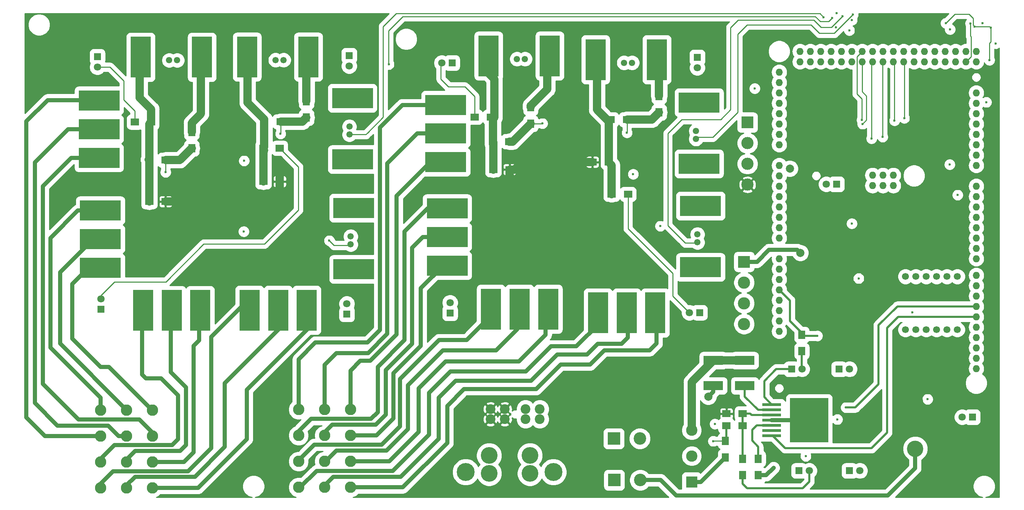
<source format=gbr>
G04 #@! TF.GenerationSoftware,KiCad,Pcbnew,5.1.2-f72e74a~84~ubuntu16.04.1*
G04 #@! TF.CreationDate,2019-05-07T21:52:54+05:30*
G04 #@! TF.ProjectId,MasterPcb,4d617374-6572-4506-9362-2e6b69636164,rev?*
G04 #@! TF.SameCoordinates,Original*
G04 #@! TF.FileFunction,Copper,L4,Bot*
G04 #@! TF.FilePolarity,Positive*
%FSLAX46Y46*%
G04 Gerber Fmt 4.6, Leading zero omitted, Abs format (unit mm)*
G04 Created by KiCad (PCBNEW 5.1.2-f72e74a~84~ubuntu16.04.1) date 2019-05-07 21:52:54*
%MOMM*%
%LPD*%
G04 APERTURE LIST*
%ADD10C,1.550000*%
%ADD11R,5.000000X10.000000*%
%ADD12R,1.800000X1.800000*%
%ADD13C,1.800000*%
%ADD14R,4.800000X2.286000*%
%ADD15R,2.775000X2.775000*%
%ADD16C,2.775000*%
%ADD17C,3.000000*%
%ADD18R,3.000000X3.000000*%
%ADD19C,2.790000*%
%ADD20R,3.075000X3.075000*%
%ADD21C,3.075000*%
%ADD22C,4.100000*%
%ADD23C,4.400000*%
%ADD24R,1.700000X2.000000*%
%ADD25R,2.000000X1.700000*%
%ADD26R,4.600000X0.800000*%
%ADD27R,9.400000X10.800000*%
%ADD28R,4.550000X5.250000*%
%ADD29O,1.727200X1.727200*%
%ADD30C,1.700000*%
%ADD31C,2.400000*%
%ADD32R,10.000000X5.000000*%
%ADD33C,2.000000*%
%ADD34C,0.600000*%
%ADD35C,4.000000*%
%ADD36C,1.000000*%
%ADD37C,0.250000*%
%ADD38C,2.000000*%
%ADD39C,0.500000*%
%ADD40C,0.254000*%
G04 APERTURE END LIST*
D10*
X85362400Y-32721600D03*
X83412400Y-32721600D03*
D11*
X91052400Y-94001600D03*
X84052400Y-94001600D03*
X77052400Y-94001600D03*
X91452400Y-31951600D03*
X76452400Y-31951600D03*
D12*
X223977200Y-133350000D03*
D13*
X226517200Y-133350000D03*
D12*
X209804000Y-108458000D03*
D13*
X212344000Y-108458000D03*
D14*
X198323200Y-112523200D03*
X198323200Y-106323200D03*
X190601600Y-112523200D03*
X190601600Y-106323200D03*
D12*
X186690000Y-32054800D03*
D13*
X186690000Y-34594800D03*
D12*
X100888800Y-94996000D03*
D13*
X100888800Y-92456000D03*
D12*
X221437200Y-108458000D03*
D13*
X223977200Y-108458000D03*
D12*
X126136400Y-94691200D03*
D13*
X126136400Y-92151200D03*
D12*
X101447600Y-31597600D03*
D13*
X101447600Y-34137600D03*
D12*
X211582000Y-133350000D03*
D13*
X214122000Y-133350000D03*
D12*
X126644400Y-33426400D03*
D13*
X124104400Y-33426400D03*
D12*
X39776400Y-31902400D03*
D13*
X39776400Y-34442400D03*
D12*
X220827600Y-63144400D03*
D13*
X218287600Y-63144400D03*
D12*
X187299600Y-94589600D03*
D13*
X184759600Y-94589600D03*
D12*
X40690800Y-93776800D03*
D13*
X40690800Y-91236800D03*
D12*
X254116600Y-120183800D03*
D13*
X251576600Y-120183800D03*
D15*
X185318400Y-136093200D03*
D16*
X185318400Y-129743200D03*
X185318400Y-123393200D03*
D17*
X198983600Y-53086000D03*
X198983600Y-58166000D03*
D18*
X198983600Y-48006000D03*
D17*
X198983600Y-63246000D03*
D19*
X101752400Y-118364000D03*
X95402400Y-118364000D03*
X89052400Y-118364000D03*
X101752400Y-124714000D03*
X95402400Y-124714000D03*
X89052400Y-124714000D03*
X101752400Y-131064000D03*
X95402400Y-131064000D03*
X89052400Y-131064000D03*
X101752400Y-137414000D03*
X95402400Y-137414000D03*
X89052400Y-137414000D03*
D20*
X166370000Y-135636000D03*
D21*
X172720000Y-135636000D03*
D19*
X53289200Y-118465600D03*
X46939200Y-118465600D03*
X40589200Y-118465600D03*
X53289200Y-124815600D03*
X46939200Y-124815600D03*
X40589200Y-124815600D03*
X53289200Y-131165600D03*
X46939200Y-131165600D03*
X40589200Y-131165600D03*
X53289200Y-137515600D03*
X46939200Y-137515600D03*
X40589200Y-137515600D03*
D20*
X166268400Y-125476000D03*
D21*
X172618400Y-125476000D03*
D17*
X198170800Y-87223600D03*
X198170800Y-92303600D03*
D18*
X198170800Y-82143600D03*
D17*
X198170800Y-97383600D03*
D22*
X145716000Y-129610000D03*
X145716000Y-134010000D03*
X135716000Y-129610000D03*
X135716000Y-134010000D03*
D23*
X129986000Y-133660000D03*
X151446000Y-133660000D03*
D24*
X212293200Y-100057200D03*
X212293200Y-104057200D03*
X201625200Y-130435600D03*
X201625200Y-134435600D03*
X197815200Y-134435600D03*
X197815200Y-130435600D03*
D25*
X132162800Y-46685200D03*
X136162800Y-46685200D03*
X48952400Y-47904400D03*
X52952400Y-47904400D03*
X136734800Y-59537600D03*
X140734800Y-59537600D03*
X165017200Y-57708800D03*
X161017200Y-57708800D03*
X52483000Y-67386200D03*
X56483000Y-67386200D03*
X80448400Y-62484000D03*
X84448400Y-62484000D03*
X197834000Y-119380000D03*
X193834000Y-119380000D03*
X169741600Y-65582800D03*
X165741600Y-65582800D03*
X84448400Y-54305200D03*
X80448400Y-54305200D03*
X136633200Y-52679600D03*
X140633200Y-52679600D03*
D24*
X145897600Y-48278800D03*
X145897600Y-44278800D03*
D25*
X165487600Y-47294800D03*
X169487600Y-47294800D03*
D24*
X177342800Y-45535600D03*
X177342800Y-41535600D03*
X62890400Y-54324000D03*
X62890400Y-50324000D03*
D25*
X52483000Y-57226200D03*
X56483000Y-57226200D03*
X80651600Y-47802800D03*
X84651600Y-47802800D03*
D24*
X90982800Y-46805600D03*
X90982800Y-42805600D03*
D25*
X197783200Y-122326400D03*
X193783200Y-122326400D03*
D24*
X193598800Y-126066800D03*
X193598800Y-130066800D03*
D26*
X204943400Y-124764800D03*
X204943400Y-123494800D03*
X204943400Y-122224800D03*
X204943400Y-120954800D03*
X204943400Y-119684800D03*
X204943400Y-118414800D03*
X204943400Y-117144800D03*
D27*
X214093400Y-120954800D03*
D28*
X216518400Y-118179800D03*
X211668400Y-123729800D03*
X216518400Y-123729800D03*
X211668400Y-118179800D03*
D29*
X229616000Y-63474600D03*
X229616000Y-60934600D03*
X232156000Y-60934600D03*
X232156000Y-63474600D03*
X234696000Y-60934600D03*
X206756000Y-76301600D03*
X206756000Y-81381600D03*
X206756000Y-83921600D03*
X206756000Y-86461600D03*
X206756000Y-89001600D03*
X206756000Y-91541600D03*
X206756000Y-94081600D03*
X206756000Y-96621600D03*
X255016000Y-40741600D03*
X255016000Y-43281600D03*
X255016000Y-45821600D03*
X255016000Y-48361600D03*
X255016000Y-50901600D03*
X255016000Y-53441600D03*
X255016000Y-55981600D03*
X255016000Y-58521600D03*
X255016000Y-63601600D03*
X255016000Y-66141600D03*
X255016000Y-68681600D03*
X255016000Y-71221600D03*
X255016000Y-73761600D03*
X255016000Y-76301600D03*
X255016000Y-78841600D03*
X255016000Y-81381600D03*
X255016000Y-100685600D03*
X255016000Y-85445600D03*
X255016000Y-87985600D03*
X255016000Y-90525600D03*
X255016000Y-108305600D03*
X255016000Y-105765600D03*
X255016000Y-103225600D03*
X255016000Y-98145600D03*
X255016000Y-95605600D03*
X255016000Y-93065600D03*
X206756000Y-99161600D03*
X206756000Y-73761600D03*
X206756000Y-71221600D03*
X206756000Y-68681600D03*
X206756000Y-66141600D03*
X206756000Y-63601600D03*
X206756000Y-61061600D03*
X206756000Y-58521600D03*
X206756000Y-53441600D03*
X206756000Y-50901600D03*
X206756000Y-48361600D03*
X206756000Y-45821600D03*
X206756000Y-43281600D03*
X206756000Y-40741600D03*
X206756000Y-38201600D03*
X206756000Y-35661600D03*
X255016000Y-33121600D03*
X255016000Y-30581600D03*
X252476000Y-33121600D03*
X252476000Y-30581600D03*
X249936000Y-33121600D03*
X249936000Y-30581600D03*
X247396000Y-33121600D03*
X247396000Y-30581600D03*
X244856000Y-33121600D03*
X244856000Y-30581600D03*
X242316000Y-33121600D03*
X242316000Y-30581600D03*
X239776000Y-33121600D03*
X239776000Y-30581600D03*
X237236000Y-33121600D03*
X237236000Y-30581600D03*
X234696000Y-33121600D03*
X234696000Y-30581600D03*
X232156000Y-33121600D03*
X232156000Y-30581600D03*
X229616000Y-33121600D03*
X229616000Y-30581600D03*
X227076000Y-33121600D03*
X227076000Y-30581600D03*
X224536000Y-33121600D03*
X224536000Y-30581600D03*
X221996000Y-33121600D03*
X221996000Y-30581600D03*
X219456000Y-33121600D03*
X219456000Y-30581600D03*
X216916000Y-33121600D03*
X216916000Y-30581600D03*
X214376000Y-33121600D03*
X214376000Y-30581600D03*
X211836000Y-33121600D03*
X211836000Y-30581600D03*
X234696000Y-63474600D03*
D30*
X237693200Y-98750400D03*
X240233200Y-98750400D03*
X245313200Y-98750400D03*
X242773200Y-98750400D03*
X250393200Y-98750400D03*
X247853200Y-98750400D03*
X247853200Y-85750400D03*
X250393200Y-85750400D03*
X242773200Y-85750400D03*
X245313200Y-85750400D03*
X240233200Y-85750400D03*
X237693200Y-85750400D03*
D31*
X148127600Y-118231600D03*
X148127600Y-120731600D03*
X144627600Y-118231600D03*
X144627600Y-120731600D03*
X139547600Y-118231600D03*
X139547600Y-120731600D03*
X136047600Y-118231600D03*
X136047600Y-120731600D03*
D10*
X59302000Y-32772400D03*
X57352000Y-32772400D03*
D11*
X64992000Y-94052400D03*
X57992000Y-94052400D03*
X50992000Y-94052400D03*
X65392000Y-32002400D03*
X50392000Y-32002400D03*
D10*
X101492000Y-50965200D03*
X101492000Y-49015200D03*
D32*
X40212000Y-56655200D03*
X40212000Y-49655200D03*
X40212000Y-42655200D03*
X102262000Y-57055200D03*
X102262000Y-42055200D03*
D10*
X101796800Y-77889200D03*
X101796800Y-75939200D03*
D32*
X40516800Y-83579200D03*
X40516800Y-76579200D03*
X40516800Y-69579200D03*
X102566800Y-83979200D03*
X102566800Y-68979200D03*
D10*
X144493600Y-32467600D03*
X142543600Y-32467600D03*
D11*
X150183600Y-93747600D03*
X143183600Y-93747600D03*
X136183600Y-93747600D03*
X150583600Y-31697600D03*
X135583600Y-31697600D03*
D10*
X170706400Y-33382000D03*
X168756400Y-33382000D03*
D11*
X176396400Y-94662000D03*
X169396400Y-94662000D03*
X162396400Y-94662000D03*
X176796400Y-32612000D03*
X161796400Y-32612000D03*
D10*
X186378800Y-52032000D03*
X186378800Y-50082000D03*
D32*
X125098800Y-57722000D03*
X125098800Y-50722000D03*
X125098800Y-43722000D03*
X187148800Y-58122000D03*
X187148800Y-43122000D03*
D10*
X186734400Y-77381200D03*
X186734400Y-75431200D03*
D32*
X125454400Y-83071200D03*
X125454400Y-76071200D03*
X125454400Y-69071200D03*
X187504400Y-83471200D03*
X187504400Y-68471200D03*
D33*
X189382400Y-115214400D03*
D34*
X248513600Y-58318400D03*
X258267200Y-32715200D03*
X258572000Y-24790400D03*
X213258400Y-129794000D03*
X220980000Y-120751600D03*
X224536000Y-72796400D03*
X254609600Y-24485600D03*
X247599200Y-23672800D03*
X213737800Y-120700800D03*
X205384400Y-132638800D03*
D33*
X193326000Y-116179600D03*
D35*
X240080800Y-116535200D03*
X84480400Y-59334400D03*
X148894800Y-66344800D03*
X140766800Y-62534800D03*
X71120000Y-63906400D03*
D34*
X250444000Y-65786000D03*
X216103200Y-100279200D03*
X239369600Y-94538800D03*
X223113600Y-117856000D03*
X237388400Y-46939200D03*
D33*
X209365600Y-59315600D03*
D34*
X235000800Y-47548800D03*
X232105200Y-51562000D03*
X229362000Y-51933600D03*
X227177600Y-48361600D03*
X227025200Y-47396400D03*
D33*
X211937600Y-79959200D03*
D34*
X170992800Y-60655200D03*
X177647600Y-73406000D03*
X148793200Y-48260000D03*
X169468800Y-50495200D03*
X75641200Y-74726800D03*
X75692000Y-57404000D03*
X56489600Y-60198000D03*
X200761600Y-39674800D03*
X84632800Y-50800000D03*
X256590800Y-23672800D03*
X259791200Y-28651200D03*
X248615200Y-25196800D03*
X257505200Y-43027600D03*
X191008000Y-121869200D03*
X190601600Y-126085600D03*
D35*
X240080800Y-127965200D03*
D34*
X243078000Y-115824000D03*
X226212400Y-86207600D03*
X224840800Y-21590000D03*
X222250000Y-21996400D03*
X253593600Y-23723600D03*
X220675200Y-24688800D03*
X224586800Y-22910800D03*
X220827600Y-21234400D03*
X223926400Y-25450800D03*
X217627200Y-22199600D03*
X219760800Y-22402800D03*
X111150400Y-33782000D03*
X96570800Y-76962000D03*
D36*
X190601600Y-112523200D02*
X190601600Y-113995200D01*
X190601600Y-113995200D02*
X189382400Y-115214400D01*
D37*
X258267200Y-32715200D02*
X258267200Y-28549600D01*
X258572000Y-28244800D02*
X258572000Y-24790400D01*
X258267200Y-28549600D02*
X258572000Y-28244800D01*
X258572000Y-24790400D02*
X258267200Y-24485600D01*
X258267200Y-24485600D02*
X254609600Y-24485600D01*
X254609600Y-24485600D02*
X254254000Y-24130000D01*
X254254000Y-24130000D02*
X254254000Y-22504400D01*
X254254000Y-22504400D02*
X253238000Y-21488400D01*
X253238000Y-21488400D02*
X249783600Y-21488400D01*
X249783600Y-21488400D02*
X247599200Y-23672800D01*
X213737800Y-120700800D02*
X213991800Y-120954800D01*
X213991800Y-120954800D02*
X214093400Y-120954800D01*
D36*
X203587600Y-134435600D02*
X205384400Y-132638800D01*
X201625200Y-134435600D02*
X203587600Y-134435600D01*
X204943400Y-120954800D02*
X214093400Y-120954800D01*
X185318400Y-136093200D02*
X187572400Y-136093200D01*
X187572400Y-136093200D02*
X193598800Y-130066800D01*
D38*
X145897600Y-44278800D02*
X145897600Y-43891200D01*
X145897600Y-43891200D02*
X149968600Y-39820200D01*
X62890400Y-50324000D02*
X62890400Y-48107600D01*
X62890400Y-48107600D02*
X65132600Y-45865400D01*
X177342800Y-41535600D02*
X177342800Y-35837600D01*
X65132600Y-45865400D02*
X65132600Y-34879400D01*
X90982800Y-42805600D02*
X90982800Y-35343600D01*
X90982800Y-35343600D02*
X91574000Y-34752400D01*
X149968600Y-39820200D02*
X149968600Y-35336600D01*
X177342800Y-35837600D02*
X177121200Y-35616000D01*
D39*
X209804000Y-108458000D02*
X206044800Y-108458000D01*
X203098400Y-115299800D02*
X204943400Y-117144800D01*
X203098400Y-111404400D02*
X203098400Y-115299800D01*
X206044800Y-108458000D02*
X203098400Y-111404400D01*
X212293200Y-104057200D02*
X212293200Y-108407200D01*
X212293200Y-108407200D02*
X212344000Y-108458000D01*
X198323200Y-112523200D02*
X198323200Y-115163600D01*
X201574400Y-118414800D02*
X204943400Y-118414800D01*
X198323200Y-115163600D02*
X201574400Y-118414800D01*
D38*
X198323200Y-106323200D02*
X190601600Y-106323200D01*
X190601600Y-106323200D02*
X185318400Y-111606400D01*
X185318400Y-111606400D02*
X185318400Y-123393200D01*
D39*
X197815200Y-134435600D02*
X197815200Y-136550400D01*
X214122000Y-136042400D02*
X214122000Y-133350000D01*
X212496400Y-137668000D02*
X214122000Y-136042400D01*
X198932800Y-137668000D02*
X212496400Y-137668000D01*
X197815200Y-136550400D02*
X198932800Y-137668000D01*
D37*
X132162800Y-46685200D02*
X132162800Y-41637200D01*
X123901200Y-37388800D02*
X123901200Y-33629600D01*
X125780800Y-39268400D02*
X123901200Y-37388800D01*
X129794000Y-39268400D02*
X125780800Y-39268400D01*
X132162800Y-41637200D02*
X129794000Y-39268400D01*
X123901200Y-33629600D02*
X124104400Y-33426400D01*
X48952400Y-47904400D02*
X48952400Y-45142400D01*
X42875200Y-34442400D02*
X39776400Y-34442400D01*
X46278800Y-37846000D02*
X42875200Y-34442400D01*
X46278800Y-42468800D02*
X46278800Y-37846000D01*
X48952400Y-45142400D02*
X46278800Y-42468800D01*
X169741600Y-65582800D02*
X169741600Y-74034400D01*
X169741600Y-74034400D02*
X180695600Y-84988400D01*
X180695600Y-90525600D02*
X184759600Y-94589600D01*
X180695600Y-84988400D02*
X180695600Y-90525600D01*
X40690800Y-91236800D02*
X40690800Y-90373200D01*
X40690800Y-90373200D02*
X43992800Y-87071200D01*
X89001600Y-58858400D02*
X84448400Y-54305200D01*
X43992800Y-87071200D02*
X56540400Y-87071200D01*
X56540400Y-87071200D02*
X65836800Y-77774800D01*
X65836800Y-77774800D02*
X80721200Y-77774800D01*
X80721200Y-77774800D02*
X89001600Y-69494400D01*
X89001600Y-69494400D02*
X89001600Y-58858400D01*
D36*
X193326000Y-116179600D02*
X193344800Y-116179600D01*
D38*
X84448400Y-59366400D02*
X84480400Y-59334400D01*
X84448400Y-62484000D02*
X84448400Y-59366400D01*
X140734800Y-59537600D02*
X140734800Y-62502800D01*
D37*
X140766800Y-62534800D02*
X140734800Y-62502800D01*
D38*
X140734800Y-59537600D02*
X141986000Y-59537600D01*
X143814800Y-57708800D02*
X161017200Y-57708800D01*
X141986000Y-59537600D02*
X143814800Y-57708800D01*
X56483000Y-67386200D02*
X61087000Y-67386200D01*
X84448400Y-66630800D02*
X84448400Y-62484000D01*
X80467200Y-70612000D02*
X84448400Y-66630800D01*
X64312800Y-70612000D02*
X80467200Y-70612000D01*
X61087000Y-67386200D02*
X64312800Y-70612000D01*
D39*
X212293200Y-100057200D02*
X212293200Y-99517200D01*
X212293200Y-99517200D02*
X209397600Y-96621600D01*
X209397600Y-91643200D02*
X206756000Y-89001600D01*
X209397600Y-96621600D02*
X209397600Y-91643200D01*
X212515200Y-100279200D02*
X216103200Y-100279200D01*
X212515200Y-100279200D02*
X212293200Y-100057200D01*
X223113600Y-117856000D02*
X223062800Y-117856000D01*
X255016000Y-93065600D02*
X235712000Y-93065600D01*
X235712000Y-93065600D02*
X231089200Y-97688400D01*
X231089200Y-97688400D02*
X231089200Y-112166400D01*
X231089200Y-112166400D02*
X225399600Y-117856000D01*
X225399600Y-117856000D02*
X223062800Y-117856000D01*
X204943400Y-124764800D02*
X205181200Y-124764800D01*
X205181200Y-124764800D02*
X208229200Y-127812800D01*
X208229200Y-127812800D02*
X229362000Y-127812800D01*
X229362000Y-127812800D02*
X233172000Y-124002800D01*
X233172000Y-124002800D02*
X233172000Y-98348800D01*
X233172000Y-98348800D02*
X235915200Y-95605600D01*
X235915200Y-95605600D02*
X255016000Y-95605600D01*
D37*
X237388400Y-33274000D02*
X237388400Y-46939200D01*
X237388400Y-33274000D02*
X237236000Y-33121600D01*
D36*
X209365600Y-59315600D02*
X209346800Y-59334400D01*
D37*
X235000800Y-33426400D02*
X235000800Y-47548800D01*
X235000800Y-33426400D02*
X234696000Y-33121600D01*
X232105200Y-33172400D02*
X232105200Y-51562000D01*
X232105200Y-33172400D02*
X232156000Y-33121600D01*
X229362000Y-51933600D02*
X229362000Y-33375600D01*
X229362000Y-33375600D02*
X229616000Y-33121600D01*
X229362000Y-51933600D02*
X229362000Y-51917600D01*
X227177600Y-48361600D02*
X228142800Y-47396400D01*
X227076000Y-40436800D02*
X227076000Y-33121600D01*
X228142800Y-41503600D02*
X227076000Y-40436800D01*
X228142800Y-47396400D02*
X228142800Y-41503600D01*
X227025200Y-47396400D02*
X227025200Y-42214800D01*
X225806000Y-31851600D02*
X227076000Y-30581600D01*
X225806000Y-40995600D02*
X225806000Y-31851600D01*
X227025200Y-42214800D02*
X225806000Y-40995600D01*
D36*
X101752400Y-118364000D02*
X101752400Y-108864400D01*
X101752400Y-108864400D02*
X104190800Y-106426000D01*
X104190800Y-106426000D02*
X106578400Y-106426000D01*
X106578400Y-106426000D02*
X113080800Y-99923600D01*
X113080800Y-99923600D02*
X113080800Y-65989200D01*
X113080800Y-65989200D02*
X121348000Y-57722000D01*
X121348000Y-57722000D02*
X128098800Y-57722000D01*
X95402400Y-118364000D02*
X95402400Y-107442000D01*
X95402400Y-107442000D02*
X98298000Y-104546400D01*
X98298000Y-104546400D02*
X106070400Y-104546400D01*
X106070400Y-104546400D02*
X110794800Y-99822000D01*
X110794800Y-99822000D02*
X110794800Y-58064400D01*
X110794800Y-58064400D02*
X118137200Y-50722000D01*
X118137200Y-50722000D02*
X128098800Y-50722000D01*
X89052400Y-118364000D02*
X89052400Y-106019600D01*
X89052400Y-106019600D02*
X93167200Y-101904800D01*
X93167200Y-101904800D02*
X105918000Y-101904800D01*
X105918000Y-101904800D02*
X108966000Y-98856800D01*
X108966000Y-98856800D02*
X108966000Y-49225200D01*
X108966000Y-49225200D02*
X114469200Y-43722000D01*
X114469200Y-43722000D02*
X128098800Y-43722000D01*
X101752400Y-124714000D02*
X108102400Y-124714000D01*
X108102400Y-124714000D02*
X112268000Y-120548400D01*
X112268000Y-120548400D02*
X112268000Y-109423200D01*
X112268000Y-109423200D02*
X118973600Y-102717600D01*
X118973600Y-102717600D02*
X118973600Y-88646000D01*
X118973600Y-88646000D02*
X124548400Y-83071200D01*
X124548400Y-83071200D02*
X128454400Y-83071200D01*
X95402400Y-124714000D02*
X95402400Y-123952000D01*
X95402400Y-123952000D02*
X97282000Y-122072400D01*
X97282000Y-122072400D02*
X108000800Y-122072400D01*
X108000800Y-122072400D02*
X110439200Y-119634000D01*
X110439200Y-119634000D02*
X110439200Y-108661200D01*
X110439200Y-108661200D02*
X116890800Y-102209600D01*
X116890800Y-102209600D02*
X116890800Y-78689200D01*
X116890800Y-78689200D02*
X119508800Y-76071200D01*
X119508800Y-76071200D02*
X128454400Y-76071200D01*
X89052400Y-124714000D02*
X89052400Y-123698000D01*
X89052400Y-123698000D02*
X92100400Y-120650000D01*
X92100400Y-120650000D02*
X106781600Y-120650000D01*
X106781600Y-120650000D02*
X108458000Y-118973600D01*
X108458000Y-118973600D02*
X108458000Y-107899200D01*
X108458000Y-107899200D02*
X115011200Y-101346000D01*
X115011200Y-101346000D02*
X115011200Y-74726800D01*
X115011200Y-74726800D02*
X120666800Y-69071200D01*
X120666800Y-69071200D02*
X128454400Y-69071200D01*
X111252000Y-131064000D02*
X101752400Y-131064000D01*
X149568600Y-91636600D02*
X149568600Y-100011800D01*
X149568600Y-100011800D02*
X143052800Y-106527600D01*
X143052800Y-106527600D02*
X125069600Y-106527600D01*
X125069600Y-106527600D02*
X118465600Y-113131600D01*
X118465600Y-113131600D02*
X118465600Y-123850400D01*
X118465600Y-123850400D02*
X111252000Y-131064000D01*
X95402400Y-131064000D02*
X95707200Y-131064000D01*
X95707200Y-131064000D02*
X98348800Y-128422400D01*
X98348800Y-128422400D02*
X110591600Y-128422400D01*
X110591600Y-128422400D02*
X115824000Y-123190000D01*
X115824000Y-123190000D02*
X115824000Y-112420400D01*
X115824000Y-112420400D02*
X124409200Y-103835200D01*
X124409200Y-103835200D02*
X137414000Y-103835200D01*
X137414000Y-103835200D02*
X142568600Y-98680600D01*
X142568600Y-98680600D02*
X142568600Y-91636600D01*
X89052400Y-131064000D02*
X89052400Y-130759200D01*
X89052400Y-130759200D02*
X92862400Y-126949200D01*
X92862400Y-126949200D02*
X109423200Y-126949200D01*
X109423200Y-126949200D02*
X113893600Y-122478800D01*
X113893600Y-122478800D02*
X113893600Y-110845600D01*
X113893600Y-110845600D02*
X123444000Y-101295200D01*
X123444000Y-101295200D02*
X130251200Y-101295200D01*
X130251200Y-101295200D02*
X135568600Y-95977800D01*
X135568600Y-95977800D02*
X135568600Y-91636600D01*
X114604800Y-137414000D02*
X101752400Y-137414000D01*
X176721200Y-91916000D02*
X176721200Y-102146800D01*
X176721200Y-102146800D02*
X175056800Y-103811200D01*
X175056800Y-103811200D02*
X163955600Y-103811200D01*
X163955600Y-103811200D02*
X160477200Y-107289600D01*
X160477200Y-107289600D02*
X153263600Y-107289600D01*
X153263600Y-107289600D02*
X147218400Y-113334800D01*
X147218400Y-113334800D02*
X129590800Y-113334800D01*
X129590800Y-113334800D02*
X125476000Y-117449600D01*
X125476000Y-117449600D02*
X125476000Y-126542800D01*
X125476000Y-126542800D02*
X114604800Y-137414000D01*
X95402400Y-137414000D02*
X95402400Y-136956800D01*
X95402400Y-136956800D02*
X97536000Y-134823200D01*
X97536000Y-134823200D02*
X114096800Y-134823200D01*
X114096800Y-134823200D02*
X123393200Y-125526800D01*
X123393200Y-125526800D02*
X123393200Y-115468400D01*
X123393200Y-115468400D02*
X127558800Y-111302800D01*
X127558800Y-111302800D02*
X145999200Y-111302800D01*
X145999200Y-111302800D02*
X152400000Y-104902000D01*
X152400000Y-104902000D02*
X159664400Y-104902000D01*
X159664400Y-104902000D02*
X162306000Y-102260400D01*
X162306000Y-102260400D02*
X168198800Y-102260400D01*
X168198800Y-102260400D02*
X169721200Y-100738000D01*
X169721200Y-100738000D02*
X169721200Y-91916000D01*
X157073600Y-102870000D02*
X162721200Y-97222400D01*
X162721200Y-97222400D02*
X162721200Y-91916000D01*
X89052400Y-137414000D02*
X89458800Y-137414000D01*
X89458800Y-137414000D02*
X93472000Y-133400800D01*
X93472000Y-133400800D02*
X112115600Y-133400800D01*
X112115600Y-133400800D02*
X121005600Y-124510800D01*
X121005600Y-124510800D02*
X121005600Y-114249200D01*
X121005600Y-114249200D02*
X126238000Y-109016800D01*
X126238000Y-109016800D02*
X144729200Y-109016800D01*
X144729200Y-109016800D02*
X150876000Y-102870000D01*
X150876000Y-102870000D02*
X157073600Y-102870000D01*
X53289200Y-118465600D02*
X53187600Y-118465600D01*
X53187600Y-118465600D02*
X42621200Y-107899200D01*
X33629600Y-87579200D02*
X37629600Y-83579200D01*
X33629600Y-100939600D02*
X33629600Y-87579200D01*
X40589200Y-107899200D02*
X33629600Y-100939600D01*
X42621200Y-107899200D02*
X40589200Y-107899200D01*
X37629600Y-83579200D02*
X43516800Y-83579200D01*
X46939200Y-118465600D02*
X30632400Y-102158800D01*
X30632400Y-84734400D02*
X38787600Y-76579200D01*
X30632400Y-102158800D02*
X30632400Y-84734400D01*
X38787600Y-76579200D02*
X43516800Y-76579200D01*
X40589200Y-118465600D02*
X40589200Y-115468400D01*
X35001200Y-69596000D02*
X43500000Y-69596000D01*
X28295600Y-76301600D02*
X35001200Y-69596000D01*
X28295600Y-103174800D02*
X28295600Y-76301600D01*
X40589200Y-115468400D02*
X28295600Y-103174800D01*
X43500000Y-69596000D02*
X43516800Y-69579200D01*
X43212000Y-56655200D02*
X33413200Y-56655200D01*
X33413200Y-56655200D02*
X26416000Y-63652400D01*
X26416000Y-63652400D02*
X26416000Y-112064800D01*
X26416000Y-112064800D02*
X35153600Y-120802400D01*
X35153600Y-120802400D02*
X50088800Y-120802400D01*
X50088800Y-120802400D02*
X53289200Y-124002800D01*
X53289200Y-124002800D02*
X53289200Y-124815600D01*
X43148000Y-56591200D02*
X43212000Y-56655200D01*
X43148000Y-56591200D02*
X43212000Y-56655200D01*
X46939200Y-124815600D02*
X44958000Y-124815600D01*
X44958000Y-124815600D02*
X42418000Y-122275600D01*
X42418000Y-122275600D02*
X30022800Y-122275600D01*
X30022800Y-122275600D02*
X24485600Y-116738400D01*
X24485600Y-116738400D02*
X24485600Y-57810400D01*
X24485600Y-57810400D02*
X32640800Y-49655200D01*
X32640800Y-49655200D02*
X43212000Y-49655200D01*
X40589200Y-124815600D02*
X26974800Y-124815600D01*
X27584400Y-42519600D02*
X43076400Y-42519600D01*
X22402800Y-47701200D02*
X27584400Y-42519600D01*
X22402800Y-120243600D02*
X22402800Y-47701200D01*
X26974800Y-124815600D02*
X22402800Y-120243600D01*
X43076400Y-42519600D02*
X43212000Y-42655200D01*
X53289200Y-131165600D02*
X61010800Y-131165600D01*
X61010800Y-131165600D02*
X63347600Y-128828800D01*
X63347600Y-128828800D02*
X63347600Y-102768400D01*
X63347600Y-102768400D02*
X64719200Y-101396800D01*
X64719200Y-101396800D02*
X64719200Y-91192800D01*
X64719200Y-91192800D02*
X64732600Y-91179400D01*
X64719200Y-91192800D02*
X64732600Y-91179400D01*
X46939200Y-130606800D02*
X49072800Y-128473200D01*
X57732600Y-109193000D02*
X57732600Y-91179400D01*
X61468000Y-112928400D02*
X57732600Y-109193000D01*
X61468000Y-127050800D02*
X61468000Y-112928400D01*
X60045600Y-128473200D02*
X61468000Y-127050800D01*
X49072800Y-128473200D02*
X60045600Y-128473200D01*
X40589200Y-130403600D02*
X43942000Y-127050800D01*
X50732600Y-109762200D02*
X50732600Y-91179400D01*
X51663600Y-110693200D02*
X50732600Y-109762200D01*
X55372000Y-110693200D02*
X51663600Y-110693200D01*
X59537600Y-114858800D02*
X55372000Y-110693200D01*
X59537600Y-125577600D02*
X59537600Y-114858800D01*
X58064400Y-127050800D02*
X59537600Y-125577600D01*
X43942000Y-127050800D02*
X58064400Y-127050800D01*
X53289200Y-137515600D02*
X64465200Y-137515600D01*
X64465200Y-137515600D02*
X76352400Y-125628400D01*
X76352400Y-125628400D02*
X76352400Y-113538000D01*
X76352400Y-113538000D02*
X91174000Y-98716400D01*
X91174000Y-98716400D02*
X91174000Y-91052400D01*
X91174000Y-98716400D02*
X91174000Y-91052400D01*
X46939200Y-136906000D02*
X49022000Y-134823200D01*
X70967600Y-111861600D02*
X84174000Y-98655200D01*
X70967600Y-127508000D02*
X70967600Y-111861600D01*
X63652400Y-134823200D02*
X70967600Y-127508000D01*
X49022000Y-134823200D02*
X63652400Y-134823200D01*
X84174000Y-98655200D02*
X84174000Y-91052400D01*
X40589200Y-136499600D02*
X43637200Y-133451600D01*
X67665600Y-100560800D02*
X77174000Y-91052400D01*
X67665600Y-127812800D02*
X67665600Y-100560800D01*
X62026800Y-133451600D02*
X67665600Y-127812800D01*
X43637200Y-133451600D02*
X62026800Y-133451600D01*
X198170800Y-82143600D02*
X201320400Y-82143600D01*
X201320400Y-82143600D02*
X204266800Y-79197200D01*
X204266800Y-79197200D02*
X211175600Y-79197200D01*
X211175600Y-79197200D02*
X211937600Y-79959200D01*
X211937600Y-79959200D02*
X212090000Y-79959200D01*
X211937600Y-79959200D02*
X212090000Y-79959200D01*
X211175600Y-79197200D02*
X211937600Y-79959200D01*
X204266800Y-79197200D02*
X211175600Y-79197200D01*
X201320400Y-82143600D02*
X204266800Y-79197200D01*
D39*
X204943400Y-122224800D02*
X201269600Y-122224800D01*
X201625200Y-127457200D02*
X201625200Y-130435600D01*
X200152000Y-125984000D02*
X201625200Y-127457200D01*
X200152000Y-123342400D02*
X200152000Y-125984000D01*
X201269600Y-122224800D02*
X200152000Y-123342400D01*
X197783200Y-122326400D02*
X197783200Y-130403600D01*
X197783200Y-130403600D02*
X197815200Y-130435600D01*
X197783200Y-122326400D02*
X197783200Y-119430800D01*
X197783200Y-119430800D02*
X197834000Y-119380000D01*
X197834000Y-119380000D02*
X199694800Y-119380000D01*
X199999600Y-119684800D02*
X204943400Y-119684800D01*
X199694800Y-119380000D02*
X199999600Y-119684800D01*
D38*
X136633200Y-52679600D02*
X136633200Y-47155600D01*
X136633200Y-47155600D02*
X137007600Y-46781200D01*
X137007600Y-46781200D02*
X137007600Y-37375600D01*
X137007600Y-37375600D02*
X134968600Y-35336600D01*
X136734800Y-59537600D02*
X136734800Y-52781200D01*
X50132600Y-41953800D02*
X50132600Y-34879400D01*
X52952400Y-44773600D02*
X50132600Y-41953800D01*
X52952400Y-47904400D02*
X52952400Y-44773600D01*
X52483000Y-57226200D02*
X52483000Y-48373800D01*
X52483000Y-48373800D02*
X52952400Y-47904400D01*
X52483000Y-67386200D02*
X52483000Y-57226200D01*
X52483000Y-57226200D02*
X52356000Y-57099200D01*
X165017200Y-57708800D02*
X165017200Y-47765200D01*
X165017200Y-47765200D02*
X162121200Y-44869200D01*
X162121200Y-44869200D02*
X162121200Y-35616000D01*
X165741600Y-65582800D02*
X165741600Y-58433200D01*
X165741600Y-58433200D02*
X165487600Y-58179200D01*
X76574000Y-43147600D02*
X76574000Y-34752400D01*
X80448400Y-62484000D02*
X80448400Y-54305200D01*
X80448400Y-54305200D02*
X80651600Y-54102000D01*
X80651600Y-54102000D02*
X80651600Y-47225200D01*
X80651600Y-47225200D02*
X76574000Y-43147600D01*
X80448400Y-55067200D02*
X80651600Y-54864000D01*
D37*
X148774400Y-48278800D02*
X148793200Y-48260000D01*
X145897600Y-48278800D02*
X148774400Y-48278800D01*
D38*
X140633200Y-52679600D02*
X141496800Y-52679600D01*
X141496800Y-52679600D02*
X145897600Y-48278800D01*
D37*
X169487600Y-47294800D02*
X169487600Y-50476400D01*
X169487600Y-50476400D02*
X169468800Y-50495200D01*
D38*
X169487600Y-47294800D02*
X175583600Y-47294800D01*
X175583600Y-47294800D02*
X177342800Y-45535600D01*
D37*
X56483000Y-60191400D02*
X56489600Y-60198000D01*
X56483000Y-57226200D02*
X56483000Y-60191400D01*
D38*
X56483000Y-57226200D02*
X59988200Y-57226200D01*
X59988200Y-57226200D02*
X62890400Y-54324000D01*
D37*
X84651600Y-50781200D02*
X84632800Y-50800000D01*
X84651600Y-47802800D02*
X84651600Y-50781200D01*
D38*
X84651600Y-47802800D02*
X89985600Y-47802800D01*
X89985600Y-47802800D02*
X90982800Y-46805600D01*
D37*
X190620400Y-126066800D02*
X190601600Y-126085600D01*
X193598800Y-126066800D02*
X190620400Y-126066800D01*
D39*
X193783200Y-122326400D02*
X193783200Y-125882400D01*
X193783200Y-125882400D02*
X193598800Y-126066800D01*
X193783200Y-125730000D02*
X193834000Y-125780800D01*
D38*
X240080800Y-127965200D02*
X240030000Y-128016000D01*
X240030000Y-128016000D02*
X240030000Y-128117600D01*
D36*
X172720000Y-135636000D02*
X177749200Y-135636000D01*
X177749200Y-135636000D02*
X181508400Y-139395200D01*
X181508400Y-139395200D02*
X233375200Y-139395200D01*
X233375200Y-139395200D02*
X240030000Y-132740400D01*
X240030000Y-132740400D02*
X240030000Y-128016000D01*
D37*
X214528400Y-24079200D02*
X216611200Y-26162000D01*
X216611200Y-26162000D02*
X220268800Y-26162000D01*
X220268800Y-26162000D02*
X224840800Y-21590000D01*
X190500000Y-51612800D02*
X196596000Y-45516800D01*
X196596000Y-45516800D02*
X196596000Y-26365200D01*
X196596000Y-26365200D02*
X198882000Y-24079200D01*
X198882000Y-24079200D02*
X213969600Y-24079200D01*
X213969600Y-24079200D02*
X214528400Y-24079200D01*
X190500000Y-51612800D02*
X186798000Y-51612800D01*
X186798000Y-51612800D02*
X186378800Y-52032000D01*
X190490800Y-51622000D02*
X190500000Y-51612800D01*
X213461600Y-22910800D02*
X215239600Y-22910800D01*
X196697600Y-22910800D02*
X213461600Y-22910800D01*
X194868800Y-24739600D02*
X196697600Y-22910800D01*
X194868800Y-44856400D02*
X194868800Y-24739600D01*
X192430400Y-47294800D02*
X194868800Y-44856400D01*
X182880000Y-47294800D02*
X192430400Y-47294800D01*
X179476400Y-50698400D02*
X182880000Y-47294800D01*
X179476400Y-73253600D02*
X179476400Y-50698400D01*
X183194000Y-76971200D02*
X179476400Y-73253600D01*
X219557600Y-24688800D02*
X222250000Y-21996400D01*
X217017600Y-24688800D02*
X219557600Y-24688800D01*
X215239600Y-22910800D02*
X217017600Y-24688800D01*
X186594800Y-77520800D02*
X183743600Y-77520800D01*
X183194000Y-76971200D02*
X183743600Y-77520800D01*
X186594800Y-77520800D02*
X186734400Y-77381200D01*
X253593600Y-23723600D02*
X253593600Y-26822400D01*
X253746000Y-31851600D02*
X252476000Y-33121600D01*
X253746000Y-26974800D02*
X253746000Y-31851600D01*
X253593600Y-26822400D02*
X253746000Y-26974800D01*
X220675200Y-24688800D02*
X220675200Y-24790400D01*
X101492000Y-50965200D02*
X105549600Y-50965200D01*
X212902800Y-21336000D02*
X216763600Y-21336000D01*
X105959600Y-50555200D02*
X109778800Y-46736000D01*
X109778800Y-46736000D02*
X109778800Y-24485600D01*
X109778800Y-24485600D02*
X112928400Y-21336000D01*
X112928400Y-21336000D02*
X212902800Y-21336000D01*
X216763600Y-21336000D02*
X217627200Y-22199600D01*
X105549600Y-50965200D02*
X105959600Y-50555200D01*
X97088000Y-77479200D02*
X97739200Y-78130400D01*
X215595200Y-22047200D02*
X216814400Y-23266400D01*
X216814400Y-23266400D02*
X218897200Y-23266400D01*
X218897200Y-23266400D02*
X219760800Y-22402800D01*
X114554000Y-22047200D02*
X213512400Y-22047200D01*
X111099600Y-25501600D02*
X114554000Y-22047200D01*
X111099600Y-33731200D02*
X111099600Y-25501600D01*
X111150400Y-33782000D02*
X111099600Y-33731200D01*
X213512400Y-22047200D02*
X215595200Y-22047200D01*
X97088000Y-77479200D02*
X96570800Y-76962000D01*
X97739200Y-78130400D02*
X101555600Y-78130400D01*
X101555600Y-78130400D02*
X101796800Y-77889200D01*
D40*
G36*
X108936988Y-23556817D02*
G01*
X108889220Y-23596019D01*
X108850018Y-23643787D01*
X108850017Y-23643788D01*
X108732764Y-23786662D01*
X108616507Y-24004163D01*
X108566634Y-24168575D01*
X108554868Y-24207363D01*
X108544917Y-24240166D01*
X108520743Y-24485600D01*
X108526801Y-24547106D01*
X108526800Y-46217404D01*
X105031005Y-49713200D01*
X103261589Y-49713200D01*
X103320907Y-49569993D01*
X103394000Y-49202531D01*
X103394000Y-48827869D01*
X103320907Y-48460407D01*
X103177531Y-48114265D01*
X102969380Y-47802746D01*
X102704454Y-47537820D01*
X102392935Y-47329669D01*
X102046793Y-47186293D01*
X101679331Y-47113200D01*
X101304669Y-47113200D01*
X100937207Y-47186293D01*
X100591065Y-47329669D01*
X100279546Y-47537820D01*
X100014620Y-47802746D01*
X99806469Y-48114265D01*
X99663093Y-48460407D01*
X99590000Y-48827869D01*
X99590000Y-49202531D01*
X99663093Y-49569993D01*
X99806469Y-49916135D01*
X99855958Y-49990200D01*
X99806469Y-50064265D01*
X99663093Y-50410407D01*
X99590000Y-50777869D01*
X99590000Y-51152531D01*
X99663093Y-51519993D01*
X99806469Y-51866135D01*
X100014620Y-52177654D01*
X100279546Y-52442580D01*
X100591065Y-52650731D01*
X100937207Y-52794107D01*
X101304669Y-52867200D01*
X101679331Y-52867200D01*
X102046793Y-52794107D01*
X102392935Y-52650731D01*
X102704454Y-52442580D01*
X102929834Y-52217200D01*
X105488104Y-52217200D01*
X105549600Y-52223257D01*
X105611096Y-52217200D01*
X105611098Y-52217200D01*
X105795035Y-52199084D01*
X106031038Y-52127493D01*
X106248539Y-52011236D01*
X106439181Y-51854781D01*
X106478388Y-51807007D01*
X106801407Y-51483987D01*
X106801412Y-51483983D01*
X107339001Y-50946394D01*
X107339001Y-53430331D01*
X107262000Y-53422747D01*
X97262000Y-53422747D01*
X97041069Y-53444507D01*
X96828629Y-53508950D01*
X96632843Y-53613600D01*
X96461235Y-53754435D01*
X96320400Y-53926043D01*
X96215750Y-54121829D01*
X96151307Y-54334269D01*
X96129547Y-54555200D01*
X96129547Y-59555200D01*
X96151307Y-59776131D01*
X96215750Y-59988571D01*
X96320400Y-60184357D01*
X96461235Y-60355965D01*
X96632843Y-60496800D01*
X96828629Y-60601450D01*
X97041069Y-60665893D01*
X97262000Y-60687653D01*
X107262000Y-60687653D01*
X107339001Y-60680069D01*
X107339001Y-65346747D01*
X97566800Y-65346747D01*
X97345869Y-65368507D01*
X97133429Y-65432950D01*
X96937643Y-65537600D01*
X96766035Y-65678435D01*
X96625200Y-65850043D01*
X96520550Y-66045829D01*
X96456107Y-66258269D01*
X96434347Y-66479200D01*
X96434347Y-71479200D01*
X96456107Y-71700131D01*
X96520550Y-71912571D01*
X96625200Y-72108357D01*
X96766035Y-72279965D01*
X96937643Y-72420800D01*
X97133429Y-72525450D01*
X97345869Y-72589893D01*
X97566800Y-72611653D01*
X107339001Y-72611653D01*
X107339000Y-80346747D01*
X97566800Y-80346747D01*
X97345869Y-80368507D01*
X97133429Y-80432950D01*
X96937643Y-80537600D01*
X96766035Y-80678435D01*
X96625200Y-80850043D01*
X96520550Y-81045829D01*
X96456107Y-81258269D01*
X96434347Y-81479200D01*
X96434347Y-86479200D01*
X96456107Y-86700131D01*
X96520550Y-86912571D01*
X96625200Y-87108357D01*
X96766035Y-87279965D01*
X96937643Y-87420800D01*
X97133429Y-87525450D01*
X97345869Y-87589893D01*
X97566800Y-87611653D01*
X107339000Y-87611653D01*
X107339000Y-98182874D01*
X105244075Y-100277800D01*
X93247114Y-100277800D01*
X93167200Y-100269929D01*
X93087285Y-100277800D01*
X93087275Y-100277800D01*
X92848252Y-100301342D01*
X92541562Y-100394375D01*
X92321635Y-100511929D01*
X92258914Y-100545454D01*
X92073252Y-100697822D01*
X92073249Y-100697825D01*
X92011171Y-100748771D01*
X91960225Y-100810849D01*
X87958450Y-104812625D01*
X87896372Y-104863571D01*
X87845426Y-104925649D01*
X87845422Y-104925653D01*
X87693054Y-105111315D01*
X87541976Y-105393962D01*
X87448943Y-105700652D01*
X87428743Y-105905746D01*
X87417529Y-106019600D01*
X87425401Y-106099524D01*
X87425400Y-116424354D01*
X87093435Y-116756319D01*
X86817432Y-117169385D01*
X86627319Y-117628360D01*
X86530400Y-118115605D01*
X86530400Y-118612395D01*
X86627319Y-119099640D01*
X86817432Y-119558615D01*
X87093435Y-119971681D01*
X87444719Y-120322965D01*
X87857785Y-120598968D01*
X88316760Y-120789081D01*
X88804005Y-120886000D01*
X89300795Y-120886000D01*
X89628698Y-120820776D01*
X88050104Y-122399371D01*
X87857785Y-122479032D01*
X87444719Y-122755035D01*
X87093435Y-123106319D01*
X86817432Y-123519385D01*
X86627319Y-123978360D01*
X86530400Y-124465605D01*
X86530400Y-124962395D01*
X86627319Y-125449640D01*
X86817432Y-125908615D01*
X87093435Y-126321681D01*
X87444719Y-126672965D01*
X87857785Y-126948968D01*
X88316760Y-127139081D01*
X88804005Y-127236000D01*
X89300795Y-127236000D01*
X89788040Y-127139081D01*
X90247015Y-126948968D01*
X90660081Y-126672965D01*
X91011365Y-126321681D01*
X91287368Y-125908615D01*
X91477481Y-125449640D01*
X91574400Y-124962395D01*
X91574400Y-124465605D01*
X91477481Y-123978360D01*
X91359001Y-123692324D01*
X92774326Y-122277000D01*
X94726681Y-122277000D01*
X94666760Y-122288919D01*
X94207785Y-122479032D01*
X93794719Y-122755035D01*
X93443435Y-123106319D01*
X93167432Y-123519385D01*
X92977319Y-123978360D01*
X92880400Y-124465605D01*
X92880400Y-124962395D01*
X92951970Y-125322200D01*
X92942325Y-125322200D01*
X92862400Y-125314328D01*
X92782475Y-125322200D01*
X92543452Y-125345742D01*
X92236762Y-125438775D01*
X91954114Y-125589854D01*
X91706371Y-125793171D01*
X91655422Y-125855253D01*
X88968675Y-128542000D01*
X88804005Y-128542000D01*
X88316760Y-128638919D01*
X87857785Y-128829032D01*
X87444719Y-129105035D01*
X87093435Y-129456319D01*
X86817432Y-129869385D01*
X86627319Y-130328360D01*
X86530400Y-130815605D01*
X86530400Y-131312395D01*
X86627319Y-131799640D01*
X86817432Y-132258615D01*
X87093435Y-132671681D01*
X87444719Y-133022965D01*
X87857785Y-133298968D01*
X88316760Y-133489081D01*
X88804005Y-133586000D01*
X89300795Y-133586000D01*
X89788040Y-133489081D01*
X90247015Y-133298968D01*
X90660081Y-133022965D01*
X91011365Y-132671681D01*
X91287368Y-132258615D01*
X91477481Y-131799640D01*
X91574400Y-131312395D01*
X91574400Y-130815605D01*
X91528363Y-130584162D01*
X93536325Y-128576200D01*
X94982070Y-128576200D01*
X94666760Y-128638919D01*
X94207785Y-128829032D01*
X93794719Y-129105035D01*
X93443435Y-129456319D01*
X93167432Y-129869385D01*
X92977319Y-130328360D01*
X92880400Y-130815605D01*
X92880400Y-131312395D01*
X92977319Y-131799640D01*
X92996089Y-131844956D01*
X92846362Y-131890375D01*
X92610158Y-132016629D01*
X92563714Y-132041454D01*
X92378052Y-132193822D01*
X92378049Y-132193825D01*
X92315971Y-132244771D01*
X92265025Y-132306849D01*
X89616981Y-134954893D01*
X89300795Y-134892000D01*
X88804005Y-134892000D01*
X88316760Y-134988919D01*
X87857785Y-135179032D01*
X87444719Y-135455035D01*
X87093435Y-135806319D01*
X86817432Y-136219385D01*
X86627319Y-136678360D01*
X86530400Y-137165605D01*
X86530400Y-137662395D01*
X86627319Y-138149640D01*
X86817432Y-138608615D01*
X87093435Y-139021681D01*
X87444719Y-139372965D01*
X87857785Y-139648968D01*
X88316760Y-139839081D01*
X88442036Y-139864000D01*
X78413015Y-139864000D01*
X78824237Y-139782203D01*
X79320519Y-139576636D01*
X79767161Y-139278199D01*
X80146999Y-138898361D01*
X80445436Y-138451719D01*
X80651003Y-137955437D01*
X80755800Y-137428586D01*
X80755800Y-136891414D01*
X80651003Y-136364563D01*
X80445436Y-135868281D01*
X80146999Y-135421639D01*
X79767161Y-135041801D01*
X79320519Y-134743364D01*
X78824237Y-134537797D01*
X78297386Y-134433000D01*
X77760214Y-134433000D01*
X77233363Y-134537797D01*
X76737081Y-134743364D01*
X76290439Y-135041801D01*
X75910601Y-135421639D01*
X75612164Y-135868281D01*
X75406597Y-136364563D01*
X75301800Y-136891414D01*
X75301800Y-137428586D01*
X75406597Y-137955437D01*
X75612164Y-138451719D01*
X75910601Y-138898361D01*
X76290439Y-139278199D01*
X76737081Y-139576636D01*
X77233363Y-139782203D01*
X77644585Y-139864000D01*
X54209965Y-139864000D01*
X54483815Y-139750568D01*
X54896881Y-139474565D01*
X55228846Y-139142600D01*
X64385286Y-139142600D01*
X64465200Y-139150471D01*
X64545114Y-139142600D01*
X64545125Y-139142600D01*
X64784148Y-139119058D01*
X65090838Y-139026025D01*
X65373486Y-138874946D01*
X65621229Y-138671629D01*
X65672180Y-138609545D01*
X77446347Y-126835378D01*
X77508429Y-126784429D01*
X77711746Y-126536686D01*
X77862825Y-126254038D01*
X77955858Y-125947348D01*
X77979400Y-125708325D01*
X77979400Y-125708315D01*
X77987271Y-125628401D01*
X77979400Y-125548486D01*
X77979400Y-114211925D01*
X92057273Y-100134053D01*
X93552400Y-100134053D01*
X93773331Y-100112293D01*
X93985771Y-100047850D01*
X94181557Y-99943200D01*
X94353165Y-99802365D01*
X94494000Y-99630757D01*
X94598650Y-99434971D01*
X94663093Y-99222531D01*
X94684853Y-99001600D01*
X94684853Y-94096000D01*
X98856347Y-94096000D01*
X98856347Y-95896000D01*
X98878107Y-96116931D01*
X98942550Y-96329371D01*
X99047200Y-96525157D01*
X99188035Y-96696765D01*
X99359643Y-96837600D01*
X99555429Y-96942250D01*
X99767869Y-97006693D01*
X99988800Y-97028453D01*
X101788800Y-97028453D01*
X102009731Y-97006693D01*
X102222171Y-96942250D01*
X102417957Y-96837600D01*
X102589565Y-96696765D01*
X102730400Y-96525157D01*
X102835050Y-96329371D01*
X102899493Y-96116931D01*
X102921253Y-95896000D01*
X102921253Y-94096000D01*
X102899493Y-93875069D01*
X102835050Y-93662629D01*
X102730400Y-93466843D01*
X102686341Y-93413158D01*
X102837904Y-93047254D01*
X102915800Y-92655642D01*
X102915800Y-92256358D01*
X102837904Y-91864746D01*
X102685104Y-91495855D01*
X102463274Y-91163863D01*
X102180937Y-90881526D01*
X101848945Y-90659696D01*
X101480054Y-90506896D01*
X101088442Y-90429000D01*
X100689158Y-90429000D01*
X100297546Y-90506896D01*
X99928655Y-90659696D01*
X99596663Y-90881526D01*
X99314326Y-91163863D01*
X99092496Y-91495855D01*
X98939696Y-91864746D01*
X98861800Y-92256358D01*
X98861800Y-92655642D01*
X98939696Y-93047254D01*
X99091259Y-93413158D01*
X99047200Y-93466843D01*
X98942550Y-93662629D01*
X98878107Y-93875069D01*
X98856347Y-94096000D01*
X94684853Y-94096000D01*
X94684853Y-89001600D01*
X94663093Y-88780669D01*
X94598650Y-88568229D01*
X94494000Y-88372443D01*
X94353165Y-88200835D01*
X94181557Y-88060000D01*
X93985771Y-87955350D01*
X93773331Y-87890907D01*
X93552400Y-87869147D01*
X88552400Y-87869147D01*
X88331469Y-87890907D01*
X88119029Y-87955350D01*
X87923243Y-88060000D01*
X87751635Y-88200835D01*
X87610800Y-88372443D01*
X87552400Y-88481702D01*
X87494000Y-88372443D01*
X87353165Y-88200835D01*
X87181557Y-88060000D01*
X86985771Y-87955350D01*
X86773331Y-87890907D01*
X86552400Y-87869147D01*
X81552400Y-87869147D01*
X81331469Y-87890907D01*
X81119029Y-87955350D01*
X80923243Y-88060000D01*
X80751635Y-88200835D01*
X80610800Y-88372443D01*
X80552400Y-88481702D01*
X80494000Y-88372443D01*
X80353165Y-88200835D01*
X80181557Y-88060000D01*
X79985771Y-87955350D01*
X79773331Y-87890907D01*
X79552400Y-87869147D01*
X74552400Y-87869147D01*
X74331469Y-87890907D01*
X74119029Y-87955350D01*
X73923243Y-88060000D01*
X73751635Y-88200835D01*
X73610800Y-88372443D01*
X73506150Y-88568229D01*
X73441707Y-88780669D01*
X73419947Y-89001600D01*
X73419947Y-92505527D01*
X68624453Y-97301022D01*
X68624453Y-89052400D01*
X68602693Y-88831469D01*
X68538250Y-88619029D01*
X68433600Y-88423243D01*
X68292765Y-88251635D01*
X68121157Y-88110800D01*
X67925371Y-88006150D01*
X67712931Y-87941707D01*
X67492000Y-87919947D01*
X62492000Y-87919947D01*
X62271069Y-87941707D01*
X62058629Y-88006150D01*
X61862843Y-88110800D01*
X61691235Y-88251635D01*
X61550400Y-88423243D01*
X61492000Y-88532502D01*
X61433600Y-88423243D01*
X61292765Y-88251635D01*
X61121157Y-88110800D01*
X60925371Y-88006150D01*
X60712931Y-87941707D01*
X60492000Y-87919947D01*
X57463492Y-87919947D01*
X57469187Y-87913008D01*
X66355396Y-79026800D01*
X80659704Y-79026800D01*
X80721200Y-79032857D01*
X80782696Y-79026800D01*
X80782698Y-79026800D01*
X80966635Y-79008684D01*
X81202638Y-78937093D01*
X81420139Y-78820836D01*
X81610781Y-78664381D01*
X81649987Y-78616608D01*
X83445142Y-76821453D01*
X95143800Y-76821453D01*
X95143800Y-77102547D01*
X95198638Y-77378241D01*
X95306209Y-77637938D01*
X95462376Y-77871660D01*
X95661140Y-78070424D01*
X95894862Y-78226591D01*
X96154559Y-78334162D01*
X96176789Y-78338584D01*
X96810409Y-78972203D01*
X96849619Y-79019981D01*
X97040261Y-79176436D01*
X97257762Y-79292693D01*
X97493765Y-79364284D01*
X97677702Y-79382400D01*
X97677704Y-79382400D01*
X97739200Y-79388457D01*
X97800696Y-79382400D01*
X100608022Y-79382400D01*
X100895865Y-79574731D01*
X101242007Y-79718107D01*
X101609469Y-79791200D01*
X101984131Y-79791200D01*
X102351593Y-79718107D01*
X102697735Y-79574731D01*
X103009254Y-79366580D01*
X103274180Y-79101654D01*
X103482331Y-78790135D01*
X103625707Y-78443993D01*
X103698800Y-78076531D01*
X103698800Y-77701869D01*
X103625707Y-77334407D01*
X103482331Y-76988265D01*
X103432842Y-76914200D01*
X103482331Y-76840135D01*
X103625707Y-76493993D01*
X103698800Y-76126531D01*
X103698800Y-75751869D01*
X103625707Y-75384407D01*
X103482331Y-75038265D01*
X103274180Y-74726746D01*
X103009254Y-74461820D01*
X102697735Y-74253669D01*
X102351593Y-74110293D01*
X101984131Y-74037200D01*
X101609469Y-74037200D01*
X101242007Y-74110293D01*
X100895865Y-74253669D01*
X100584346Y-74461820D01*
X100319420Y-74726746D01*
X100111269Y-75038265D01*
X99967893Y-75384407D01*
X99894800Y-75751869D01*
X99894800Y-76126531D01*
X99967893Y-76493993D01*
X100111269Y-76840135D01*
X100136837Y-76878400D01*
X98257795Y-76878400D01*
X97947384Y-76567989D01*
X97942962Y-76545759D01*
X97835391Y-76286062D01*
X97679224Y-76052340D01*
X97480460Y-75853576D01*
X97246738Y-75697409D01*
X96987041Y-75589838D01*
X96711347Y-75535000D01*
X96430253Y-75535000D01*
X96154559Y-75589838D01*
X95894862Y-75697409D01*
X95661140Y-75853576D01*
X95462376Y-76052340D01*
X95306209Y-76286062D01*
X95198638Y-76545759D01*
X95143800Y-76821453D01*
X83445142Y-76821453D01*
X89843414Y-70423182D01*
X89891181Y-70383981D01*
X90047636Y-70193339D01*
X90163893Y-69975838D01*
X90235484Y-69739835D01*
X90253600Y-69555898D01*
X90253600Y-69555896D01*
X90259657Y-69494400D01*
X90253600Y-69432904D01*
X90253600Y-58919895D01*
X90259657Y-58858399D01*
X90251049Y-58771000D01*
X90235484Y-58612965D01*
X90163893Y-58376962D01*
X90141250Y-58334600D01*
X90047636Y-58159460D01*
X89930383Y-58016587D01*
X89891181Y-57968819D01*
X89843413Y-57929617D01*
X86580853Y-54667058D01*
X86580853Y-53455200D01*
X86559093Y-53234269D01*
X86494650Y-53021829D01*
X86390000Y-52826043D01*
X86249165Y-52654435D01*
X86077557Y-52513600D01*
X85881771Y-52408950D01*
X85669331Y-52344507D01*
X85448400Y-52322747D01*
X83448400Y-52322747D01*
X83227469Y-52344507D01*
X83015029Y-52408950D01*
X82819243Y-52513600D01*
X82778600Y-52546955D01*
X82778600Y-49365546D01*
X82850835Y-49453565D01*
X83022443Y-49594400D01*
X83218229Y-49699050D01*
X83399601Y-49754069D01*
X83399601Y-50077081D01*
X83368209Y-50124062D01*
X83260638Y-50383759D01*
X83205800Y-50659453D01*
X83205800Y-50940547D01*
X83260638Y-51216241D01*
X83368209Y-51475938D01*
X83524376Y-51709660D01*
X83723140Y-51908424D01*
X83956862Y-52064591D01*
X84216559Y-52172162D01*
X84492253Y-52227000D01*
X84773347Y-52227000D01*
X85049041Y-52172162D01*
X85308738Y-52064591D01*
X85542460Y-51908424D01*
X85741224Y-51709660D01*
X85897391Y-51475938D01*
X86004962Y-51216241D01*
X86059800Y-50940547D01*
X86059800Y-50659453D01*
X86004962Y-50383759D01*
X85903600Y-50139052D01*
X85903600Y-49929800D01*
X89881115Y-49929800D01*
X89985600Y-49940091D01*
X90090085Y-49929800D01*
X90090087Y-49929800D01*
X90402565Y-49899024D01*
X90803506Y-49777399D01*
X91173015Y-49579893D01*
X91496893Y-49314093D01*
X91563505Y-49232926D01*
X91861172Y-48935259D01*
X92053731Y-48916293D01*
X92266171Y-48851850D01*
X92461957Y-48747200D01*
X92633565Y-48606365D01*
X92774400Y-48434757D01*
X92879050Y-48238971D01*
X92943493Y-48026531D01*
X92965253Y-47805600D01*
X92965253Y-47597615D01*
X93079023Y-47222566D01*
X93120091Y-46805600D01*
X93079023Y-46388635D01*
X92965253Y-46013586D01*
X92965253Y-45805600D01*
X92943493Y-45584669D01*
X92879050Y-45372229D01*
X92774400Y-45176443D01*
X92633565Y-45004835D01*
X92461957Y-44864000D01*
X92352698Y-44805600D01*
X92461957Y-44747200D01*
X92633565Y-44606365D01*
X92774400Y-44434757D01*
X92879050Y-44238971D01*
X92943493Y-44026531D01*
X92965253Y-43805600D01*
X92965253Y-43597615D01*
X93079024Y-43222565D01*
X93109800Y-42910087D01*
X93109800Y-39555200D01*
X96129547Y-39555200D01*
X96129547Y-44555200D01*
X96151307Y-44776131D01*
X96215750Y-44988571D01*
X96320400Y-45184357D01*
X96461235Y-45355965D01*
X96632843Y-45496800D01*
X96828629Y-45601450D01*
X97041069Y-45665893D01*
X97262000Y-45687653D01*
X107262000Y-45687653D01*
X107482931Y-45665893D01*
X107695371Y-45601450D01*
X107891157Y-45496800D01*
X108062765Y-45355965D01*
X108203600Y-45184357D01*
X108308250Y-44988571D01*
X108372693Y-44776131D01*
X108394453Y-44555200D01*
X108394453Y-39555200D01*
X108372693Y-39334269D01*
X108308250Y-39121829D01*
X108203600Y-38926043D01*
X108062765Y-38754435D01*
X107891157Y-38613600D01*
X107695371Y-38508950D01*
X107482931Y-38444507D01*
X107262000Y-38422747D01*
X97262000Y-38422747D01*
X97041069Y-38444507D01*
X96828629Y-38508950D01*
X96632843Y-38613600D01*
X96461235Y-38754435D01*
X96320400Y-38926043D01*
X96215750Y-39121829D01*
X96151307Y-39334269D01*
X96129547Y-39555200D01*
X93109800Y-39555200D01*
X93109800Y-38084053D01*
X93952400Y-38084053D01*
X94173331Y-38062293D01*
X94385771Y-37997850D01*
X94581557Y-37893200D01*
X94753165Y-37752365D01*
X94894000Y-37580757D01*
X94998650Y-37384971D01*
X95063093Y-37172531D01*
X95084853Y-36951600D01*
X95084853Y-30697600D01*
X99415147Y-30697600D01*
X99415147Y-32497600D01*
X99436907Y-32718531D01*
X99501350Y-32930971D01*
X99606000Y-33126757D01*
X99650059Y-33180442D01*
X99498496Y-33546346D01*
X99420600Y-33937958D01*
X99420600Y-34337242D01*
X99498496Y-34728854D01*
X99651296Y-35097745D01*
X99873126Y-35429737D01*
X100155463Y-35712074D01*
X100487455Y-35933904D01*
X100856346Y-36086704D01*
X101247958Y-36164600D01*
X101647242Y-36164600D01*
X102038854Y-36086704D01*
X102407745Y-35933904D01*
X102739737Y-35712074D01*
X103022074Y-35429737D01*
X103243904Y-35097745D01*
X103396704Y-34728854D01*
X103474600Y-34337242D01*
X103474600Y-33937958D01*
X103396704Y-33546346D01*
X103245141Y-33180442D01*
X103289200Y-33126757D01*
X103393850Y-32930971D01*
X103458293Y-32718531D01*
X103480053Y-32497600D01*
X103480053Y-30697600D01*
X103458293Y-30476669D01*
X103393850Y-30264229D01*
X103289200Y-30068443D01*
X103148365Y-29896835D01*
X102976757Y-29756000D01*
X102780971Y-29651350D01*
X102568531Y-29586907D01*
X102347600Y-29565147D01*
X100547600Y-29565147D01*
X100326669Y-29586907D01*
X100114229Y-29651350D01*
X99918443Y-29756000D01*
X99746835Y-29896835D01*
X99606000Y-30068443D01*
X99501350Y-30264229D01*
X99436907Y-30476669D01*
X99415147Y-30697600D01*
X95084853Y-30697600D01*
X95084853Y-26951600D01*
X95063093Y-26730669D01*
X94998650Y-26518229D01*
X94894000Y-26322443D01*
X94753165Y-26150835D01*
X94581557Y-26010000D01*
X94385771Y-25905350D01*
X94173331Y-25840907D01*
X93952400Y-25819147D01*
X88952400Y-25819147D01*
X88731469Y-25840907D01*
X88519029Y-25905350D01*
X88323243Y-26010000D01*
X88151635Y-26150835D01*
X88010800Y-26322443D01*
X87906150Y-26518229D01*
X87841707Y-26730669D01*
X87819947Y-26951600D01*
X87819947Y-36951600D01*
X87841707Y-37172531D01*
X87906150Y-37384971D01*
X88010800Y-37580757D01*
X88151635Y-37752365D01*
X88323243Y-37893200D01*
X88519029Y-37997850D01*
X88731469Y-38062293D01*
X88855801Y-38074539D01*
X88855800Y-42910086D01*
X88886576Y-43222564D01*
X89000347Y-43597614D01*
X89000347Y-43805600D01*
X89022107Y-44026531D01*
X89086550Y-44238971D01*
X89191200Y-44434757D01*
X89332035Y-44606365D01*
X89503643Y-44747200D01*
X89612902Y-44805600D01*
X89503643Y-44864000D01*
X89332035Y-45004835D01*
X89191200Y-45176443D01*
X89086550Y-45372229D01*
X89022107Y-45584669D01*
X89013131Y-45675800D01*
X84547113Y-45675800D01*
X84234635Y-45706576D01*
X83859585Y-45820347D01*
X83651600Y-45820347D01*
X83430669Y-45842107D01*
X83218229Y-45906550D01*
X83022443Y-46011200D01*
X82850835Y-46152035D01*
X82710000Y-46323643D01*
X82651600Y-46432902D01*
X82593200Y-46323643D01*
X82559609Y-46282712D01*
X82428693Y-46037785D01*
X82162893Y-45713907D01*
X82081731Y-45647299D01*
X78701000Y-42266569D01*
X78701000Y-38084053D01*
X78952400Y-38084053D01*
X79173331Y-38062293D01*
X79385771Y-37997850D01*
X79581557Y-37893200D01*
X79753165Y-37752365D01*
X79894000Y-37580757D01*
X79998650Y-37384971D01*
X80063093Y-37172531D01*
X80084853Y-36951600D01*
X80084853Y-32534269D01*
X81510400Y-32534269D01*
X81510400Y-32908931D01*
X81583493Y-33276393D01*
X81726869Y-33622535D01*
X81935020Y-33934054D01*
X82199946Y-34198980D01*
X82511465Y-34407131D01*
X82857607Y-34550507D01*
X83225069Y-34623600D01*
X83599731Y-34623600D01*
X83967193Y-34550507D01*
X84313335Y-34407131D01*
X84387400Y-34357642D01*
X84461465Y-34407131D01*
X84807607Y-34550507D01*
X85175069Y-34623600D01*
X85549731Y-34623600D01*
X85917193Y-34550507D01*
X86263335Y-34407131D01*
X86574854Y-34198980D01*
X86839780Y-33934054D01*
X87047931Y-33622535D01*
X87191307Y-33276393D01*
X87264400Y-32908931D01*
X87264400Y-32534269D01*
X87191307Y-32166807D01*
X87047931Y-31820665D01*
X86839780Y-31509146D01*
X86574854Y-31244220D01*
X86263335Y-31036069D01*
X85917193Y-30892693D01*
X85549731Y-30819600D01*
X85175069Y-30819600D01*
X84807607Y-30892693D01*
X84461465Y-31036069D01*
X84387400Y-31085558D01*
X84313335Y-31036069D01*
X83967193Y-30892693D01*
X83599731Y-30819600D01*
X83225069Y-30819600D01*
X82857607Y-30892693D01*
X82511465Y-31036069D01*
X82199946Y-31244220D01*
X81935020Y-31509146D01*
X81726869Y-31820665D01*
X81583493Y-32166807D01*
X81510400Y-32534269D01*
X80084853Y-32534269D01*
X80084853Y-26951600D01*
X80063093Y-26730669D01*
X79998650Y-26518229D01*
X79894000Y-26322443D01*
X79753165Y-26150835D01*
X79581557Y-26010000D01*
X79385771Y-25905350D01*
X79173331Y-25840907D01*
X78952400Y-25819147D01*
X73952400Y-25819147D01*
X73731469Y-25840907D01*
X73519029Y-25905350D01*
X73323243Y-26010000D01*
X73151635Y-26150835D01*
X73010800Y-26322443D01*
X72906150Y-26518229D01*
X72841707Y-26730669D01*
X72819947Y-26951600D01*
X72819947Y-36951600D01*
X72841707Y-37172531D01*
X72906150Y-37384971D01*
X73010800Y-37580757D01*
X73151635Y-37752365D01*
X73323243Y-37893200D01*
X73519029Y-37997850D01*
X73731469Y-38062293D01*
X73952400Y-38084053D01*
X74447001Y-38084053D01*
X74447000Y-43043115D01*
X74436709Y-43147600D01*
X74447000Y-43252085D01*
X74447000Y-43252086D01*
X74477776Y-43564564D01*
X74599401Y-43965505D01*
X74796907Y-44335015D01*
X75062707Y-44658893D01*
X75143874Y-44725505D01*
X78519147Y-48100779D01*
X78519147Y-48652800D01*
X78524601Y-48708173D01*
X78524600Y-52804353D01*
X78506800Y-52826043D01*
X78402150Y-53021829D01*
X78337707Y-53234269D01*
X78315947Y-53455200D01*
X78315947Y-54256080D01*
X78311109Y-54305200D01*
X78315947Y-54354320D01*
X78315947Y-55018080D01*
X78311109Y-55067200D01*
X78315947Y-55116320D01*
X78315947Y-55155200D01*
X78321401Y-55210574D01*
X78321400Y-61578634D01*
X78315947Y-61634000D01*
X78315947Y-63334000D01*
X78337707Y-63554931D01*
X78402150Y-63767371D01*
X78506800Y-63963157D01*
X78647635Y-64134765D01*
X78819243Y-64275600D01*
X79015029Y-64380250D01*
X79227469Y-64444693D01*
X79448400Y-64466453D01*
X79656385Y-64466453D01*
X80031435Y-64580224D01*
X80448400Y-64621291D01*
X80865364Y-64580224D01*
X81240414Y-64466453D01*
X81448400Y-64466453D01*
X81669331Y-64444693D01*
X81881771Y-64380250D01*
X82077557Y-64275600D01*
X82249165Y-64134765D01*
X82390000Y-63963157D01*
X82494650Y-63767371D01*
X82559093Y-63554931D01*
X82580853Y-63334000D01*
X82810328Y-63334000D01*
X82822588Y-63458482D01*
X82858898Y-63578180D01*
X82917863Y-63688494D01*
X82997215Y-63785185D01*
X83093906Y-63864537D01*
X83204220Y-63923502D01*
X83323918Y-63959812D01*
X83448400Y-63972072D01*
X84162650Y-63969000D01*
X84321400Y-63810250D01*
X84321400Y-62611000D01*
X84575400Y-62611000D01*
X84575400Y-63810250D01*
X84734150Y-63969000D01*
X85448400Y-63972072D01*
X85572882Y-63959812D01*
X85692580Y-63923502D01*
X85802894Y-63864537D01*
X85899585Y-63785185D01*
X85978937Y-63688494D01*
X86037902Y-63578180D01*
X86074212Y-63458482D01*
X86086472Y-63334000D01*
X86083400Y-62769750D01*
X85924650Y-62611000D01*
X84575400Y-62611000D01*
X84321400Y-62611000D01*
X82972150Y-62611000D01*
X82813400Y-62769750D01*
X82810328Y-63334000D01*
X82580853Y-63334000D01*
X82580853Y-61634000D01*
X82810328Y-61634000D01*
X82813400Y-62198250D01*
X82972150Y-62357000D01*
X84321400Y-62357000D01*
X84321400Y-61157750D01*
X84575400Y-61157750D01*
X84575400Y-62357000D01*
X85924650Y-62357000D01*
X86083400Y-62198250D01*
X86086472Y-61634000D01*
X86074212Y-61509518D01*
X86037902Y-61389820D01*
X85978937Y-61279506D01*
X85899585Y-61182815D01*
X85802894Y-61103463D01*
X85692580Y-61044498D01*
X85572882Y-61008188D01*
X85448400Y-60995928D01*
X84734150Y-60999000D01*
X84575400Y-61157750D01*
X84321400Y-61157750D01*
X84162650Y-60999000D01*
X83448400Y-60995928D01*
X83323918Y-61008188D01*
X83204220Y-61044498D01*
X83093906Y-61103463D01*
X82997215Y-61182815D01*
X82917863Y-61279506D01*
X82858898Y-61389820D01*
X82822588Y-61509518D01*
X82810328Y-61634000D01*
X82580853Y-61634000D01*
X82575400Y-61578635D01*
X82575400Y-55867946D01*
X82647635Y-55955965D01*
X82819243Y-56096800D01*
X83015029Y-56201450D01*
X83227469Y-56265893D01*
X83448400Y-56287653D01*
X84660258Y-56287653D01*
X87749601Y-59376997D01*
X87749600Y-68975804D01*
X80202605Y-76522800D01*
X65898296Y-76522800D01*
X65836800Y-76516743D01*
X65775304Y-76522800D01*
X65775302Y-76522800D01*
X65591365Y-76540916D01*
X65355362Y-76612507D01*
X65137861Y-76728764D01*
X65024919Y-76821453D01*
X64947219Y-76885219D01*
X64908017Y-76932987D01*
X56021805Y-85819200D01*
X46649253Y-85819200D01*
X46649253Y-81079200D01*
X46627493Y-80858269D01*
X46563050Y-80645829D01*
X46458400Y-80450043D01*
X46317565Y-80278435D01*
X46145957Y-80137600D01*
X46036698Y-80079200D01*
X46145957Y-80020800D01*
X46317565Y-79879965D01*
X46458400Y-79708357D01*
X46563050Y-79512571D01*
X46627493Y-79300131D01*
X46649253Y-79079200D01*
X46649253Y-74586253D01*
X74214200Y-74586253D01*
X74214200Y-74867347D01*
X74269038Y-75143041D01*
X74376609Y-75402738D01*
X74532776Y-75636460D01*
X74731540Y-75835224D01*
X74965262Y-75991391D01*
X75224959Y-76098962D01*
X75500653Y-76153800D01*
X75781747Y-76153800D01*
X76057441Y-76098962D01*
X76317138Y-75991391D01*
X76550860Y-75835224D01*
X76749624Y-75636460D01*
X76905791Y-75402738D01*
X77013362Y-75143041D01*
X77068200Y-74867347D01*
X77068200Y-74586253D01*
X77013362Y-74310559D01*
X76905791Y-74050862D01*
X76749624Y-73817140D01*
X76550860Y-73618376D01*
X76317138Y-73462209D01*
X76057441Y-73354638D01*
X75781747Y-73299800D01*
X75500653Y-73299800D01*
X75224959Y-73354638D01*
X74965262Y-73462209D01*
X74731540Y-73618376D01*
X74532776Y-73817140D01*
X74376609Y-74050862D01*
X74269038Y-74310559D01*
X74214200Y-74586253D01*
X46649253Y-74586253D01*
X46649253Y-74079200D01*
X46627493Y-73858269D01*
X46563050Y-73645829D01*
X46458400Y-73450043D01*
X46317565Y-73278435D01*
X46145957Y-73137600D01*
X46036698Y-73079200D01*
X46145957Y-73020800D01*
X46317565Y-72879965D01*
X46458400Y-72708357D01*
X46563050Y-72512571D01*
X46627493Y-72300131D01*
X46649253Y-72079200D01*
X46649253Y-67079200D01*
X46627493Y-66858269D01*
X46563050Y-66645829D01*
X46458400Y-66450043D01*
X46317565Y-66278435D01*
X46145957Y-66137600D01*
X45950171Y-66032950D01*
X45737731Y-65968507D01*
X45516800Y-65946747D01*
X35516800Y-65946747D01*
X35295869Y-65968507D01*
X35083429Y-66032950D01*
X34887643Y-66137600D01*
X34716035Y-66278435D01*
X34575200Y-66450043D01*
X34470550Y-66645829D01*
X34406107Y-66858269D01*
X34384347Y-67079200D01*
X34384347Y-68082910D01*
X34375562Y-68085575D01*
X34092914Y-68236654D01*
X33845171Y-68439971D01*
X33794222Y-68502053D01*
X28043000Y-74253275D01*
X28043000Y-64326325D01*
X34079547Y-58289779D01*
X34079547Y-59155200D01*
X34101307Y-59376131D01*
X34165750Y-59588571D01*
X34270400Y-59784357D01*
X34411235Y-59955965D01*
X34582843Y-60096800D01*
X34778629Y-60201450D01*
X34991069Y-60265893D01*
X35212000Y-60287653D01*
X45212000Y-60287653D01*
X45432931Y-60265893D01*
X45645371Y-60201450D01*
X45841157Y-60096800D01*
X46012765Y-59955965D01*
X46153600Y-59784357D01*
X46258250Y-59588571D01*
X46322693Y-59376131D01*
X46344453Y-59155200D01*
X46344453Y-54155200D01*
X46322693Y-53934269D01*
X46258250Y-53721829D01*
X46153600Y-53526043D01*
X46012765Y-53354435D01*
X45841157Y-53213600D01*
X45731898Y-53155200D01*
X45841157Y-53096800D01*
X46012765Y-52955965D01*
X46153600Y-52784357D01*
X46258250Y-52588571D01*
X46322693Y-52376131D01*
X46344453Y-52155200D01*
X46344453Y-47155200D01*
X46322693Y-46934269D01*
X46258250Y-46721829D01*
X46153600Y-46526043D01*
X46012765Y-46354435D01*
X45841157Y-46213600D01*
X45731898Y-46155200D01*
X45841157Y-46096800D01*
X46012765Y-45955965D01*
X46153600Y-45784357D01*
X46258250Y-45588571D01*
X46322693Y-45376131D01*
X46344453Y-45155200D01*
X46344453Y-44305048D01*
X47700401Y-45660997D01*
X47700401Y-45953131D01*
X47519029Y-46008150D01*
X47323243Y-46112800D01*
X47151635Y-46253635D01*
X47010800Y-46425243D01*
X46906150Y-46621029D01*
X46841707Y-46833469D01*
X46819947Y-47054400D01*
X46819947Y-48754400D01*
X46841707Y-48975331D01*
X46906150Y-49187771D01*
X47010800Y-49383557D01*
X47151635Y-49555165D01*
X47323243Y-49696000D01*
X47519029Y-49800650D01*
X47731469Y-49865093D01*
X47952400Y-49886853D01*
X49952400Y-49886853D01*
X50173331Y-49865093D01*
X50356001Y-49809681D01*
X50356000Y-56320834D01*
X50350547Y-56376200D01*
X50350547Y-56383007D01*
X50259777Y-56682235D01*
X50218709Y-57099200D01*
X50259777Y-57516165D01*
X50350547Y-57815393D01*
X50350547Y-58076200D01*
X50356001Y-58131574D01*
X50356000Y-66480834D01*
X50350547Y-66536200D01*
X50350547Y-68236200D01*
X50372307Y-68457131D01*
X50436750Y-68669571D01*
X50541400Y-68865357D01*
X50682235Y-69036965D01*
X50853843Y-69177800D01*
X51049629Y-69282450D01*
X51262069Y-69346893D01*
X51483000Y-69368653D01*
X51690985Y-69368653D01*
X52066035Y-69482424D01*
X52483000Y-69523491D01*
X52899964Y-69482424D01*
X53275014Y-69368653D01*
X53483000Y-69368653D01*
X53703931Y-69346893D01*
X53916371Y-69282450D01*
X54112157Y-69177800D01*
X54283765Y-69036965D01*
X54424600Y-68865357D01*
X54529250Y-68669571D01*
X54593693Y-68457131D01*
X54615453Y-68236200D01*
X54844928Y-68236200D01*
X54857188Y-68360682D01*
X54893498Y-68480380D01*
X54952463Y-68590694D01*
X55031815Y-68687385D01*
X55128506Y-68766737D01*
X55238820Y-68825702D01*
X55358518Y-68862012D01*
X55483000Y-68874272D01*
X56197250Y-68871200D01*
X56356000Y-68712450D01*
X56356000Y-67513200D01*
X56610000Y-67513200D01*
X56610000Y-68712450D01*
X56768750Y-68871200D01*
X57483000Y-68874272D01*
X57607482Y-68862012D01*
X57727180Y-68825702D01*
X57837494Y-68766737D01*
X57934185Y-68687385D01*
X58013537Y-68590694D01*
X58072502Y-68480380D01*
X58108812Y-68360682D01*
X58121072Y-68236200D01*
X58118000Y-67671950D01*
X57959250Y-67513200D01*
X56610000Y-67513200D01*
X56356000Y-67513200D01*
X55006750Y-67513200D01*
X54848000Y-67671950D01*
X54844928Y-68236200D01*
X54615453Y-68236200D01*
X54615453Y-66536200D01*
X54844928Y-66536200D01*
X54848000Y-67100450D01*
X55006750Y-67259200D01*
X56356000Y-67259200D01*
X56356000Y-66059950D01*
X56610000Y-66059950D01*
X56610000Y-67259200D01*
X57959250Y-67259200D01*
X58118000Y-67100450D01*
X58121072Y-66536200D01*
X58108812Y-66411718D01*
X58072502Y-66292020D01*
X58013537Y-66181706D01*
X57934185Y-66085015D01*
X57837494Y-66005663D01*
X57727180Y-65946698D01*
X57607482Y-65910388D01*
X57483000Y-65898128D01*
X56768750Y-65901200D01*
X56610000Y-66059950D01*
X56356000Y-66059950D01*
X56197250Y-65901200D01*
X55483000Y-65898128D01*
X55358518Y-65910388D01*
X55238820Y-65946698D01*
X55128506Y-66005663D01*
X55031815Y-66085015D01*
X54952463Y-66181706D01*
X54893498Y-66292020D01*
X54857188Y-66411718D01*
X54844928Y-66536200D01*
X54615453Y-66536200D01*
X54610000Y-66480835D01*
X54610000Y-58788946D01*
X54682235Y-58876965D01*
X54853843Y-59017800D01*
X55049629Y-59122450D01*
X55231001Y-59177469D01*
X55231001Y-59513095D01*
X55225009Y-59522062D01*
X55117438Y-59781759D01*
X55062600Y-60057453D01*
X55062600Y-60338547D01*
X55117438Y-60614241D01*
X55225009Y-60873938D01*
X55381176Y-61107660D01*
X55579940Y-61306424D01*
X55813662Y-61462591D01*
X56073359Y-61570162D01*
X56349053Y-61625000D01*
X56630147Y-61625000D01*
X56905841Y-61570162D01*
X57165538Y-61462591D01*
X57399260Y-61306424D01*
X57598024Y-61107660D01*
X57754191Y-60873938D01*
X57861762Y-60614241D01*
X57916600Y-60338547D01*
X57916600Y-60057453D01*
X57861762Y-59781759D01*
X57754191Y-59522062D01*
X57735000Y-59493340D01*
X57735000Y-59353200D01*
X59883715Y-59353200D01*
X59988200Y-59363491D01*
X60092685Y-59353200D01*
X60092687Y-59353200D01*
X60405165Y-59322424D01*
X60806106Y-59200799D01*
X61175615Y-59003293D01*
X61499493Y-58737493D01*
X61566105Y-58656326D01*
X62958978Y-57263453D01*
X74265000Y-57263453D01*
X74265000Y-57544547D01*
X74319838Y-57820241D01*
X74427409Y-58079938D01*
X74583576Y-58313660D01*
X74782340Y-58512424D01*
X75016062Y-58668591D01*
X75275759Y-58776162D01*
X75551453Y-58831000D01*
X75832547Y-58831000D01*
X76108241Y-58776162D01*
X76367938Y-58668591D01*
X76601660Y-58512424D01*
X76800424Y-58313660D01*
X76956591Y-58079938D01*
X77064162Y-57820241D01*
X77119000Y-57544547D01*
X77119000Y-57263453D01*
X77064162Y-56987759D01*
X76956591Y-56728062D01*
X76800424Y-56494340D01*
X76601660Y-56295576D01*
X76367938Y-56139409D01*
X76108241Y-56031838D01*
X75832547Y-55977000D01*
X75551453Y-55977000D01*
X75275759Y-56031838D01*
X75016062Y-56139409D01*
X74782340Y-56295576D01*
X74583576Y-56494340D01*
X74427409Y-56728062D01*
X74319838Y-56987759D01*
X74265000Y-57263453D01*
X62958978Y-57263453D01*
X63768773Y-56453658D01*
X63961331Y-56434693D01*
X64173771Y-56370250D01*
X64369557Y-56265600D01*
X64541165Y-56124765D01*
X64682000Y-55953157D01*
X64786650Y-55757371D01*
X64851093Y-55544931D01*
X64872853Y-55324000D01*
X64872853Y-55116015D01*
X64986623Y-54740966D01*
X65027691Y-54324000D01*
X64986623Y-53907035D01*
X64872853Y-53531986D01*
X64872853Y-53324000D01*
X64851093Y-53103069D01*
X64786650Y-52890629D01*
X64682000Y-52694843D01*
X64541165Y-52523235D01*
X64369557Y-52382400D01*
X64260298Y-52324000D01*
X64369557Y-52265600D01*
X64541165Y-52124765D01*
X64682000Y-51953157D01*
X64786650Y-51757371D01*
X64851093Y-51544931D01*
X64872853Y-51324000D01*
X64872853Y-51116015D01*
X64986624Y-50740965D01*
X65017400Y-50428487D01*
X65017400Y-48988631D01*
X66562731Y-47443301D01*
X66643893Y-47376693D01*
X66800075Y-47186385D01*
X66909693Y-47052816D01*
X67107199Y-46683306D01*
X67127803Y-46615385D01*
X67228824Y-46282365D01*
X67259600Y-45969887D01*
X67259600Y-45969885D01*
X67269891Y-45865400D01*
X67259600Y-45760915D01*
X67259600Y-38134853D01*
X67892000Y-38134853D01*
X68112931Y-38113093D01*
X68325371Y-38048650D01*
X68521157Y-37944000D01*
X68692765Y-37803165D01*
X68833600Y-37631557D01*
X68938250Y-37435771D01*
X69002693Y-37223331D01*
X69024453Y-37002400D01*
X69024453Y-27002400D01*
X69002693Y-26781469D01*
X68938250Y-26569029D01*
X68833600Y-26373243D01*
X68692765Y-26201635D01*
X68521157Y-26060800D01*
X68325371Y-25956150D01*
X68112931Y-25891707D01*
X67892000Y-25869947D01*
X62892000Y-25869947D01*
X62671069Y-25891707D01*
X62458629Y-25956150D01*
X62262843Y-26060800D01*
X62091235Y-26201635D01*
X61950400Y-26373243D01*
X61845750Y-26569029D01*
X61781307Y-26781469D01*
X61759547Y-27002400D01*
X61759547Y-37002400D01*
X61781307Y-37223331D01*
X61845750Y-37435771D01*
X61950400Y-37631557D01*
X62091235Y-37803165D01*
X62262843Y-37944000D01*
X62458629Y-38048650D01*
X62671069Y-38113093D01*
X62892000Y-38134853D01*
X63005601Y-38134853D01*
X63005600Y-44984368D01*
X61460270Y-46529699D01*
X61379108Y-46596307D01*
X61200975Y-46813363D01*
X61113308Y-46920185D01*
X60915801Y-47289695D01*
X60813911Y-47625581D01*
X60794177Y-47690635D01*
X60763602Y-48001069D01*
X60753109Y-48107600D01*
X60763400Y-48212085D01*
X60763400Y-50428486D01*
X60794176Y-50740964D01*
X60907947Y-51116014D01*
X60907947Y-51324000D01*
X60929707Y-51544931D01*
X60994150Y-51757371D01*
X61098800Y-51953157D01*
X61239635Y-52124765D01*
X61411243Y-52265600D01*
X61520502Y-52324000D01*
X61411243Y-52382400D01*
X61239635Y-52523235D01*
X61098800Y-52694843D01*
X60994150Y-52890629D01*
X60929707Y-53103069D01*
X60910742Y-53295627D01*
X59107169Y-55099200D01*
X56378513Y-55099200D01*
X56066035Y-55129976D01*
X55690985Y-55243747D01*
X55483000Y-55243747D01*
X55262069Y-55265507D01*
X55049629Y-55329950D01*
X54853843Y-55434600D01*
X54682235Y-55575435D01*
X54610000Y-55663454D01*
X54610000Y-49672657D01*
X54753165Y-49555165D01*
X54894000Y-49383557D01*
X54998650Y-49187771D01*
X55063093Y-48975331D01*
X55084853Y-48754400D01*
X55084853Y-47953521D01*
X55089691Y-47904400D01*
X55084853Y-47855280D01*
X55084853Y-47054400D01*
X55079400Y-46999035D01*
X55079400Y-44878077D01*
X55089690Y-44773599D01*
X55079400Y-44669122D01*
X55079400Y-44669113D01*
X55048624Y-44356635D01*
X54926999Y-43955694D01*
X54729493Y-43586185D01*
X54463693Y-43262307D01*
X54382531Y-43195699D01*
X52259600Y-41072769D01*
X52259600Y-38134853D01*
X52892000Y-38134853D01*
X53112931Y-38113093D01*
X53325371Y-38048650D01*
X53521157Y-37944000D01*
X53692765Y-37803165D01*
X53833600Y-37631557D01*
X53938250Y-37435771D01*
X54002693Y-37223331D01*
X54024453Y-37002400D01*
X54024453Y-32585069D01*
X55450000Y-32585069D01*
X55450000Y-32959731D01*
X55523093Y-33327193D01*
X55666469Y-33673335D01*
X55874620Y-33984854D01*
X56139546Y-34249780D01*
X56451065Y-34457931D01*
X56797207Y-34601307D01*
X57164669Y-34674400D01*
X57539331Y-34674400D01*
X57906793Y-34601307D01*
X58252935Y-34457931D01*
X58327000Y-34408442D01*
X58401065Y-34457931D01*
X58747207Y-34601307D01*
X59114669Y-34674400D01*
X59489331Y-34674400D01*
X59856793Y-34601307D01*
X60202935Y-34457931D01*
X60514454Y-34249780D01*
X60779380Y-33984854D01*
X60987531Y-33673335D01*
X61130907Y-33327193D01*
X61204000Y-32959731D01*
X61204000Y-32585069D01*
X61130907Y-32217607D01*
X60987531Y-31871465D01*
X60779380Y-31559946D01*
X60514454Y-31295020D01*
X60202935Y-31086869D01*
X59856793Y-30943493D01*
X59489331Y-30870400D01*
X59114669Y-30870400D01*
X58747207Y-30943493D01*
X58401065Y-31086869D01*
X58327000Y-31136358D01*
X58252935Y-31086869D01*
X57906793Y-30943493D01*
X57539331Y-30870400D01*
X57164669Y-30870400D01*
X56797207Y-30943493D01*
X56451065Y-31086869D01*
X56139546Y-31295020D01*
X55874620Y-31559946D01*
X55666469Y-31871465D01*
X55523093Y-32217607D01*
X55450000Y-32585069D01*
X54024453Y-32585069D01*
X54024453Y-27002400D01*
X54002693Y-26781469D01*
X53938250Y-26569029D01*
X53833600Y-26373243D01*
X53692765Y-26201635D01*
X53521157Y-26060800D01*
X53325371Y-25956150D01*
X53112931Y-25891707D01*
X52892000Y-25869947D01*
X47892000Y-25869947D01*
X47671069Y-25891707D01*
X47458629Y-25956150D01*
X47262843Y-26060800D01*
X47091235Y-26201635D01*
X46950400Y-26373243D01*
X46845750Y-26569029D01*
X46781307Y-26781469D01*
X46759547Y-27002400D01*
X46759547Y-36556151D01*
X43803987Y-33600592D01*
X43764781Y-33552819D01*
X43574139Y-33396364D01*
X43356638Y-33280107D01*
X43120635Y-33208516D01*
X42936698Y-33190400D01*
X42936696Y-33190400D01*
X42875200Y-33184343D01*
X42813704Y-33190400D01*
X41736413Y-33190400D01*
X41787093Y-33023331D01*
X41808853Y-32802400D01*
X41808853Y-31002400D01*
X41787093Y-30781469D01*
X41722650Y-30569029D01*
X41618000Y-30373243D01*
X41477165Y-30201635D01*
X41305557Y-30060800D01*
X41109771Y-29956150D01*
X40897331Y-29891707D01*
X40676400Y-29869947D01*
X38876400Y-29869947D01*
X38655469Y-29891707D01*
X38443029Y-29956150D01*
X38247243Y-30060800D01*
X38075635Y-30201635D01*
X37934800Y-30373243D01*
X37830150Y-30569029D01*
X37765707Y-30781469D01*
X37743947Y-31002400D01*
X37743947Y-32802400D01*
X37765707Y-33023331D01*
X37830150Y-33235771D01*
X37934800Y-33431557D01*
X37978859Y-33485242D01*
X37827296Y-33851146D01*
X37749400Y-34242758D01*
X37749400Y-34642042D01*
X37827296Y-35033654D01*
X37980096Y-35402545D01*
X38201926Y-35734537D01*
X38484263Y-36016874D01*
X38816255Y-36238704D01*
X39185146Y-36391504D01*
X39576758Y-36469400D01*
X39976042Y-36469400D01*
X40367654Y-36391504D01*
X40736545Y-36238704D01*
X41068537Y-36016874D01*
X41350874Y-35734537D01*
X41377693Y-35694400D01*
X42356605Y-35694400D01*
X45026801Y-38364597D01*
X45026801Y-39022747D01*
X35212000Y-39022747D01*
X34991069Y-39044507D01*
X34778629Y-39108950D01*
X34582843Y-39213600D01*
X34411235Y-39354435D01*
X34270400Y-39526043D01*
X34165750Y-39721829D01*
X34101307Y-39934269D01*
X34079547Y-40155200D01*
X34079547Y-40892600D01*
X27664314Y-40892600D01*
X27584400Y-40884729D01*
X27504485Y-40892600D01*
X27504475Y-40892600D01*
X27265452Y-40916142D01*
X26958762Y-41009175D01*
X26729299Y-41131826D01*
X26676114Y-41160254D01*
X26490452Y-41312622D01*
X26490449Y-41312625D01*
X26428371Y-41363571D01*
X26377425Y-41425649D01*
X22046000Y-45757075D01*
X22046000Y-23810614D01*
X22774600Y-23810614D01*
X22774600Y-24347786D01*
X22879397Y-24874637D01*
X23084964Y-25370919D01*
X23383401Y-25817561D01*
X23763239Y-26197399D01*
X24209881Y-26495836D01*
X24706163Y-26701403D01*
X25233014Y-26806200D01*
X25770186Y-26806200D01*
X26297037Y-26701403D01*
X26793319Y-26495836D01*
X27239961Y-26197399D01*
X27619799Y-25817561D01*
X27918236Y-25370919D01*
X28123803Y-24874637D01*
X28228600Y-24347786D01*
X28228600Y-23810614D01*
X28123803Y-23283763D01*
X27918236Y-22787481D01*
X27619799Y-22340839D01*
X27239961Y-21961001D01*
X26793319Y-21662564D01*
X26297037Y-21456997D01*
X25770186Y-21352200D01*
X25233014Y-21352200D01*
X24706163Y-21456997D01*
X24209881Y-21662564D01*
X23763239Y-21961001D01*
X23383401Y-22340839D01*
X23084964Y-22787481D01*
X22879397Y-23283763D01*
X22774600Y-23810614D01*
X22046000Y-23810614D01*
X22046000Y-21284000D01*
X111209804Y-21284000D01*
X108936988Y-23556817D01*
X108936988Y-23556817D01*
G37*
X108936988Y-23556817D02*
X108889220Y-23596019D01*
X108850018Y-23643787D01*
X108850017Y-23643788D01*
X108732764Y-23786662D01*
X108616507Y-24004163D01*
X108566634Y-24168575D01*
X108554868Y-24207363D01*
X108544917Y-24240166D01*
X108520743Y-24485600D01*
X108526801Y-24547106D01*
X108526800Y-46217404D01*
X105031005Y-49713200D01*
X103261589Y-49713200D01*
X103320907Y-49569993D01*
X103394000Y-49202531D01*
X103394000Y-48827869D01*
X103320907Y-48460407D01*
X103177531Y-48114265D01*
X102969380Y-47802746D01*
X102704454Y-47537820D01*
X102392935Y-47329669D01*
X102046793Y-47186293D01*
X101679331Y-47113200D01*
X101304669Y-47113200D01*
X100937207Y-47186293D01*
X100591065Y-47329669D01*
X100279546Y-47537820D01*
X100014620Y-47802746D01*
X99806469Y-48114265D01*
X99663093Y-48460407D01*
X99590000Y-48827869D01*
X99590000Y-49202531D01*
X99663093Y-49569993D01*
X99806469Y-49916135D01*
X99855958Y-49990200D01*
X99806469Y-50064265D01*
X99663093Y-50410407D01*
X99590000Y-50777869D01*
X99590000Y-51152531D01*
X99663093Y-51519993D01*
X99806469Y-51866135D01*
X100014620Y-52177654D01*
X100279546Y-52442580D01*
X100591065Y-52650731D01*
X100937207Y-52794107D01*
X101304669Y-52867200D01*
X101679331Y-52867200D01*
X102046793Y-52794107D01*
X102392935Y-52650731D01*
X102704454Y-52442580D01*
X102929834Y-52217200D01*
X105488104Y-52217200D01*
X105549600Y-52223257D01*
X105611096Y-52217200D01*
X105611098Y-52217200D01*
X105795035Y-52199084D01*
X106031038Y-52127493D01*
X106248539Y-52011236D01*
X106439181Y-51854781D01*
X106478388Y-51807007D01*
X106801407Y-51483987D01*
X106801412Y-51483983D01*
X107339001Y-50946394D01*
X107339001Y-53430331D01*
X107262000Y-53422747D01*
X97262000Y-53422747D01*
X97041069Y-53444507D01*
X96828629Y-53508950D01*
X96632843Y-53613600D01*
X96461235Y-53754435D01*
X96320400Y-53926043D01*
X96215750Y-54121829D01*
X96151307Y-54334269D01*
X96129547Y-54555200D01*
X96129547Y-59555200D01*
X96151307Y-59776131D01*
X96215750Y-59988571D01*
X96320400Y-60184357D01*
X96461235Y-60355965D01*
X96632843Y-60496800D01*
X96828629Y-60601450D01*
X97041069Y-60665893D01*
X97262000Y-60687653D01*
X107262000Y-60687653D01*
X107339001Y-60680069D01*
X107339001Y-65346747D01*
X97566800Y-65346747D01*
X97345869Y-65368507D01*
X97133429Y-65432950D01*
X96937643Y-65537600D01*
X96766035Y-65678435D01*
X96625200Y-65850043D01*
X96520550Y-66045829D01*
X96456107Y-66258269D01*
X96434347Y-66479200D01*
X96434347Y-71479200D01*
X96456107Y-71700131D01*
X96520550Y-71912571D01*
X96625200Y-72108357D01*
X96766035Y-72279965D01*
X96937643Y-72420800D01*
X97133429Y-72525450D01*
X97345869Y-72589893D01*
X97566800Y-72611653D01*
X107339001Y-72611653D01*
X107339000Y-80346747D01*
X97566800Y-80346747D01*
X97345869Y-80368507D01*
X97133429Y-80432950D01*
X96937643Y-80537600D01*
X96766035Y-80678435D01*
X96625200Y-80850043D01*
X96520550Y-81045829D01*
X96456107Y-81258269D01*
X96434347Y-81479200D01*
X96434347Y-86479200D01*
X96456107Y-86700131D01*
X96520550Y-86912571D01*
X96625200Y-87108357D01*
X96766035Y-87279965D01*
X96937643Y-87420800D01*
X97133429Y-87525450D01*
X97345869Y-87589893D01*
X97566800Y-87611653D01*
X107339000Y-87611653D01*
X107339000Y-98182874D01*
X105244075Y-100277800D01*
X93247114Y-100277800D01*
X93167200Y-100269929D01*
X93087285Y-100277800D01*
X93087275Y-100277800D01*
X92848252Y-100301342D01*
X92541562Y-100394375D01*
X92321635Y-100511929D01*
X92258914Y-100545454D01*
X92073252Y-100697822D01*
X92073249Y-100697825D01*
X92011171Y-100748771D01*
X91960225Y-100810849D01*
X87958450Y-104812625D01*
X87896372Y-104863571D01*
X87845426Y-104925649D01*
X87845422Y-104925653D01*
X87693054Y-105111315D01*
X87541976Y-105393962D01*
X87448943Y-105700652D01*
X87428743Y-105905746D01*
X87417529Y-106019600D01*
X87425401Y-106099524D01*
X87425400Y-116424354D01*
X87093435Y-116756319D01*
X86817432Y-117169385D01*
X86627319Y-117628360D01*
X86530400Y-118115605D01*
X86530400Y-118612395D01*
X86627319Y-119099640D01*
X86817432Y-119558615D01*
X87093435Y-119971681D01*
X87444719Y-120322965D01*
X87857785Y-120598968D01*
X88316760Y-120789081D01*
X88804005Y-120886000D01*
X89300795Y-120886000D01*
X89628698Y-120820776D01*
X88050104Y-122399371D01*
X87857785Y-122479032D01*
X87444719Y-122755035D01*
X87093435Y-123106319D01*
X86817432Y-123519385D01*
X86627319Y-123978360D01*
X86530400Y-124465605D01*
X86530400Y-124962395D01*
X86627319Y-125449640D01*
X86817432Y-125908615D01*
X87093435Y-126321681D01*
X87444719Y-126672965D01*
X87857785Y-126948968D01*
X88316760Y-127139081D01*
X88804005Y-127236000D01*
X89300795Y-127236000D01*
X89788040Y-127139081D01*
X90247015Y-126948968D01*
X90660081Y-126672965D01*
X91011365Y-126321681D01*
X91287368Y-125908615D01*
X91477481Y-125449640D01*
X91574400Y-124962395D01*
X91574400Y-124465605D01*
X91477481Y-123978360D01*
X91359001Y-123692324D01*
X92774326Y-122277000D01*
X94726681Y-122277000D01*
X94666760Y-122288919D01*
X94207785Y-122479032D01*
X93794719Y-122755035D01*
X93443435Y-123106319D01*
X93167432Y-123519385D01*
X92977319Y-123978360D01*
X92880400Y-124465605D01*
X92880400Y-124962395D01*
X92951970Y-125322200D01*
X92942325Y-125322200D01*
X92862400Y-125314328D01*
X92782475Y-125322200D01*
X92543452Y-125345742D01*
X92236762Y-125438775D01*
X91954114Y-125589854D01*
X91706371Y-125793171D01*
X91655422Y-125855253D01*
X88968675Y-128542000D01*
X88804005Y-128542000D01*
X88316760Y-128638919D01*
X87857785Y-128829032D01*
X87444719Y-129105035D01*
X87093435Y-129456319D01*
X86817432Y-129869385D01*
X86627319Y-130328360D01*
X86530400Y-130815605D01*
X86530400Y-131312395D01*
X86627319Y-131799640D01*
X86817432Y-132258615D01*
X87093435Y-132671681D01*
X87444719Y-133022965D01*
X87857785Y-133298968D01*
X88316760Y-133489081D01*
X88804005Y-133586000D01*
X89300795Y-133586000D01*
X89788040Y-133489081D01*
X90247015Y-133298968D01*
X90660081Y-133022965D01*
X91011365Y-132671681D01*
X91287368Y-132258615D01*
X91477481Y-131799640D01*
X91574400Y-131312395D01*
X91574400Y-130815605D01*
X91528363Y-130584162D01*
X93536325Y-128576200D01*
X94982070Y-128576200D01*
X94666760Y-128638919D01*
X94207785Y-128829032D01*
X93794719Y-129105035D01*
X93443435Y-129456319D01*
X93167432Y-129869385D01*
X92977319Y-130328360D01*
X92880400Y-130815605D01*
X92880400Y-131312395D01*
X92977319Y-131799640D01*
X92996089Y-131844956D01*
X92846362Y-131890375D01*
X92610158Y-132016629D01*
X92563714Y-132041454D01*
X92378052Y-132193822D01*
X92378049Y-132193825D01*
X92315971Y-132244771D01*
X92265025Y-132306849D01*
X89616981Y-134954893D01*
X89300795Y-134892000D01*
X88804005Y-134892000D01*
X88316760Y-134988919D01*
X87857785Y-135179032D01*
X87444719Y-135455035D01*
X87093435Y-135806319D01*
X86817432Y-136219385D01*
X86627319Y-136678360D01*
X86530400Y-137165605D01*
X86530400Y-137662395D01*
X86627319Y-138149640D01*
X86817432Y-138608615D01*
X87093435Y-139021681D01*
X87444719Y-139372965D01*
X87857785Y-139648968D01*
X88316760Y-139839081D01*
X88442036Y-139864000D01*
X78413015Y-139864000D01*
X78824237Y-139782203D01*
X79320519Y-139576636D01*
X79767161Y-139278199D01*
X80146999Y-138898361D01*
X80445436Y-138451719D01*
X80651003Y-137955437D01*
X80755800Y-137428586D01*
X80755800Y-136891414D01*
X80651003Y-136364563D01*
X80445436Y-135868281D01*
X80146999Y-135421639D01*
X79767161Y-135041801D01*
X79320519Y-134743364D01*
X78824237Y-134537797D01*
X78297386Y-134433000D01*
X77760214Y-134433000D01*
X77233363Y-134537797D01*
X76737081Y-134743364D01*
X76290439Y-135041801D01*
X75910601Y-135421639D01*
X75612164Y-135868281D01*
X75406597Y-136364563D01*
X75301800Y-136891414D01*
X75301800Y-137428586D01*
X75406597Y-137955437D01*
X75612164Y-138451719D01*
X75910601Y-138898361D01*
X76290439Y-139278199D01*
X76737081Y-139576636D01*
X77233363Y-139782203D01*
X77644585Y-139864000D01*
X54209965Y-139864000D01*
X54483815Y-139750568D01*
X54896881Y-139474565D01*
X55228846Y-139142600D01*
X64385286Y-139142600D01*
X64465200Y-139150471D01*
X64545114Y-139142600D01*
X64545125Y-139142600D01*
X64784148Y-139119058D01*
X65090838Y-139026025D01*
X65373486Y-138874946D01*
X65621229Y-138671629D01*
X65672180Y-138609545D01*
X77446347Y-126835378D01*
X77508429Y-126784429D01*
X77711746Y-126536686D01*
X77862825Y-126254038D01*
X77955858Y-125947348D01*
X77979400Y-125708325D01*
X77979400Y-125708315D01*
X77987271Y-125628401D01*
X77979400Y-125548486D01*
X77979400Y-114211925D01*
X92057273Y-100134053D01*
X93552400Y-100134053D01*
X93773331Y-100112293D01*
X93985771Y-100047850D01*
X94181557Y-99943200D01*
X94353165Y-99802365D01*
X94494000Y-99630757D01*
X94598650Y-99434971D01*
X94663093Y-99222531D01*
X94684853Y-99001600D01*
X94684853Y-94096000D01*
X98856347Y-94096000D01*
X98856347Y-95896000D01*
X98878107Y-96116931D01*
X98942550Y-96329371D01*
X99047200Y-96525157D01*
X99188035Y-96696765D01*
X99359643Y-96837600D01*
X99555429Y-96942250D01*
X99767869Y-97006693D01*
X99988800Y-97028453D01*
X101788800Y-97028453D01*
X102009731Y-97006693D01*
X102222171Y-96942250D01*
X102417957Y-96837600D01*
X102589565Y-96696765D01*
X102730400Y-96525157D01*
X102835050Y-96329371D01*
X102899493Y-96116931D01*
X102921253Y-95896000D01*
X102921253Y-94096000D01*
X102899493Y-93875069D01*
X102835050Y-93662629D01*
X102730400Y-93466843D01*
X102686341Y-93413158D01*
X102837904Y-93047254D01*
X102915800Y-92655642D01*
X102915800Y-92256358D01*
X102837904Y-91864746D01*
X102685104Y-91495855D01*
X102463274Y-91163863D01*
X102180937Y-90881526D01*
X101848945Y-90659696D01*
X101480054Y-90506896D01*
X101088442Y-90429000D01*
X100689158Y-90429000D01*
X100297546Y-90506896D01*
X99928655Y-90659696D01*
X99596663Y-90881526D01*
X99314326Y-91163863D01*
X99092496Y-91495855D01*
X98939696Y-91864746D01*
X98861800Y-92256358D01*
X98861800Y-92655642D01*
X98939696Y-93047254D01*
X99091259Y-93413158D01*
X99047200Y-93466843D01*
X98942550Y-93662629D01*
X98878107Y-93875069D01*
X98856347Y-94096000D01*
X94684853Y-94096000D01*
X94684853Y-89001600D01*
X94663093Y-88780669D01*
X94598650Y-88568229D01*
X94494000Y-88372443D01*
X94353165Y-88200835D01*
X94181557Y-88060000D01*
X93985771Y-87955350D01*
X93773331Y-87890907D01*
X93552400Y-87869147D01*
X88552400Y-87869147D01*
X88331469Y-87890907D01*
X88119029Y-87955350D01*
X87923243Y-88060000D01*
X87751635Y-88200835D01*
X87610800Y-88372443D01*
X87552400Y-88481702D01*
X87494000Y-88372443D01*
X87353165Y-88200835D01*
X87181557Y-88060000D01*
X86985771Y-87955350D01*
X86773331Y-87890907D01*
X86552400Y-87869147D01*
X81552400Y-87869147D01*
X81331469Y-87890907D01*
X81119029Y-87955350D01*
X80923243Y-88060000D01*
X80751635Y-88200835D01*
X80610800Y-88372443D01*
X80552400Y-88481702D01*
X80494000Y-88372443D01*
X80353165Y-88200835D01*
X80181557Y-88060000D01*
X79985771Y-87955350D01*
X79773331Y-87890907D01*
X79552400Y-87869147D01*
X74552400Y-87869147D01*
X74331469Y-87890907D01*
X74119029Y-87955350D01*
X73923243Y-88060000D01*
X73751635Y-88200835D01*
X73610800Y-88372443D01*
X73506150Y-88568229D01*
X73441707Y-88780669D01*
X73419947Y-89001600D01*
X73419947Y-92505527D01*
X68624453Y-97301022D01*
X68624453Y-89052400D01*
X68602693Y-88831469D01*
X68538250Y-88619029D01*
X68433600Y-88423243D01*
X68292765Y-88251635D01*
X68121157Y-88110800D01*
X67925371Y-88006150D01*
X67712931Y-87941707D01*
X67492000Y-87919947D01*
X62492000Y-87919947D01*
X62271069Y-87941707D01*
X62058629Y-88006150D01*
X61862843Y-88110800D01*
X61691235Y-88251635D01*
X61550400Y-88423243D01*
X61492000Y-88532502D01*
X61433600Y-88423243D01*
X61292765Y-88251635D01*
X61121157Y-88110800D01*
X60925371Y-88006150D01*
X60712931Y-87941707D01*
X60492000Y-87919947D01*
X57463492Y-87919947D01*
X57469187Y-87913008D01*
X66355396Y-79026800D01*
X80659704Y-79026800D01*
X80721200Y-79032857D01*
X80782696Y-79026800D01*
X80782698Y-79026800D01*
X80966635Y-79008684D01*
X81202638Y-78937093D01*
X81420139Y-78820836D01*
X81610781Y-78664381D01*
X81649987Y-78616608D01*
X83445142Y-76821453D01*
X95143800Y-76821453D01*
X95143800Y-77102547D01*
X95198638Y-77378241D01*
X95306209Y-77637938D01*
X95462376Y-77871660D01*
X95661140Y-78070424D01*
X95894862Y-78226591D01*
X96154559Y-78334162D01*
X96176789Y-78338584D01*
X96810409Y-78972203D01*
X96849619Y-79019981D01*
X97040261Y-79176436D01*
X97257762Y-79292693D01*
X97493765Y-79364284D01*
X97677702Y-79382400D01*
X97677704Y-79382400D01*
X97739200Y-79388457D01*
X97800696Y-79382400D01*
X100608022Y-79382400D01*
X100895865Y-79574731D01*
X101242007Y-79718107D01*
X101609469Y-79791200D01*
X101984131Y-79791200D01*
X102351593Y-79718107D01*
X102697735Y-79574731D01*
X103009254Y-79366580D01*
X103274180Y-79101654D01*
X103482331Y-78790135D01*
X103625707Y-78443993D01*
X103698800Y-78076531D01*
X103698800Y-77701869D01*
X103625707Y-77334407D01*
X103482331Y-76988265D01*
X103432842Y-76914200D01*
X103482331Y-76840135D01*
X103625707Y-76493993D01*
X103698800Y-76126531D01*
X103698800Y-75751869D01*
X103625707Y-75384407D01*
X103482331Y-75038265D01*
X103274180Y-74726746D01*
X103009254Y-74461820D01*
X102697735Y-74253669D01*
X102351593Y-74110293D01*
X101984131Y-74037200D01*
X101609469Y-74037200D01*
X101242007Y-74110293D01*
X100895865Y-74253669D01*
X100584346Y-74461820D01*
X100319420Y-74726746D01*
X100111269Y-75038265D01*
X99967893Y-75384407D01*
X99894800Y-75751869D01*
X99894800Y-76126531D01*
X99967893Y-76493993D01*
X100111269Y-76840135D01*
X100136837Y-76878400D01*
X98257795Y-76878400D01*
X97947384Y-76567989D01*
X97942962Y-76545759D01*
X97835391Y-76286062D01*
X97679224Y-76052340D01*
X97480460Y-75853576D01*
X97246738Y-75697409D01*
X96987041Y-75589838D01*
X96711347Y-75535000D01*
X96430253Y-75535000D01*
X96154559Y-75589838D01*
X95894862Y-75697409D01*
X95661140Y-75853576D01*
X95462376Y-76052340D01*
X95306209Y-76286062D01*
X95198638Y-76545759D01*
X95143800Y-76821453D01*
X83445142Y-76821453D01*
X89843414Y-70423182D01*
X89891181Y-70383981D01*
X90047636Y-70193339D01*
X90163893Y-69975838D01*
X90235484Y-69739835D01*
X90253600Y-69555898D01*
X90253600Y-69555896D01*
X90259657Y-69494400D01*
X90253600Y-69432904D01*
X90253600Y-58919895D01*
X90259657Y-58858399D01*
X90251049Y-58771000D01*
X90235484Y-58612965D01*
X90163893Y-58376962D01*
X90141250Y-58334600D01*
X90047636Y-58159460D01*
X89930383Y-58016587D01*
X89891181Y-57968819D01*
X89843413Y-57929617D01*
X86580853Y-54667058D01*
X86580853Y-53455200D01*
X86559093Y-53234269D01*
X86494650Y-53021829D01*
X86390000Y-52826043D01*
X86249165Y-52654435D01*
X86077557Y-52513600D01*
X85881771Y-52408950D01*
X85669331Y-52344507D01*
X85448400Y-52322747D01*
X83448400Y-52322747D01*
X83227469Y-52344507D01*
X83015029Y-52408950D01*
X82819243Y-52513600D01*
X82778600Y-52546955D01*
X82778600Y-49365546D01*
X82850835Y-49453565D01*
X83022443Y-49594400D01*
X83218229Y-49699050D01*
X83399601Y-49754069D01*
X83399601Y-50077081D01*
X83368209Y-50124062D01*
X83260638Y-50383759D01*
X83205800Y-50659453D01*
X83205800Y-50940547D01*
X83260638Y-51216241D01*
X83368209Y-51475938D01*
X83524376Y-51709660D01*
X83723140Y-51908424D01*
X83956862Y-52064591D01*
X84216559Y-52172162D01*
X84492253Y-52227000D01*
X84773347Y-52227000D01*
X85049041Y-52172162D01*
X85308738Y-52064591D01*
X85542460Y-51908424D01*
X85741224Y-51709660D01*
X85897391Y-51475938D01*
X86004962Y-51216241D01*
X86059800Y-50940547D01*
X86059800Y-50659453D01*
X86004962Y-50383759D01*
X85903600Y-50139052D01*
X85903600Y-49929800D01*
X89881115Y-49929800D01*
X89985600Y-49940091D01*
X90090085Y-49929800D01*
X90090087Y-49929800D01*
X90402565Y-49899024D01*
X90803506Y-49777399D01*
X91173015Y-49579893D01*
X91496893Y-49314093D01*
X91563505Y-49232926D01*
X91861172Y-48935259D01*
X92053731Y-48916293D01*
X92266171Y-48851850D01*
X92461957Y-48747200D01*
X92633565Y-48606365D01*
X92774400Y-48434757D01*
X92879050Y-48238971D01*
X92943493Y-48026531D01*
X92965253Y-47805600D01*
X92965253Y-47597615D01*
X93079023Y-47222566D01*
X93120091Y-46805600D01*
X93079023Y-46388635D01*
X92965253Y-46013586D01*
X92965253Y-45805600D01*
X92943493Y-45584669D01*
X92879050Y-45372229D01*
X92774400Y-45176443D01*
X92633565Y-45004835D01*
X92461957Y-44864000D01*
X92352698Y-44805600D01*
X92461957Y-44747200D01*
X92633565Y-44606365D01*
X92774400Y-44434757D01*
X92879050Y-44238971D01*
X92943493Y-44026531D01*
X92965253Y-43805600D01*
X92965253Y-43597615D01*
X93079024Y-43222565D01*
X93109800Y-42910087D01*
X93109800Y-39555200D01*
X96129547Y-39555200D01*
X96129547Y-44555200D01*
X96151307Y-44776131D01*
X96215750Y-44988571D01*
X96320400Y-45184357D01*
X96461235Y-45355965D01*
X96632843Y-45496800D01*
X96828629Y-45601450D01*
X97041069Y-45665893D01*
X97262000Y-45687653D01*
X107262000Y-45687653D01*
X107482931Y-45665893D01*
X107695371Y-45601450D01*
X107891157Y-45496800D01*
X108062765Y-45355965D01*
X108203600Y-45184357D01*
X108308250Y-44988571D01*
X108372693Y-44776131D01*
X108394453Y-44555200D01*
X108394453Y-39555200D01*
X108372693Y-39334269D01*
X108308250Y-39121829D01*
X108203600Y-38926043D01*
X108062765Y-38754435D01*
X107891157Y-38613600D01*
X107695371Y-38508950D01*
X107482931Y-38444507D01*
X107262000Y-38422747D01*
X97262000Y-38422747D01*
X97041069Y-38444507D01*
X96828629Y-38508950D01*
X96632843Y-38613600D01*
X96461235Y-38754435D01*
X96320400Y-38926043D01*
X96215750Y-39121829D01*
X96151307Y-39334269D01*
X96129547Y-39555200D01*
X93109800Y-39555200D01*
X93109800Y-38084053D01*
X93952400Y-38084053D01*
X94173331Y-38062293D01*
X94385771Y-37997850D01*
X94581557Y-37893200D01*
X94753165Y-37752365D01*
X94894000Y-37580757D01*
X94998650Y-37384971D01*
X95063093Y-37172531D01*
X95084853Y-36951600D01*
X95084853Y-30697600D01*
X99415147Y-30697600D01*
X99415147Y-32497600D01*
X99436907Y-32718531D01*
X99501350Y-32930971D01*
X99606000Y-33126757D01*
X99650059Y-33180442D01*
X99498496Y-33546346D01*
X99420600Y-33937958D01*
X99420600Y-34337242D01*
X99498496Y-34728854D01*
X99651296Y-35097745D01*
X99873126Y-35429737D01*
X100155463Y-35712074D01*
X100487455Y-35933904D01*
X100856346Y-36086704D01*
X101247958Y-36164600D01*
X101647242Y-36164600D01*
X102038854Y-36086704D01*
X102407745Y-35933904D01*
X102739737Y-35712074D01*
X103022074Y-35429737D01*
X103243904Y-35097745D01*
X103396704Y-34728854D01*
X103474600Y-34337242D01*
X103474600Y-33937958D01*
X103396704Y-33546346D01*
X103245141Y-33180442D01*
X103289200Y-33126757D01*
X103393850Y-32930971D01*
X103458293Y-32718531D01*
X103480053Y-32497600D01*
X103480053Y-30697600D01*
X103458293Y-30476669D01*
X103393850Y-30264229D01*
X103289200Y-30068443D01*
X103148365Y-29896835D01*
X102976757Y-29756000D01*
X102780971Y-29651350D01*
X102568531Y-29586907D01*
X102347600Y-29565147D01*
X100547600Y-29565147D01*
X100326669Y-29586907D01*
X100114229Y-29651350D01*
X99918443Y-29756000D01*
X99746835Y-29896835D01*
X99606000Y-30068443D01*
X99501350Y-30264229D01*
X99436907Y-30476669D01*
X99415147Y-30697600D01*
X95084853Y-30697600D01*
X95084853Y-26951600D01*
X95063093Y-26730669D01*
X94998650Y-26518229D01*
X94894000Y-26322443D01*
X94753165Y-26150835D01*
X94581557Y-26010000D01*
X94385771Y-25905350D01*
X94173331Y-25840907D01*
X93952400Y-25819147D01*
X88952400Y-25819147D01*
X88731469Y-25840907D01*
X88519029Y-25905350D01*
X88323243Y-26010000D01*
X88151635Y-26150835D01*
X88010800Y-26322443D01*
X87906150Y-26518229D01*
X87841707Y-26730669D01*
X87819947Y-26951600D01*
X87819947Y-36951600D01*
X87841707Y-37172531D01*
X87906150Y-37384971D01*
X88010800Y-37580757D01*
X88151635Y-37752365D01*
X88323243Y-37893200D01*
X88519029Y-37997850D01*
X88731469Y-38062293D01*
X88855801Y-38074539D01*
X88855800Y-42910086D01*
X88886576Y-43222564D01*
X89000347Y-43597614D01*
X89000347Y-43805600D01*
X89022107Y-44026531D01*
X89086550Y-44238971D01*
X89191200Y-44434757D01*
X89332035Y-44606365D01*
X89503643Y-44747200D01*
X89612902Y-44805600D01*
X89503643Y-44864000D01*
X89332035Y-45004835D01*
X89191200Y-45176443D01*
X89086550Y-45372229D01*
X89022107Y-45584669D01*
X89013131Y-45675800D01*
X84547113Y-45675800D01*
X84234635Y-45706576D01*
X83859585Y-45820347D01*
X83651600Y-45820347D01*
X83430669Y-45842107D01*
X83218229Y-45906550D01*
X83022443Y-46011200D01*
X82850835Y-46152035D01*
X82710000Y-46323643D01*
X82651600Y-46432902D01*
X82593200Y-46323643D01*
X82559609Y-46282712D01*
X82428693Y-46037785D01*
X82162893Y-45713907D01*
X82081731Y-45647299D01*
X78701000Y-42266569D01*
X78701000Y-38084053D01*
X78952400Y-38084053D01*
X79173331Y-38062293D01*
X79385771Y-37997850D01*
X79581557Y-37893200D01*
X79753165Y-37752365D01*
X79894000Y-37580757D01*
X79998650Y-37384971D01*
X80063093Y-37172531D01*
X80084853Y-36951600D01*
X80084853Y-32534269D01*
X81510400Y-32534269D01*
X81510400Y-32908931D01*
X81583493Y-33276393D01*
X81726869Y-33622535D01*
X81935020Y-33934054D01*
X82199946Y-34198980D01*
X82511465Y-34407131D01*
X82857607Y-34550507D01*
X83225069Y-34623600D01*
X83599731Y-34623600D01*
X83967193Y-34550507D01*
X84313335Y-34407131D01*
X84387400Y-34357642D01*
X84461465Y-34407131D01*
X84807607Y-34550507D01*
X85175069Y-34623600D01*
X85549731Y-34623600D01*
X85917193Y-34550507D01*
X86263335Y-34407131D01*
X86574854Y-34198980D01*
X86839780Y-33934054D01*
X87047931Y-33622535D01*
X87191307Y-33276393D01*
X87264400Y-32908931D01*
X87264400Y-32534269D01*
X87191307Y-32166807D01*
X87047931Y-31820665D01*
X86839780Y-31509146D01*
X86574854Y-31244220D01*
X86263335Y-31036069D01*
X85917193Y-30892693D01*
X85549731Y-30819600D01*
X85175069Y-30819600D01*
X84807607Y-30892693D01*
X84461465Y-31036069D01*
X84387400Y-31085558D01*
X84313335Y-31036069D01*
X83967193Y-30892693D01*
X83599731Y-30819600D01*
X83225069Y-30819600D01*
X82857607Y-30892693D01*
X82511465Y-31036069D01*
X82199946Y-31244220D01*
X81935020Y-31509146D01*
X81726869Y-31820665D01*
X81583493Y-32166807D01*
X81510400Y-32534269D01*
X80084853Y-32534269D01*
X80084853Y-26951600D01*
X80063093Y-26730669D01*
X79998650Y-26518229D01*
X79894000Y-26322443D01*
X79753165Y-26150835D01*
X79581557Y-26010000D01*
X79385771Y-25905350D01*
X79173331Y-25840907D01*
X78952400Y-25819147D01*
X73952400Y-25819147D01*
X73731469Y-25840907D01*
X73519029Y-25905350D01*
X73323243Y-26010000D01*
X73151635Y-26150835D01*
X73010800Y-26322443D01*
X72906150Y-26518229D01*
X72841707Y-26730669D01*
X72819947Y-26951600D01*
X72819947Y-36951600D01*
X72841707Y-37172531D01*
X72906150Y-37384971D01*
X73010800Y-37580757D01*
X73151635Y-37752365D01*
X73323243Y-37893200D01*
X73519029Y-37997850D01*
X73731469Y-38062293D01*
X73952400Y-38084053D01*
X74447001Y-38084053D01*
X74447000Y-43043115D01*
X74436709Y-43147600D01*
X74447000Y-43252085D01*
X74447000Y-43252086D01*
X74477776Y-43564564D01*
X74599401Y-43965505D01*
X74796907Y-44335015D01*
X75062707Y-44658893D01*
X75143874Y-44725505D01*
X78519147Y-48100779D01*
X78519147Y-48652800D01*
X78524601Y-48708173D01*
X78524600Y-52804353D01*
X78506800Y-52826043D01*
X78402150Y-53021829D01*
X78337707Y-53234269D01*
X78315947Y-53455200D01*
X78315947Y-54256080D01*
X78311109Y-54305200D01*
X78315947Y-54354320D01*
X78315947Y-55018080D01*
X78311109Y-55067200D01*
X78315947Y-55116320D01*
X78315947Y-55155200D01*
X78321401Y-55210574D01*
X78321400Y-61578634D01*
X78315947Y-61634000D01*
X78315947Y-63334000D01*
X78337707Y-63554931D01*
X78402150Y-63767371D01*
X78506800Y-63963157D01*
X78647635Y-64134765D01*
X78819243Y-64275600D01*
X79015029Y-64380250D01*
X79227469Y-64444693D01*
X79448400Y-64466453D01*
X79656385Y-64466453D01*
X80031435Y-64580224D01*
X80448400Y-64621291D01*
X80865364Y-64580224D01*
X81240414Y-64466453D01*
X81448400Y-64466453D01*
X81669331Y-64444693D01*
X81881771Y-64380250D01*
X82077557Y-64275600D01*
X82249165Y-64134765D01*
X82390000Y-63963157D01*
X82494650Y-63767371D01*
X82559093Y-63554931D01*
X82580853Y-63334000D01*
X82810328Y-63334000D01*
X82822588Y-63458482D01*
X82858898Y-63578180D01*
X82917863Y-63688494D01*
X82997215Y-63785185D01*
X83093906Y-63864537D01*
X83204220Y-63923502D01*
X83323918Y-63959812D01*
X83448400Y-63972072D01*
X84162650Y-63969000D01*
X84321400Y-63810250D01*
X84321400Y-62611000D01*
X84575400Y-62611000D01*
X84575400Y-63810250D01*
X84734150Y-63969000D01*
X85448400Y-63972072D01*
X85572882Y-63959812D01*
X85692580Y-63923502D01*
X85802894Y-63864537D01*
X85899585Y-63785185D01*
X85978937Y-63688494D01*
X86037902Y-63578180D01*
X86074212Y-63458482D01*
X86086472Y-63334000D01*
X86083400Y-62769750D01*
X85924650Y-62611000D01*
X84575400Y-62611000D01*
X84321400Y-62611000D01*
X82972150Y-62611000D01*
X82813400Y-62769750D01*
X82810328Y-63334000D01*
X82580853Y-63334000D01*
X82580853Y-61634000D01*
X82810328Y-61634000D01*
X82813400Y-62198250D01*
X82972150Y-62357000D01*
X84321400Y-62357000D01*
X84321400Y-61157750D01*
X84575400Y-61157750D01*
X84575400Y-62357000D01*
X85924650Y-62357000D01*
X86083400Y-62198250D01*
X86086472Y-61634000D01*
X86074212Y-61509518D01*
X86037902Y-61389820D01*
X85978937Y-61279506D01*
X85899585Y-61182815D01*
X85802894Y-61103463D01*
X85692580Y-61044498D01*
X85572882Y-61008188D01*
X85448400Y-60995928D01*
X84734150Y-60999000D01*
X84575400Y-61157750D01*
X84321400Y-61157750D01*
X84162650Y-60999000D01*
X83448400Y-60995928D01*
X83323918Y-61008188D01*
X83204220Y-61044498D01*
X83093906Y-61103463D01*
X82997215Y-61182815D01*
X82917863Y-61279506D01*
X82858898Y-61389820D01*
X82822588Y-61509518D01*
X82810328Y-61634000D01*
X82580853Y-61634000D01*
X82575400Y-61578635D01*
X82575400Y-55867946D01*
X82647635Y-55955965D01*
X82819243Y-56096800D01*
X83015029Y-56201450D01*
X83227469Y-56265893D01*
X83448400Y-56287653D01*
X84660258Y-56287653D01*
X87749601Y-59376997D01*
X87749600Y-68975804D01*
X80202605Y-76522800D01*
X65898296Y-76522800D01*
X65836800Y-76516743D01*
X65775304Y-76522800D01*
X65775302Y-76522800D01*
X65591365Y-76540916D01*
X65355362Y-76612507D01*
X65137861Y-76728764D01*
X65024919Y-76821453D01*
X64947219Y-76885219D01*
X64908017Y-76932987D01*
X56021805Y-85819200D01*
X46649253Y-85819200D01*
X46649253Y-81079200D01*
X46627493Y-80858269D01*
X46563050Y-80645829D01*
X46458400Y-80450043D01*
X46317565Y-80278435D01*
X46145957Y-80137600D01*
X46036698Y-80079200D01*
X46145957Y-80020800D01*
X46317565Y-79879965D01*
X46458400Y-79708357D01*
X46563050Y-79512571D01*
X46627493Y-79300131D01*
X46649253Y-79079200D01*
X46649253Y-74586253D01*
X74214200Y-74586253D01*
X74214200Y-74867347D01*
X74269038Y-75143041D01*
X74376609Y-75402738D01*
X74532776Y-75636460D01*
X74731540Y-75835224D01*
X74965262Y-75991391D01*
X75224959Y-76098962D01*
X75500653Y-76153800D01*
X75781747Y-76153800D01*
X76057441Y-76098962D01*
X76317138Y-75991391D01*
X76550860Y-75835224D01*
X76749624Y-75636460D01*
X76905791Y-75402738D01*
X77013362Y-75143041D01*
X77068200Y-74867347D01*
X77068200Y-74586253D01*
X77013362Y-74310559D01*
X76905791Y-74050862D01*
X76749624Y-73817140D01*
X76550860Y-73618376D01*
X76317138Y-73462209D01*
X76057441Y-73354638D01*
X75781747Y-73299800D01*
X75500653Y-73299800D01*
X75224959Y-73354638D01*
X74965262Y-73462209D01*
X74731540Y-73618376D01*
X74532776Y-73817140D01*
X74376609Y-74050862D01*
X74269038Y-74310559D01*
X74214200Y-74586253D01*
X46649253Y-74586253D01*
X46649253Y-74079200D01*
X46627493Y-73858269D01*
X46563050Y-73645829D01*
X46458400Y-73450043D01*
X46317565Y-73278435D01*
X46145957Y-73137600D01*
X46036698Y-73079200D01*
X46145957Y-73020800D01*
X46317565Y-72879965D01*
X46458400Y-72708357D01*
X46563050Y-72512571D01*
X46627493Y-72300131D01*
X46649253Y-72079200D01*
X46649253Y-67079200D01*
X46627493Y-66858269D01*
X46563050Y-66645829D01*
X46458400Y-66450043D01*
X46317565Y-66278435D01*
X46145957Y-66137600D01*
X45950171Y-66032950D01*
X45737731Y-65968507D01*
X45516800Y-65946747D01*
X35516800Y-65946747D01*
X35295869Y-65968507D01*
X35083429Y-66032950D01*
X34887643Y-66137600D01*
X34716035Y-66278435D01*
X34575200Y-66450043D01*
X34470550Y-66645829D01*
X34406107Y-66858269D01*
X34384347Y-67079200D01*
X34384347Y-68082910D01*
X34375562Y-68085575D01*
X34092914Y-68236654D01*
X33845171Y-68439971D01*
X33794222Y-68502053D01*
X28043000Y-74253275D01*
X28043000Y-64326325D01*
X34079547Y-58289779D01*
X34079547Y-59155200D01*
X34101307Y-59376131D01*
X34165750Y-59588571D01*
X34270400Y-59784357D01*
X34411235Y-59955965D01*
X34582843Y-60096800D01*
X34778629Y-60201450D01*
X34991069Y-60265893D01*
X35212000Y-60287653D01*
X45212000Y-60287653D01*
X45432931Y-60265893D01*
X45645371Y-60201450D01*
X45841157Y-60096800D01*
X46012765Y-59955965D01*
X46153600Y-59784357D01*
X46258250Y-59588571D01*
X46322693Y-59376131D01*
X46344453Y-59155200D01*
X46344453Y-54155200D01*
X46322693Y-53934269D01*
X46258250Y-53721829D01*
X46153600Y-53526043D01*
X46012765Y-53354435D01*
X45841157Y-53213600D01*
X45731898Y-53155200D01*
X45841157Y-53096800D01*
X46012765Y-52955965D01*
X46153600Y-52784357D01*
X46258250Y-52588571D01*
X46322693Y-52376131D01*
X46344453Y-52155200D01*
X46344453Y-47155200D01*
X46322693Y-46934269D01*
X46258250Y-46721829D01*
X46153600Y-46526043D01*
X46012765Y-46354435D01*
X45841157Y-46213600D01*
X45731898Y-46155200D01*
X45841157Y-46096800D01*
X46012765Y-45955965D01*
X46153600Y-45784357D01*
X46258250Y-45588571D01*
X46322693Y-45376131D01*
X46344453Y-45155200D01*
X46344453Y-44305048D01*
X47700401Y-45660997D01*
X47700401Y-45953131D01*
X47519029Y-46008150D01*
X47323243Y-46112800D01*
X47151635Y-46253635D01*
X47010800Y-46425243D01*
X46906150Y-46621029D01*
X46841707Y-46833469D01*
X46819947Y-47054400D01*
X46819947Y-48754400D01*
X46841707Y-48975331D01*
X46906150Y-49187771D01*
X47010800Y-49383557D01*
X47151635Y-49555165D01*
X47323243Y-49696000D01*
X47519029Y-49800650D01*
X47731469Y-49865093D01*
X47952400Y-49886853D01*
X49952400Y-49886853D01*
X50173331Y-49865093D01*
X50356001Y-49809681D01*
X50356000Y-56320834D01*
X50350547Y-56376200D01*
X50350547Y-56383007D01*
X50259777Y-56682235D01*
X50218709Y-57099200D01*
X50259777Y-57516165D01*
X50350547Y-57815393D01*
X50350547Y-58076200D01*
X50356001Y-58131574D01*
X50356000Y-66480834D01*
X50350547Y-66536200D01*
X50350547Y-68236200D01*
X50372307Y-68457131D01*
X50436750Y-68669571D01*
X50541400Y-68865357D01*
X50682235Y-69036965D01*
X50853843Y-69177800D01*
X51049629Y-69282450D01*
X51262069Y-69346893D01*
X51483000Y-69368653D01*
X51690985Y-69368653D01*
X52066035Y-69482424D01*
X52483000Y-69523491D01*
X52899964Y-69482424D01*
X53275014Y-69368653D01*
X53483000Y-69368653D01*
X53703931Y-69346893D01*
X53916371Y-69282450D01*
X54112157Y-69177800D01*
X54283765Y-69036965D01*
X54424600Y-68865357D01*
X54529250Y-68669571D01*
X54593693Y-68457131D01*
X54615453Y-68236200D01*
X54844928Y-68236200D01*
X54857188Y-68360682D01*
X54893498Y-68480380D01*
X54952463Y-68590694D01*
X55031815Y-68687385D01*
X55128506Y-68766737D01*
X55238820Y-68825702D01*
X55358518Y-68862012D01*
X55483000Y-68874272D01*
X56197250Y-68871200D01*
X56356000Y-68712450D01*
X56356000Y-67513200D01*
X56610000Y-67513200D01*
X56610000Y-68712450D01*
X56768750Y-68871200D01*
X57483000Y-68874272D01*
X57607482Y-68862012D01*
X57727180Y-68825702D01*
X57837494Y-68766737D01*
X57934185Y-68687385D01*
X58013537Y-68590694D01*
X58072502Y-68480380D01*
X58108812Y-68360682D01*
X58121072Y-68236200D01*
X58118000Y-67671950D01*
X57959250Y-67513200D01*
X56610000Y-67513200D01*
X56356000Y-67513200D01*
X55006750Y-67513200D01*
X54848000Y-67671950D01*
X54844928Y-68236200D01*
X54615453Y-68236200D01*
X54615453Y-66536200D01*
X54844928Y-66536200D01*
X54848000Y-67100450D01*
X55006750Y-67259200D01*
X56356000Y-67259200D01*
X56356000Y-66059950D01*
X56610000Y-66059950D01*
X56610000Y-67259200D01*
X57959250Y-67259200D01*
X58118000Y-67100450D01*
X58121072Y-66536200D01*
X58108812Y-66411718D01*
X58072502Y-66292020D01*
X58013537Y-66181706D01*
X57934185Y-66085015D01*
X57837494Y-66005663D01*
X57727180Y-65946698D01*
X57607482Y-65910388D01*
X57483000Y-65898128D01*
X56768750Y-65901200D01*
X56610000Y-66059950D01*
X56356000Y-66059950D01*
X56197250Y-65901200D01*
X55483000Y-65898128D01*
X55358518Y-65910388D01*
X55238820Y-65946698D01*
X55128506Y-66005663D01*
X55031815Y-66085015D01*
X54952463Y-66181706D01*
X54893498Y-66292020D01*
X54857188Y-66411718D01*
X54844928Y-66536200D01*
X54615453Y-66536200D01*
X54610000Y-66480835D01*
X54610000Y-58788946D01*
X54682235Y-58876965D01*
X54853843Y-59017800D01*
X55049629Y-59122450D01*
X55231001Y-59177469D01*
X55231001Y-59513095D01*
X55225009Y-59522062D01*
X55117438Y-59781759D01*
X55062600Y-60057453D01*
X55062600Y-60338547D01*
X55117438Y-60614241D01*
X55225009Y-60873938D01*
X55381176Y-61107660D01*
X55579940Y-61306424D01*
X55813662Y-61462591D01*
X56073359Y-61570162D01*
X56349053Y-61625000D01*
X56630147Y-61625000D01*
X56905841Y-61570162D01*
X57165538Y-61462591D01*
X57399260Y-61306424D01*
X57598024Y-61107660D01*
X57754191Y-60873938D01*
X57861762Y-60614241D01*
X57916600Y-60338547D01*
X57916600Y-60057453D01*
X57861762Y-59781759D01*
X57754191Y-59522062D01*
X57735000Y-59493340D01*
X57735000Y-59353200D01*
X59883715Y-59353200D01*
X59988200Y-59363491D01*
X60092685Y-59353200D01*
X60092687Y-59353200D01*
X60405165Y-59322424D01*
X60806106Y-59200799D01*
X61175615Y-59003293D01*
X61499493Y-58737493D01*
X61566105Y-58656326D01*
X62958978Y-57263453D01*
X74265000Y-57263453D01*
X74265000Y-57544547D01*
X74319838Y-57820241D01*
X74427409Y-58079938D01*
X74583576Y-58313660D01*
X74782340Y-58512424D01*
X75016062Y-58668591D01*
X75275759Y-58776162D01*
X75551453Y-58831000D01*
X75832547Y-58831000D01*
X76108241Y-58776162D01*
X76367938Y-58668591D01*
X76601660Y-58512424D01*
X76800424Y-58313660D01*
X76956591Y-58079938D01*
X77064162Y-57820241D01*
X77119000Y-57544547D01*
X77119000Y-57263453D01*
X77064162Y-56987759D01*
X76956591Y-56728062D01*
X76800424Y-56494340D01*
X76601660Y-56295576D01*
X76367938Y-56139409D01*
X76108241Y-56031838D01*
X75832547Y-55977000D01*
X75551453Y-55977000D01*
X75275759Y-56031838D01*
X75016062Y-56139409D01*
X74782340Y-56295576D01*
X74583576Y-56494340D01*
X74427409Y-56728062D01*
X74319838Y-56987759D01*
X74265000Y-57263453D01*
X62958978Y-57263453D01*
X63768773Y-56453658D01*
X63961331Y-56434693D01*
X64173771Y-56370250D01*
X64369557Y-56265600D01*
X64541165Y-56124765D01*
X64682000Y-55953157D01*
X64786650Y-55757371D01*
X64851093Y-55544931D01*
X64872853Y-55324000D01*
X64872853Y-55116015D01*
X64986623Y-54740966D01*
X65027691Y-54324000D01*
X64986623Y-53907035D01*
X64872853Y-53531986D01*
X64872853Y-53324000D01*
X64851093Y-53103069D01*
X64786650Y-52890629D01*
X64682000Y-52694843D01*
X64541165Y-52523235D01*
X64369557Y-52382400D01*
X64260298Y-52324000D01*
X64369557Y-52265600D01*
X64541165Y-52124765D01*
X64682000Y-51953157D01*
X64786650Y-51757371D01*
X64851093Y-51544931D01*
X64872853Y-51324000D01*
X64872853Y-51116015D01*
X64986624Y-50740965D01*
X65017400Y-50428487D01*
X65017400Y-48988631D01*
X66562731Y-47443301D01*
X66643893Y-47376693D01*
X66800075Y-47186385D01*
X66909693Y-47052816D01*
X67107199Y-46683306D01*
X67127803Y-46615385D01*
X67228824Y-46282365D01*
X67259600Y-45969887D01*
X67259600Y-45969885D01*
X67269891Y-45865400D01*
X67259600Y-45760915D01*
X67259600Y-38134853D01*
X67892000Y-38134853D01*
X68112931Y-38113093D01*
X68325371Y-38048650D01*
X68521157Y-37944000D01*
X68692765Y-37803165D01*
X68833600Y-37631557D01*
X68938250Y-37435771D01*
X69002693Y-37223331D01*
X69024453Y-37002400D01*
X69024453Y-27002400D01*
X69002693Y-26781469D01*
X68938250Y-26569029D01*
X68833600Y-26373243D01*
X68692765Y-26201635D01*
X68521157Y-26060800D01*
X68325371Y-25956150D01*
X68112931Y-25891707D01*
X67892000Y-25869947D01*
X62892000Y-25869947D01*
X62671069Y-25891707D01*
X62458629Y-25956150D01*
X62262843Y-26060800D01*
X62091235Y-26201635D01*
X61950400Y-26373243D01*
X61845750Y-26569029D01*
X61781307Y-26781469D01*
X61759547Y-27002400D01*
X61759547Y-37002400D01*
X61781307Y-37223331D01*
X61845750Y-37435771D01*
X61950400Y-37631557D01*
X62091235Y-37803165D01*
X62262843Y-37944000D01*
X62458629Y-38048650D01*
X62671069Y-38113093D01*
X62892000Y-38134853D01*
X63005601Y-38134853D01*
X63005600Y-44984368D01*
X61460270Y-46529699D01*
X61379108Y-46596307D01*
X61200975Y-46813363D01*
X61113308Y-46920185D01*
X60915801Y-47289695D01*
X60813911Y-47625581D01*
X60794177Y-47690635D01*
X60763602Y-48001069D01*
X60753109Y-48107600D01*
X60763400Y-48212085D01*
X60763400Y-50428486D01*
X60794176Y-50740964D01*
X60907947Y-51116014D01*
X60907947Y-51324000D01*
X60929707Y-51544931D01*
X60994150Y-51757371D01*
X61098800Y-51953157D01*
X61239635Y-52124765D01*
X61411243Y-52265600D01*
X61520502Y-52324000D01*
X61411243Y-52382400D01*
X61239635Y-52523235D01*
X61098800Y-52694843D01*
X60994150Y-52890629D01*
X60929707Y-53103069D01*
X60910742Y-53295627D01*
X59107169Y-55099200D01*
X56378513Y-55099200D01*
X56066035Y-55129976D01*
X55690985Y-55243747D01*
X55483000Y-55243747D01*
X55262069Y-55265507D01*
X55049629Y-55329950D01*
X54853843Y-55434600D01*
X54682235Y-55575435D01*
X54610000Y-55663454D01*
X54610000Y-49672657D01*
X54753165Y-49555165D01*
X54894000Y-49383557D01*
X54998650Y-49187771D01*
X55063093Y-48975331D01*
X55084853Y-48754400D01*
X55084853Y-47953521D01*
X55089691Y-47904400D01*
X55084853Y-47855280D01*
X55084853Y-47054400D01*
X55079400Y-46999035D01*
X55079400Y-44878077D01*
X55089690Y-44773599D01*
X55079400Y-44669122D01*
X55079400Y-44669113D01*
X55048624Y-44356635D01*
X54926999Y-43955694D01*
X54729493Y-43586185D01*
X54463693Y-43262307D01*
X54382531Y-43195699D01*
X52259600Y-41072769D01*
X52259600Y-38134853D01*
X52892000Y-38134853D01*
X53112931Y-38113093D01*
X53325371Y-38048650D01*
X53521157Y-37944000D01*
X53692765Y-37803165D01*
X53833600Y-37631557D01*
X53938250Y-37435771D01*
X54002693Y-37223331D01*
X54024453Y-37002400D01*
X54024453Y-32585069D01*
X55450000Y-32585069D01*
X55450000Y-32959731D01*
X55523093Y-33327193D01*
X55666469Y-33673335D01*
X55874620Y-33984854D01*
X56139546Y-34249780D01*
X56451065Y-34457931D01*
X56797207Y-34601307D01*
X57164669Y-34674400D01*
X57539331Y-34674400D01*
X57906793Y-34601307D01*
X58252935Y-34457931D01*
X58327000Y-34408442D01*
X58401065Y-34457931D01*
X58747207Y-34601307D01*
X59114669Y-34674400D01*
X59489331Y-34674400D01*
X59856793Y-34601307D01*
X60202935Y-34457931D01*
X60514454Y-34249780D01*
X60779380Y-33984854D01*
X60987531Y-33673335D01*
X61130907Y-33327193D01*
X61204000Y-32959731D01*
X61204000Y-32585069D01*
X61130907Y-32217607D01*
X60987531Y-31871465D01*
X60779380Y-31559946D01*
X60514454Y-31295020D01*
X60202935Y-31086869D01*
X59856793Y-30943493D01*
X59489331Y-30870400D01*
X59114669Y-30870400D01*
X58747207Y-30943493D01*
X58401065Y-31086869D01*
X58327000Y-31136358D01*
X58252935Y-31086869D01*
X57906793Y-30943493D01*
X57539331Y-30870400D01*
X57164669Y-30870400D01*
X56797207Y-30943493D01*
X56451065Y-31086869D01*
X56139546Y-31295020D01*
X55874620Y-31559946D01*
X55666469Y-31871465D01*
X55523093Y-32217607D01*
X55450000Y-32585069D01*
X54024453Y-32585069D01*
X54024453Y-27002400D01*
X54002693Y-26781469D01*
X53938250Y-26569029D01*
X53833600Y-26373243D01*
X53692765Y-26201635D01*
X53521157Y-26060800D01*
X53325371Y-25956150D01*
X53112931Y-25891707D01*
X52892000Y-25869947D01*
X47892000Y-25869947D01*
X47671069Y-25891707D01*
X47458629Y-25956150D01*
X47262843Y-26060800D01*
X47091235Y-26201635D01*
X46950400Y-26373243D01*
X46845750Y-26569029D01*
X46781307Y-26781469D01*
X46759547Y-27002400D01*
X46759547Y-36556151D01*
X43803987Y-33600592D01*
X43764781Y-33552819D01*
X43574139Y-33396364D01*
X43356638Y-33280107D01*
X43120635Y-33208516D01*
X42936698Y-33190400D01*
X42936696Y-33190400D01*
X42875200Y-33184343D01*
X42813704Y-33190400D01*
X41736413Y-33190400D01*
X41787093Y-33023331D01*
X41808853Y-32802400D01*
X41808853Y-31002400D01*
X41787093Y-30781469D01*
X41722650Y-30569029D01*
X41618000Y-30373243D01*
X41477165Y-30201635D01*
X41305557Y-30060800D01*
X41109771Y-29956150D01*
X40897331Y-29891707D01*
X40676400Y-29869947D01*
X38876400Y-29869947D01*
X38655469Y-29891707D01*
X38443029Y-29956150D01*
X38247243Y-30060800D01*
X38075635Y-30201635D01*
X37934800Y-30373243D01*
X37830150Y-30569029D01*
X37765707Y-30781469D01*
X37743947Y-31002400D01*
X37743947Y-32802400D01*
X37765707Y-33023331D01*
X37830150Y-33235771D01*
X37934800Y-33431557D01*
X37978859Y-33485242D01*
X37827296Y-33851146D01*
X37749400Y-34242758D01*
X37749400Y-34642042D01*
X37827296Y-35033654D01*
X37980096Y-35402545D01*
X38201926Y-35734537D01*
X38484263Y-36016874D01*
X38816255Y-36238704D01*
X39185146Y-36391504D01*
X39576758Y-36469400D01*
X39976042Y-36469400D01*
X40367654Y-36391504D01*
X40736545Y-36238704D01*
X41068537Y-36016874D01*
X41350874Y-35734537D01*
X41377693Y-35694400D01*
X42356605Y-35694400D01*
X45026801Y-38364597D01*
X45026801Y-39022747D01*
X35212000Y-39022747D01*
X34991069Y-39044507D01*
X34778629Y-39108950D01*
X34582843Y-39213600D01*
X34411235Y-39354435D01*
X34270400Y-39526043D01*
X34165750Y-39721829D01*
X34101307Y-39934269D01*
X34079547Y-40155200D01*
X34079547Y-40892600D01*
X27664314Y-40892600D01*
X27584400Y-40884729D01*
X27504485Y-40892600D01*
X27504475Y-40892600D01*
X27265452Y-40916142D01*
X26958762Y-41009175D01*
X26729299Y-41131826D01*
X26676114Y-41160254D01*
X26490452Y-41312622D01*
X26490449Y-41312625D01*
X26428371Y-41363571D01*
X26377425Y-41425649D01*
X22046000Y-45757075D01*
X22046000Y-23810614D01*
X22774600Y-23810614D01*
X22774600Y-24347786D01*
X22879397Y-24874637D01*
X23084964Y-25370919D01*
X23383401Y-25817561D01*
X23763239Y-26197399D01*
X24209881Y-26495836D01*
X24706163Y-26701403D01*
X25233014Y-26806200D01*
X25770186Y-26806200D01*
X26297037Y-26701403D01*
X26793319Y-26495836D01*
X27239961Y-26197399D01*
X27619799Y-25817561D01*
X27918236Y-25370919D01*
X28123803Y-24874637D01*
X28228600Y-24347786D01*
X28228600Y-23810614D01*
X28123803Y-23283763D01*
X27918236Y-22787481D01*
X27619799Y-22340839D01*
X27239961Y-21961001D01*
X26793319Y-21662564D01*
X26297037Y-21456997D01*
X25770186Y-21352200D01*
X25233014Y-21352200D01*
X24706163Y-21456997D01*
X24209881Y-21662564D01*
X23763239Y-21961001D01*
X23383401Y-22340839D01*
X23084964Y-22787481D01*
X22879397Y-23283763D01*
X22774600Y-23810614D01*
X22046000Y-23810614D01*
X22046000Y-21284000D01*
X111209804Y-21284000D01*
X108936988Y-23556817D01*
G36*
X247205188Y-22296216D02*
G01*
X247182959Y-22300638D01*
X246923262Y-22408209D01*
X246689540Y-22564376D01*
X246490776Y-22763140D01*
X246334609Y-22996862D01*
X246227038Y-23256559D01*
X246172200Y-23532253D01*
X246172200Y-23813347D01*
X246227038Y-24089041D01*
X246334609Y-24348738D01*
X246490776Y-24582460D01*
X246689540Y-24781224D01*
X246923262Y-24937391D01*
X247182959Y-25044962D01*
X247190161Y-25046395D01*
X247188200Y-25056253D01*
X247188200Y-25337347D01*
X247243038Y-25613041D01*
X247350609Y-25872738D01*
X247506776Y-26106460D01*
X247705540Y-26305224D01*
X247939262Y-26461391D01*
X248198959Y-26568962D01*
X248474653Y-26623800D01*
X248755747Y-26623800D01*
X249031441Y-26568962D01*
X249291138Y-26461391D01*
X249524860Y-26305224D01*
X249723624Y-26106460D01*
X249879791Y-25872738D01*
X249987362Y-25613041D01*
X250042200Y-25337347D01*
X250042200Y-25056253D01*
X249987362Y-24780559D01*
X249879791Y-24520862D01*
X249723624Y-24287140D01*
X249524860Y-24088376D01*
X249291138Y-23932209D01*
X249163328Y-23879268D01*
X250302196Y-22740400D01*
X252558716Y-22740400D01*
X252485176Y-22813940D01*
X252329009Y-23047662D01*
X252221438Y-23307359D01*
X252166600Y-23583053D01*
X252166600Y-23864147D01*
X252221438Y-24139841D01*
X252329009Y-24399538D01*
X252341600Y-24418382D01*
X252341601Y-26760895D01*
X252335543Y-26822400D01*
X252359717Y-27067834D01*
X252431307Y-27303837D01*
X252494000Y-27421127D01*
X252494000Y-28591000D01*
X252378215Y-28591000D01*
X252085774Y-28619803D01*
X251710545Y-28733628D01*
X251364731Y-28918469D01*
X251206000Y-29048736D01*
X251047269Y-28918469D01*
X250701455Y-28733628D01*
X250326226Y-28619803D01*
X250033785Y-28591000D01*
X249838215Y-28591000D01*
X249545774Y-28619803D01*
X249170545Y-28733628D01*
X248824731Y-28918469D01*
X248666000Y-29048736D01*
X248507269Y-28918469D01*
X248161455Y-28733628D01*
X247786226Y-28619803D01*
X247493785Y-28591000D01*
X247298215Y-28591000D01*
X247005774Y-28619803D01*
X246630545Y-28733628D01*
X246284731Y-28918469D01*
X246126000Y-29048736D01*
X245967269Y-28918469D01*
X245621455Y-28733628D01*
X245246226Y-28619803D01*
X244953785Y-28591000D01*
X244758215Y-28591000D01*
X244465774Y-28619803D01*
X244090545Y-28733628D01*
X243744731Y-28918469D01*
X243586000Y-29048736D01*
X243427269Y-28918469D01*
X243081455Y-28733628D01*
X242706226Y-28619803D01*
X242413785Y-28591000D01*
X242218215Y-28591000D01*
X241925774Y-28619803D01*
X241550545Y-28733628D01*
X241204731Y-28918469D01*
X241046000Y-29048736D01*
X240887269Y-28918469D01*
X240541455Y-28733628D01*
X240166226Y-28619803D01*
X239873785Y-28591000D01*
X239678215Y-28591000D01*
X239385774Y-28619803D01*
X239010545Y-28733628D01*
X238664731Y-28918469D01*
X238506000Y-29048736D01*
X238347269Y-28918469D01*
X238001455Y-28733628D01*
X237626226Y-28619803D01*
X237333785Y-28591000D01*
X237138215Y-28591000D01*
X236845774Y-28619803D01*
X236470545Y-28733628D01*
X236124731Y-28918469D01*
X235966000Y-29048736D01*
X235807269Y-28918469D01*
X235461455Y-28733628D01*
X235086226Y-28619803D01*
X234793785Y-28591000D01*
X234598215Y-28591000D01*
X234305774Y-28619803D01*
X233930545Y-28733628D01*
X233584731Y-28918469D01*
X233426000Y-29048736D01*
X233267269Y-28918469D01*
X232921455Y-28733628D01*
X232546226Y-28619803D01*
X232253785Y-28591000D01*
X232058215Y-28591000D01*
X231765774Y-28619803D01*
X231390545Y-28733628D01*
X231044731Y-28918469D01*
X230886000Y-29048736D01*
X230727269Y-28918469D01*
X230381455Y-28733628D01*
X230006226Y-28619803D01*
X229713785Y-28591000D01*
X229518215Y-28591000D01*
X229225774Y-28619803D01*
X228850545Y-28733628D01*
X228504731Y-28918469D01*
X228346000Y-29048736D01*
X228187269Y-28918469D01*
X227841455Y-28733628D01*
X227466226Y-28619803D01*
X227173785Y-28591000D01*
X226978215Y-28591000D01*
X226685774Y-28619803D01*
X226310545Y-28733628D01*
X225964731Y-28918469D01*
X225806000Y-29048736D01*
X225647269Y-28918469D01*
X225301455Y-28733628D01*
X224926226Y-28619803D01*
X224633785Y-28591000D01*
X224438215Y-28591000D01*
X224145774Y-28619803D01*
X223770545Y-28733628D01*
X223424731Y-28918469D01*
X223266000Y-29048736D01*
X223107269Y-28918469D01*
X222761455Y-28733628D01*
X222386226Y-28619803D01*
X222093785Y-28591000D01*
X221898215Y-28591000D01*
X221605774Y-28619803D01*
X221230545Y-28733628D01*
X220884731Y-28918469D01*
X220726000Y-29048736D01*
X220567269Y-28918469D01*
X220221455Y-28733628D01*
X219846226Y-28619803D01*
X219553785Y-28591000D01*
X219358215Y-28591000D01*
X219065774Y-28619803D01*
X218690545Y-28733628D01*
X218344731Y-28918469D01*
X218186000Y-29048736D01*
X218027269Y-28918469D01*
X217681455Y-28733628D01*
X217306226Y-28619803D01*
X217013785Y-28591000D01*
X216818215Y-28591000D01*
X216525774Y-28619803D01*
X216150545Y-28733628D01*
X215804731Y-28918469D01*
X215646000Y-29048736D01*
X215487269Y-28918469D01*
X215141455Y-28733628D01*
X214766226Y-28619803D01*
X214473785Y-28591000D01*
X214278215Y-28591000D01*
X213985774Y-28619803D01*
X213610545Y-28733628D01*
X213264731Y-28918469D01*
X213106000Y-29048736D01*
X212947269Y-28918469D01*
X212601455Y-28733628D01*
X212226226Y-28619803D01*
X211933785Y-28591000D01*
X211738215Y-28591000D01*
X211445774Y-28619803D01*
X211070545Y-28733628D01*
X210724731Y-28918469D01*
X210421623Y-29167223D01*
X210172869Y-29470331D01*
X209988028Y-29816145D01*
X209874203Y-30191374D01*
X209835769Y-30581600D01*
X209874203Y-30971826D01*
X209988028Y-31347055D01*
X210172869Y-31692869D01*
X210303136Y-31851600D01*
X210172869Y-32010331D01*
X209988028Y-32356145D01*
X209874203Y-32731374D01*
X209835769Y-33121600D01*
X209874203Y-33511826D01*
X209988028Y-33887055D01*
X210172869Y-34232869D01*
X210421623Y-34535977D01*
X210724731Y-34784731D01*
X211070545Y-34969572D01*
X211445774Y-35083397D01*
X211738215Y-35112200D01*
X211933785Y-35112200D01*
X212226226Y-35083397D01*
X212601455Y-34969572D01*
X212947269Y-34784731D01*
X213106000Y-34654464D01*
X213264731Y-34784731D01*
X213610545Y-34969572D01*
X213985774Y-35083397D01*
X214278215Y-35112200D01*
X214473785Y-35112200D01*
X214766226Y-35083397D01*
X215141455Y-34969572D01*
X215487269Y-34784731D01*
X215646000Y-34654464D01*
X215804731Y-34784731D01*
X216150545Y-34969572D01*
X216525774Y-35083397D01*
X216818215Y-35112200D01*
X217013785Y-35112200D01*
X217306226Y-35083397D01*
X217681455Y-34969572D01*
X218027269Y-34784731D01*
X218186000Y-34654464D01*
X218344731Y-34784731D01*
X218690545Y-34969572D01*
X219065774Y-35083397D01*
X219358215Y-35112200D01*
X219553785Y-35112200D01*
X219846226Y-35083397D01*
X220221455Y-34969572D01*
X220567269Y-34784731D01*
X220726000Y-34654464D01*
X220884731Y-34784731D01*
X221230545Y-34969572D01*
X221605774Y-35083397D01*
X221898215Y-35112200D01*
X222093785Y-35112200D01*
X222386226Y-35083397D01*
X222761455Y-34969572D01*
X223107269Y-34784731D01*
X223266000Y-34654464D01*
X223424731Y-34784731D01*
X223770545Y-34969572D01*
X224145774Y-35083397D01*
X224438215Y-35112200D01*
X224554001Y-35112200D01*
X224554000Y-40934104D01*
X224547943Y-40995600D01*
X224554000Y-41057096D01*
X224554000Y-41057097D01*
X224572116Y-41241034D01*
X224643707Y-41477037D01*
X224759964Y-41694538D01*
X224916419Y-41885181D01*
X224964192Y-41924387D01*
X225773201Y-42733397D01*
X225773200Y-46701618D01*
X225760609Y-46720462D01*
X225653038Y-46980159D01*
X225598200Y-47255853D01*
X225598200Y-47536947D01*
X225653038Y-47812641D01*
X225760609Y-48072338D01*
X225775691Y-48094910D01*
X225750600Y-48221053D01*
X225750600Y-48502147D01*
X225805438Y-48777841D01*
X225913009Y-49037538D01*
X226069176Y-49271260D01*
X226267940Y-49470024D01*
X226501662Y-49626191D01*
X226761359Y-49733762D01*
X227037053Y-49788600D01*
X227318147Y-49788600D01*
X227593841Y-49733762D01*
X227853538Y-49626191D01*
X228087260Y-49470024D01*
X228110000Y-49447284D01*
X228110000Y-51238818D01*
X228097409Y-51257662D01*
X227989838Y-51517359D01*
X227935000Y-51793053D01*
X227935000Y-52074147D01*
X227989838Y-52349841D01*
X228097409Y-52609538D01*
X228253576Y-52843260D01*
X228452340Y-53042024D01*
X228686062Y-53198191D01*
X228945759Y-53305762D01*
X229221453Y-53360600D01*
X229502547Y-53360600D01*
X229778241Y-53305762D01*
X230037938Y-53198191D01*
X230271660Y-53042024D01*
X230470424Y-52843260D01*
X230626591Y-52609538D01*
X230734162Y-52349841D01*
X230783733Y-52100628D01*
X230840609Y-52237938D01*
X230996776Y-52471660D01*
X231195540Y-52670424D01*
X231429262Y-52826591D01*
X231688959Y-52934162D01*
X231964653Y-52989000D01*
X232245747Y-52989000D01*
X232521441Y-52934162D01*
X232781138Y-52826591D01*
X233014860Y-52670424D01*
X233213624Y-52471660D01*
X233369791Y-52237938D01*
X233477362Y-51978241D01*
X233532200Y-51702547D01*
X233532200Y-51421453D01*
X233477362Y-51145759D01*
X233369791Y-50886062D01*
X233357200Y-50867218D01*
X233357200Y-34710927D01*
X233426000Y-34654464D01*
X233584731Y-34784731D01*
X233748800Y-34872428D01*
X233748801Y-46854017D01*
X233736209Y-46872862D01*
X233628638Y-47132559D01*
X233573800Y-47408253D01*
X233573800Y-47689347D01*
X233628638Y-47965041D01*
X233736209Y-48224738D01*
X233892376Y-48458460D01*
X234091140Y-48657224D01*
X234324862Y-48813391D01*
X234584559Y-48920962D01*
X234860253Y-48975800D01*
X235141347Y-48975800D01*
X235417041Y-48920962D01*
X235676738Y-48813391D01*
X235910460Y-48657224D01*
X236109224Y-48458460D01*
X236265391Y-48224738D01*
X236372962Y-47965041D01*
X236376810Y-47945694D01*
X236478740Y-48047624D01*
X236712462Y-48203791D01*
X236972159Y-48311362D01*
X237247853Y-48366200D01*
X237528947Y-48366200D01*
X237804641Y-48311362D01*
X238064338Y-48203791D01*
X238298060Y-48047624D01*
X238496824Y-47848860D01*
X238652991Y-47615138D01*
X238760562Y-47355441D01*
X238815400Y-47079747D01*
X238815400Y-46798653D01*
X238760562Y-46522959D01*
X238652991Y-46263262D01*
X238640400Y-46244418D01*
X238640400Y-40741600D01*
X253015769Y-40741600D01*
X253054203Y-41131826D01*
X253168028Y-41507055D01*
X253352869Y-41852869D01*
X253483136Y-42011600D01*
X253352869Y-42170331D01*
X253168028Y-42516145D01*
X253054203Y-42891374D01*
X253015769Y-43281600D01*
X253054203Y-43671826D01*
X253168028Y-44047055D01*
X253352869Y-44392869D01*
X253483136Y-44551600D01*
X253352869Y-44710331D01*
X253168028Y-45056145D01*
X253054203Y-45431374D01*
X253015769Y-45821600D01*
X253054203Y-46211826D01*
X253168028Y-46587055D01*
X253352869Y-46932869D01*
X253483136Y-47091600D01*
X253352869Y-47250331D01*
X253168028Y-47596145D01*
X253054203Y-47971374D01*
X253015769Y-48361600D01*
X253054203Y-48751826D01*
X253168028Y-49127055D01*
X253352869Y-49472869D01*
X253483136Y-49631600D01*
X253352869Y-49790331D01*
X253168028Y-50136145D01*
X253054203Y-50511374D01*
X253015769Y-50901600D01*
X253054203Y-51291826D01*
X253168028Y-51667055D01*
X253352869Y-52012869D01*
X253483136Y-52171600D01*
X253352869Y-52330331D01*
X253168028Y-52676145D01*
X253054203Y-53051374D01*
X253015769Y-53441600D01*
X253054203Y-53831826D01*
X253168028Y-54207055D01*
X253352869Y-54552869D01*
X253483136Y-54711600D01*
X253352869Y-54870331D01*
X253168028Y-55216145D01*
X253054203Y-55591374D01*
X253015769Y-55981600D01*
X253054203Y-56371826D01*
X253168028Y-56747055D01*
X253352869Y-57092869D01*
X253483136Y-57251600D01*
X253352869Y-57410331D01*
X253168028Y-57756145D01*
X253054203Y-58131374D01*
X253015769Y-58521600D01*
X253054203Y-58911826D01*
X253168028Y-59287055D01*
X253352869Y-59632869D01*
X253601623Y-59935977D01*
X253904731Y-60184731D01*
X254250545Y-60369572D01*
X254625774Y-60483397D01*
X254918215Y-60512200D01*
X255113785Y-60512200D01*
X255406226Y-60483397D01*
X255781455Y-60369572D01*
X256127269Y-60184731D01*
X256430377Y-59935977D01*
X256679131Y-59632869D01*
X256863972Y-59287055D01*
X256977797Y-58911826D01*
X257016231Y-58521600D01*
X256977797Y-58131374D01*
X256863972Y-57756145D01*
X256679131Y-57410331D01*
X256548864Y-57251600D01*
X256679131Y-57092869D01*
X256863972Y-56747055D01*
X256977797Y-56371826D01*
X257016231Y-55981600D01*
X256977797Y-55591374D01*
X256863972Y-55216145D01*
X256679131Y-54870331D01*
X256548864Y-54711600D01*
X256679131Y-54552869D01*
X256863972Y-54207055D01*
X256977797Y-53831826D01*
X257016231Y-53441600D01*
X256977797Y-53051374D01*
X256863972Y-52676145D01*
X256679131Y-52330331D01*
X256548864Y-52171600D01*
X256679131Y-52012869D01*
X256863972Y-51667055D01*
X256977797Y-51291826D01*
X257016231Y-50901600D01*
X256977797Y-50511374D01*
X256863972Y-50136145D01*
X256679131Y-49790331D01*
X256548864Y-49631600D01*
X256679131Y-49472869D01*
X256863972Y-49127055D01*
X256977797Y-48751826D01*
X257016231Y-48361600D01*
X256977797Y-47971374D01*
X256863972Y-47596145D01*
X256679131Y-47250331D01*
X256548864Y-47091600D01*
X256679131Y-46932869D01*
X256863972Y-46587055D01*
X256977797Y-46211826D01*
X257016231Y-45821600D01*
X256977797Y-45431374D01*
X256863972Y-45056145D01*
X256679131Y-44710331D01*
X256548864Y-44551600D01*
X256679131Y-44392869D01*
X256758291Y-44244770D01*
X256829262Y-44292191D01*
X257088959Y-44399762D01*
X257364653Y-44454600D01*
X257645747Y-44454600D01*
X257921441Y-44399762D01*
X258181138Y-44292191D01*
X258414860Y-44136024D01*
X258613624Y-43937260D01*
X258769791Y-43703538D01*
X258877362Y-43443841D01*
X258932200Y-43168147D01*
X258932200Y-42887053D01*
X258877362Y-42611359D01*
X258769791Y-42351662D01*
X258613624Y-42117940D01*
X258414860Y-41919176D01*
X258181138Y-41763009D01*
X257921441Y-41655438D01*
X257645747Y-41600600D01*
X257364653Y-41600600D01*
X257088959Y-41655438D01*
X256829262Y-41763009D01*
X256660136Y-41876015D01*
X256679131Y-41852869D01*
X256863972Y-41507055D01*
X256977797Y-41131826D01*
X257016231Y-40741600D01*
X256977797Y-40351374D01*
X256863972Y-39976145D01*
X256679131Y-39630331D01*
X256430377Y-39327223D01*
X256127269Y-39078469D01*
X255781455Y-38893628D01*
X255406226Y-38779803D01*
X255113785Y-38751000D01*
X254918215Y-38751000D01*
X254625774Y-38779803D01*
X254250545Y-38893628D01*
X253904731Y-39078469D01*
X253601623Y-39327223D01*
X253352869Y-39630331D01*
X253168028Y-39976145D01*
X253054203Y-40351374D01*
X253015769Y-40741600D01*
X238640400Y-40741600D01*
X238640400Y-36815676D01*
X253839000Y-36815676D01*
X253839000Y-37047524D01*
X253884231Y-37274918D01*
X253972956Y-37489119D01*
X254101764Y-37681894D01*
X254265706Y-37845836D01*
X254458481Y-37974644D01*
X254672682Y-38063369D01*
X254900076Y-38108600D01*
X255131924Y-38108600D01*
X255359318Y-38063369D01*
X255573519Y-37974644D01*
X255766294Y-37845836D01*
X255930236Y-37681894D01*
X256059044Y-37489119D01*
X256147769Y-37274918D01*
X256193000Y-37047524D01*
X256193000Y-36815676D01*
X256147769Y-36588282D01*
X256059044Y-36374081D01*
X255930236Y-36181306D01*
X255766294Y-36017364D01*
X255573519Y-35888556D01*
X255359318Y-35799831D01*
X255131924Y-35754600D01*
X254900076Y-35754600D01*
X254672682Y-35799831D01*
X254458481Y-35888556D01*
X254265706Y-36017364D01*
X254101764Y-36181306D01*
X253972956Y-36374081D01*
X253884231Y-36588282D01*
X253839000Y-36815676D01*
X238640400Y-36815676D01*
X238640400Y-34764763D01*
X238664731Y-34784731D01*
X239010545Y-34969572D01*
X239385774Y-35083397D01*
X239678215Y-35112200D01*
X239873785Y-35112200D01*
X240166226Y-35083397D01*
X240541455Y-34969572D01*
X240887269Y-34784731D01*
X241046000Y-34654464D01*
X241204731Y-34784731D01*
X241550545Y-34969572D01*
X241925774Y-35083397D01*
X242218215Y-35112200D01*
X242413785Y-35112200D01*
X242706226Y-35083397D01*
X243081455Y-34969572D01*
X243427269Y-34784731D01*
X243586000Y-34654464D01*
X243744731Y-34784731D01*
X244090545Y-34969572D01*
X244465774Y-35083397D01*
X244758215Y-35112200D01*
X244953785Y-35112200D01*
X245246226Y-35083397D01*
X245621455Y-34969572D01*
X245967269Y-34784731D01*
X246126000Y-34654464D01*
X246284731Y-34784731D01*
X246630545Y-34969572D01*
X247005774Y-35083397D01*
X247298215Y-35112200D01*
X247493785Y-35112200D01*
X247786226Y-35083397D01*
X248161455Y-34969572D01*
X248507269Y-34784731D01*
X248666000Y-34654464D01*
X248824731Y-34784731D01*
X249170545Y-34969572D01*
X249545774Y-35083397D01*
X249838215Y-35112200D01*
X250033785Y-35112200D01*
X250326226Y-35083397D01*
X250701455Y-34969572D01*
X251047269Y-34784731D01*
X251206000Y-34654464D01*
X251364731Y-34784731D01*
X251710545Y-34969572D01*
X252085774Y-35083397D01*
X252378215Y-35112200D01*
X252573785Y-35112200D01*
X252866226Y-35083397D01*
X253241455Y-34969572D01*
X253587269Y-34784731D01*
X253746000Y-34654464D01*
X253904731Y-34784731D01*
X254250545Y-34969572D01*
X254625774Y-35083397D01*
X254918215Y-35112200D01*
X255113785Y-35112200D01*
X255406226Y-35083397D01*
X255781455Y-34969572D01*
X256127269Y-34784731D01*
X256430377Y-34535977D01*
X256679131Y-34232869D01*
X256863972Y-33887055D01*
X256977797Y-33511826D01*
X256992167Y-33365928D01*
X257002609Y-33391138D01*
X257158776Y-33624860D01*
X257357540Y-33823624D01*
X257591262Y-33979791D01*
X257850959Y-34087362D01*
X258126653Y-34142200D01*
X258407747Y-34142200D01*
X258683441Y-34087362D01*
X258943138Y-33979791D01*
X259176860Y-33823624D01*
X259375624Y-33624860D01*
X259531791Y-33391138D01*
X259639362Y-33131441D01*
X259694200Y-32855747D01*
X259694200Y-32574653D01*
X259639362Y-32298959D01*
X259531791Y-32039262D01*
X259519200Y-32020418D01*
X259519200Y-30052053D01*
X259650653Y-30078200D01*
X259931747Y-30078200D01*
X260207441Y-30023362D01*
X260467138Y-29915791D01*
X260626000Y-29809643D01*
X260626001Y-139864000D01*
X257330615Y-139864000D01*
X257741837Y-139782203D01*
X258238119Y-139576636D01*
X258684761Y-139278199D01*
X259064599Y-138898361D01*
X259363036Y-138451719D01*
X259568603Y-137955437D01*
X259673400Y-137428586D01*
X259673400Y-136891414D01*
X259568603Y-136364563D01*
X259363036Y-135868281D01*
X259064599Y-135421639D01*
X258684761Y-135041801D01*
X258238119Y-134743364D01*
X257741837Y-134537797D01*
X257214986Y-134433000D01*
X256677814Y-134433000D01*
X256150963Y-134537797D01*
X255654681Y-134743364D01*
X255208039Y-135041801D01*
X254828201Y-135421639D01*
X254529764Y-135868281D01*
X254324197Y-136364563D01*
X254219400Y-136891414D01*
X254219400Y-137428586D01*
X254324197Y-137955437D01*
X254529764Y-138451719D01*
X254828201Y-138898361D01*
X255208039Y-139278199D01*
X255654681Y-139576636D01*
X256150963Y-139782203D01*
X256562185Y-139864000D01*
X235207325Y-139864000D01*
X241123947Y-133947378D01*
X241186029Y-133896429D01*
X241331028Y-133719747D01*
X241389346Y-133648687D01*
X241540424Y-133366040D01*
X241547822Y-133341653D01*
X241633458Y-133059348D01*
X241657000Y-132820325D01*
X241657000Y-132820315D01*
X241664871Y-132740401D01*
X241657000Y-132660486D01*
X241657000Y-130672827D01*
X242074146Y-130394099D01*
X242509699Y-129958546D01*
X242851911Y-129446390D01*
X243087631Y-128877312D01*
X243207800Y-128273183D01*
X243207800Y-127657217D01*
X243087631Y-127053088D01*
X242851911Y-126484010D01*
X242509699Y-125971854D01*
X242074146Y-125536301D01*
X241561990Y-125194089D01*
X240992912Y-124958369D01*
X240388783Y-124838200D01*
X239772817Y-124838200D01*
X239168688Y-124958369D01*
X238599610Y-125194089D01*
X238087454Y-125536301D01*
X237651901Y-125971854D01*
X237309689Y-126484010D01*
X237073969Y-127053088D01*
X236953800Y-127657217D01*
X236953800Y-128273183D01*
X237073969Y-128877312D01*
X237309689Y-129446390D01*
X237651901Y-129958546D01*
X238087454Y-130394099D01*
X238403000Y-130604941D01*
X238403000Y-132066475D01*
X232701275Y-137768200D01*
X214343572Y-137768200D01*
X215047865Y-137063908D01*
X215100396Y-137020797D01*
X215143508Y-136968265D01*
X215143515Y-136968258D01*
X215218510Y-136876875D01*
X215272473Y-136811121D01*
X215400337Y-136571905D01*
X215448478Y-136413206D01*
X215479075Y-136312340D01*
X215505662Y-136042400D01*
X215499000Y-135974760D01*
X215499000Y-134839611D01*
X215696474Y-134642137D01*
X215918304Y-134310145D01*
X216071104Y-133941254D01*
X216149000Y-133549642D01*
X216149000Y-133150358D01*
X216071104Y-132758746D01*
X215943217Y-132450000D01*
X221944747Y-132450000D01*
X221944747Y-134250000D01*
X221966507Y-134470931D01*
X222030950Y-134683371D01*
X222135600Y-134879157D01*
X222276435Y-135050765D01*
X222448043Y-135191600D01*
X222643829Y-135296250D01*
X222856269Y-135360693D01*
X223077200Y-135382453D01*
X224877200Y-135382453D01*
X225098131Y-135360693D01*
X225310571Y-135296250D01*
X225506357Y-135191600D01*
X225560042Y-135147541D01*
X225925946Y-135299104D01*
X226317558Y-135377000D01*
X226716842Y-135377000D01*
X227108454Y-135299104D01*
X227477345Y-135146304D01*
X227809337Y-134924474D01*
X228091674Y-134642137D01*
X228313504Y-134310145D01*
X228466304Y-133941254D01*
X228544200Y-133549642D01*
X228544200Y-133150358D01*
X228466304Y-132758746D01*
X228313504Y-132389855D01*
X228091674Y-132057863D01*
X227809337Y-131775526D01*
X227477345Y-131553696D01*
X227108454Y-131400896D01*
X226716842Y-131323000D01*
X226317558Y-131323000D01*
X225925946Y-131400896D01*
X225560042Y-131552459D01*
X225506357Y-131508400D01*
X225310571Y-131403750D01*
X225098131Y-131339307D01*
X224877200Y-131317547D01*
X223077200Y-131317547D01*
X222856269Y-131339307D01*
X222643829Y-131403750D01*
X222448043Y-131508400D01*
X222276435Y-131649235D01*
X222135600Y-131820843D01*
X222030950Y-132016629D01*
X221966507Y-132229069D01*
X221944747Y-132450000D01*
X215943217Y-132450000D01*
X215918304Y-132389855D01*
X215696474Y-132057863D01*
X215414137Y-131775526D01*
X215082145Y-131553696D01*
X214713254Y-131400896D01*
X214321642Y-131323000D01*
X213922358Y-131323000D01*
X213530746Y-131400896D01*
X213164842Y-131552459D01*
X213111157Y-131508400D01*
X212915371Y-131403750D01*
X212702931Y-131339307D01*
X212482000Y-131317547D01*
X210682000Y-131317547D01*
X210461069Y-131339307D01*
X210248629Y-131403750D01*
X210052843Y-131508400D01*
X209881235Y-131649235D01*
X209740400Y-131820843D01*
X209635750Y-132016629D01*
X209571307Y-132229069D01*
X209549547Y-132450000D01*
X209549547Y-134250000D01*
X209571307Y-134470931D01*
X209635750Y-134683371D01*
X209740400Y-134879157D01*
X209881235Y-135050765D01*
X210052843Y-135191600D01*
X210248629Y-135296250D01*
X210461069Y-135360693D01*
X210682000Y-135382453D01*
X212482000Y-135382453D01*
X212702931Y-135360693D01*
X212745000Y-135347931D01*
X212745000Y-135472027D01*
X211926028Y-136291000D01*
X203209392Y-136291000D01*
X203275965Y-136236365D01*
X203416800Y-136064757D01*
X203417953Y-136062600D01*
X203507686Y-136062600D01*
X203587600Y-136070471D01*
X203667514Y-136062600D01*
X203667525Y-136062600D01*
X203906548Y-136039058D01*
X204213238Y-135946025D01*
X204495886Y-135794946D01*
X204743629Y-135591629D01*
X204794579Y-135529546D01*
X206591378Y-133732748D01*
X206743746Y-133547086D01*
X206894824Y-133264439D01*
X206987858Y-132957748D01*
X207019271Y-132638800D01*
X206987858Y-132319853D01*
X206894824Y-132013162D01*
X206743746Y-131730515D01*
X206540429Y-131482771D01*
X206292685Y-131279454D01*
X206010038Y-131128376D01*
X205703347Y-131035342D01*
X205384400Y-131003929D01*
X205065452Y-131035342D01*
X204758761Y-131128376D01*
X204476114Y-131279454D01*
X204290452Y-131431822D01*
X203172418Y-132549856D01*
X203104357Y-132494000D01*
X202995098Y-132435600D01*
X203104357Y-132377200D01*
X203275965Y-132236365D01*
X203416800Y-132064757D01*
X203521450Y-131868971D01*
X203585893Y-131656531D01*
X203607653Y-131435600D01*
X203607653Y-129435600D01*
X203585893Y-129214669D01*
X203521450Y-129002229D01*
X203416800Y-128806443D01*
X203275965Y-128634835D01*
X203104357Y-128494000D01*
X203002200Y-128439396D01*
X203002200Y-127524836D01*
X203008862Y-127457199D01*
X203001185Y-127379253D01*
X202982275Y-127187261D01*
X202903537Y-126927695D01*
X202775673Y-126688479D01*
X202721710Y-126622725D01*
X202646714Y-126531342D01*
X202646713Y-126531341D01*
X202603596Y-126478803D01*
X202551060Y-126435688D01*
X202377103Y-126261731D01*
X202422469Y-126275493D01*
X202643400Y-126297253D01*
X204766282Y-126297253D01*
X207207683Y-128738655D01*
X207250803Y-128791197D01*
X207460479Y-128963273D01*
X207616232Y-129046525D01*
X207699695Y-129091137D01*
X207959260Y-129169875D01*
X208229200Y-129196462D01*
X208296840Y-129189800D01*
X211964094Y-129189800D01*
X211886238Y-129377759D01*
X211831400Y-129653453D01*
X211831400Y-129934547D01*
X211886238Y-130210241D01*
X211993809Y-130469938D01*
X212149976Y-130703660D01*
X212348740Y-130902424D01*
X212582462Y-131058591D01*
X212842159Y-131166162D01*
X213117853Y-131221000D01*
X213398947Y-131221000D01*
X213674641Y-131166162D01*
X213934338Y-131058591D01*
X214168060Y-130902424D01*
X214366824Y-130703660D01*
X214522991Y-130469938D01*
X214630562Y-130210241D01*
X214685400Y-129934547D01*
X214685400Y-129653453D01*
X214630562Y-129377759D01*
X214552706Y-129189800D01*
X229294360Y-129189800D01*
X229362000Y-129196462D01*
X229631939Y-129169875D01*
X229669391Y-129158514D01*
X229891505Y-129091137D01*
X230130721Y-128963273D01*
X230340397Y-128791197D01*
X230383521Y-128738650D01*
X234097860Y-125024312D01*
X234150396Y-124981197D01*
X234212948Y-124904978D01*
X234271585Y-124833528D01*
X234322473Y-124771521D01*
X234450337Y-124532305D01*
X234529075Y-124272739D01*
X234529252Y-124270947D01*
X234555662Y-124002800D01*
X234549000Y-123935160D01*
X234549000Y-119984158D01*
X249549600Y-119984158D01*
X249549600Y-120383442D01*
X249627496Y-120775054D01*
X249780296Y-121143945D01*
X250002126Y-121475937D01*
X250284463Y-121758274D01*
X250616455Y-121980104D01*
X250985346Y-122132904D01*
X251376958Y-122210800D01*
X251776242Y-122210800D01*
X252167854Y-122132904D01*
X252533758Y-121981341D01*
X252587443Y-122025400D01*
X252783229Y-122130050D01*
X252995669Y-122194493D01*
X253216600Y-122216253D01*
X255016600Y-122216253D01*
X255237531Y-122194493D01*
X255449971Y-122130050D01*
X255645757Y-122025400D01*
X255817365Y-121884565D01*
X255958200Y-121712957D01*
X256062850Y-121517171D01*
X256127293Y-121304731D01*
X256149053Y-121083800D01*
X256149053Y-119283800D01*
X256127293Y-119062869D01*
X256062850Y-118850429D01*
X255958200Y-118654643D01*
X255817365Y-118483035D01*
X255645757Y-118342200D01*
X255449971Y-118237550D01*
X255237531Y-118173107D01*
X255016600Y-118151347D01*
X253216600Y-118151347D01*
X252995669Y-118173107D01*
X252783229Y-118237550D01*
X252587443Y-118342200D01*
X252533758Y-118386259D01*
X252167854Y-118234696D01*
X251776242Y-118156800D01*
X251376958Y-118156800D01*
X250985346Y-118234696D01*
X250616455Y-118387496D01*
X250284463Y-118609326D01*
X250002126Y-118891663D01*
X249780296Y-119223655D01*
X249627496Y-119592546D01*
X249549600Y-119984158D01*
X234549000Y-119984158D01*
X234549000Y-115683453D01*
X241651000Y-115683453D01*
X241651000Y-115964547D01*
X241705838Y-116240241D01*
X241813409Y-116499938D01*
X241969576Y-116733660D01*
X242168340Y-116932424D01*
X242402062Y-117088591D01*
X242661759Y-117196162D01*
X242937453Y-117251000D01*
X243218547Y-117251000D01*
X243494241Y-117196162D01*
X243753938Y-117088591D01*
X243987660Y-116932424D01*
X244186424Y-116733660D01*
X244342591Y-116499938D01*
X244450162Y-116240241D01*
X244505000Y-115964547D01*
X244505000Y-115683453D01*
X244450162Y-115407759D01*
X244342591Y-115148062D01*
X244186424Y-114914340D01*
X243987660Y-114715576D01*
X243753938Y-114559409D01*
X243494241Y-114451838D01*
X243218547Y-114397000D01*
X242937453Y-114397000D01*
X242661759Y-114451838D01*
X242402062Y-114559409D01*
X242168340Y-114715576D01*
X241969576Y-114914340D01*
X241813409Y-115148062D01*
X241705838Y-115407759D01*
X241651000Y-115683453D01*
X234549000Y-115683453D01*
X234549000Y-98919171D01*
X236485572Y-96982600D01*
X236794896Y-96982600D01*
X236756739Y-96998405D01*
X236432936Y-97214764D01*
X236157564Y-97490136D01*
X235941205Y-97813939D01*
X235792175Y-98173730D01*
X235716200Y-98555682D01*
X235716200Y-98945118D01*
X235792175Y-99327070D01*
X235941205Y-99686861D01*
X236157564Y-100010664D01*
X236432936Y-100286036D01*
X236756739Y-100502395D01*
X237116530Y-100651425D01*
X237498482Y-100727400D01*
X237887918Y-100727400D01*
X238269870Y-100651425D01*
X238629661Y-100502395D01*
X238953464Y-100286036D01*
X238963200Y-100276300D01*
X238972936Y-100286036D01*
X239296739Y-100502395D01*
X239656530Y-100651425D01*
X240038482Y-100727400D01*
X240427918Y-100727400D01*
X240809870Y-100651425D01*
X241169661Y-100502395D01*
X241493464Y-100286036D01*
X241503200Y-100276300D01*
X241512936Y-100286036D01*
X241836739Y-100502395D01*
X242196530Y-100651425D01*
X242578482Y-100727400D01*
X242967918Y-100727400D01*
X243349870Y-100651425D01*
X243709661Y-100502395D01*
X244033464Y-100286036D01*
X244043200Y-100276300D01*
X244052936Y-100286036D01*
X244376739Y-100502395D01*
X244736530Y-100651425D01*
X245118482Y-100727400D01*
X245507918Y-100727400D01*
X245889870Y-100651425D01*
X246249661Y-100502395D01*
X246573464Y-100286036D01*
X246583200Y-100276300D01*
X246592936Y-100286036D01*
X246916739Y-100502395D01*
X247276530Y-100651425D01*
X247658482Y-100727400D01*
X248047918Y-100727400D01*
X248429870Y-100651425D01*
X248789661Y-100502395D01*
X249113464Y-100286036D01*
X249123200Y-100276300D01*
X249132936Y-100286036D01*
X249456739Y-100502395D01*
X249816530Y-100651425D01*
X250198482Y-100727400D01*
X250587918Y-100727400D01*
X250969870Y-100651425D01*
X251329661Y-100502395D01*
X251653464Y-100286036D01*
X251928836Y-100010664D01*
X252145195Y-99686861D01*
X252294225Y-99327070D01*
X252370200Y-98945118D01*
X252370200Y-98555682D01*
X252294225Y-98173730D01*
X252145195Y-97813939D01*
X251928836Y-97490136D01*
X251653464Y-97214764D01*
X251329661Y-96998405D01*
X251291504Y-96982600D01*
X253395323Y-96982600D01*
X253352869Y-97034331D01*
X253168028Y-97380145D01*
X253054203Y-97755374D01*
X253015769Y-98145600D01*
X253054203Y-98535826D01*
X253168028Y-98911055D01*
X253352869Y-99256869D01*
X253483136Y-99415600D01*
X253352869Y-99574331D01*
X253168028Y-99920145D01*
X253054203Y-100295374D01*
X253015769Y-100685600D01*
X253054203Y-101075826D01*
X253168028Y-101451055D01*
X253352869Y-101796869D01*
X253483136Y-101955600D01*
X253352869Y-102114331D01*
X253168028Y-102460145D01*
X253054203Y-102835374D01*
X253015769Y-103225600D01*
X253054203Y-103615826D01*
X253168028Y-103991055D01*
X253352869Y-104336869D01*
X253483136Y-104495600D01*
X253352869Y-104654331D01*
X253168028Y-105000145D01*
X253054203Y-105375374D01*
X253015769Y-105765600D01*
X253054203Y-106155826D01*
X253168028Y-106531055D01*
X253352869Y-106876869D01*
X253483136Y-107035600D01*
X253352869Y-107194331D01*
X253168028Y-107540145D01*
X253054203Y-107915374D01*
X253015769Y-108305600D01*
X253054203Y-108695826D01*
X253168028Y-109071055D01*
X253352869Y-109416869D01*
X253499298Y-109595293D01*
X253277639Y-109743401D01*
X252897801Y-110123239D01*
X252599364Y-110569881D01*
X252393797Y-111066163D01*
X252289000Y-111593014D01*
X252289000Y-112130186D01*
X252393797Y-112657037D01*
X252599364Y-113153319D01*
X252897801Y-113599961D01*
X253277639Y-113979799D01*
X253724281Y-114278236D01*
X254220563Y-114483803D01*
X254747414Y-114588600D01*
X255284586Y-114588600D01*
X255811437Y-114483803D01*
X256307719Y-114278236D01*
X256754361Y-113979799D01*
X257134199Y-113599961D01*
X257432636Y-113153319D01*
X257638203Y-112657037D01*
X257743000Y-112130186D01*
X257743000Y-111593014D01*
X257638203Y-111066163D01*
X257432636Y-110569881D01*
X257134199Y-110123239D01*
X256754361Y-109743401D01*
X256532702Y-109595293D01*
X256679131Y-109416869D01*
X256863972Y-109071055D01*
X256977797Y-108695826D01*
X257016231Y-108305600D01*
X256977797Y-107915374D01*
X256863972Y-107540145D01*
X256679131Y-107194331D01*
X256548864Y-107035600D01*
X256679131Y-106876869D01*
X256863972Y-106531055D01*
X256977797Y-106155826D01*
X257016231Y-105765600D01*
X256977797Y-105375374D01*
X256863972Y-105000145D01*
X256679131Y-104654331D01*
X256548864Y-104495600D01*
X256679131Y-104336869D01*
X256863972Y-103991055D01*
X256977797Y-103615826D01*
X257016231Y-103225600D01*
X256977797Y-102835374D01*
X256863972Y-102460145D01*
X256679131Y-102114331D01*
X256548864Y-101955600D01*
X256679131Y-101796869D01*
X256863972Y-101451055D01*
X256977797Y-101075826D01*
X257016231Y-100685600D01*
X256977797Y-100295374D01*
X256863972Y-99920145D01*
X256679131Y-99574331D01*
X256548864Y-99415600D01*
X256679131Y-99256869D01*
X256863972Y-98911055D01*
X256977797Y-98535826D01*
X257016231Y-98145600D01*
X256977797Y-97755374D01*
X256863972Y-97380145D01*
X256679131Y-97034331D01*
X256548864Y-96875600D01*
X256679131Y-96716869D01*
X256863972Y-96371055D01*
X256977797Y-95995826D01*
X257016231Y-95605600D01*
X256977797Y-95215374D01*
X256863972Y-94840145D01*
X256679131Y-94494331D01*
X256548864Y-94335600D01*
X256679131Y-94176869D01*
X256863972Y-93831055D01*
X256977797Y-93455826D01*
X257016231Y-93065600D01*
X256977797Y-92675374D01*
X256863972Y-92300145D01*
X256679131Y-91954331D01*
X256548864Y-91795600D01*
X256679131Y-91636869D01*
X256863972Y-91291055D01*
X256977797Y-90915826D01*
X257016231Y-90525600D01*
X256977797Y-90135374D01*
X256863972Y-89760145D01*
X256679131Y-89414331D01*
X256548864Y-89255600D01*
X256679131Y-89096869D01*
X256863972Y-88751055D01*
X256977797Y-88375826D01*
X257016231Y-87985600D01*
X256977797Y-87595374D01*
X256863972Y-87220145D01*
X256679131Y-86874331D01*
X256548864Y-86715600D01*
X256679131Y-86556869D01*
X256863972Y-86211055D01*
X256977797Y-85835826D01*
X257016231Y-85445600D01*
X256977797Y-85055374D01*
X256863972Y-84680145D01*
X256679131Y-84334331D01*
X256430377Y-84031223D01*
X256127269Y-83782469D01*
X255781455Y-83597628D01*
X255406226Y-83483803D01*
X255113785Y-83455000D01*
X254918215Y-83455000D01*
X254625774Y-83483803D01*
X254250545Y-83597628D01*
X253904731Y-83782469D01*
X253601623Y-84031223D01*
X253352869Y-84334331D01*
X253168028Y-84680145D01*
X253054203Y-85055374D01*
X253015769Y-85445600D01*
X253054203Y-85835826D01*
X253168028Y-86211055D01*
X253352869Y-86556869D01*
X253483136Y-86715600D01*
X253352869Y-86874331D01*
X253168028Y-87220145D01*
X253054203Y-87595374D01*
X253015769Y-87985600D01*
X253054203Y-88375826D01*
X253168028Y-88751055D01*
X253352869Y-89096869D01*
X253483136Y-89255600D01*
X253352869Y-89414331D01*
X253168028Y-89760145D01*
X253054203Y-90135374D01*
X253015769Y-90525600D01*
X253054203Y-90915826D01*
X253168028Y-91291055D01*
X253352869Y-91636869D01*
X253395323Y-91688600D01*
X235779629Y-91688600D01*
X235711999Y-91681939D01*
X235644370Y-91688600D01*
X235644360Y-91688600D01*
X235442061Y-91708525D01*
X235182495Y-91787263D01*
X234943279Y-91915127D01*
X234733603Y-92087203D01*
X234690483Y-92139745D01*
X230163346Y-96666883D01*
X230110803Y-96710004D01*
X229938727Y-96919680D01*
X229877445Y-97034331D01*
X229810863Y-97158896D01*
X229732125Y-97418461D01*
X229705538Y-97688400D01*
X229712200Y-97756040D01*
X229712201Y-111596027D01*
X224829229Y-116479000D01*
X223505518Y-116479000D01*
X223254147Y-116429000D01*
X222973053Y-116429000D01*
X222697359Y-116483838D01*
X222437662Y-116591409D01*
X222203940Y-116747576D01*
X222005176Y-116946340D01*
X221849009Y-117180062D01*
X221801752Y-117294150D01*
X221784463Y-117326495D01*
X221773818Y-117361589D01*
X221741438Y-117439759D01*
X221724931Y-117522747D01*
X221705725Y-117586061D01*
X221699239Y-117651909D01*
X221686600Y-117715453D01*
X221686600Y-117780238D01*
X221679138Y-117856000D01*
X221686600Y-117931762D01*
X221686600Y-117996547D01*
X221699239Y-118060091D01*
X221705725Y-118125939D01*
X221724931Y-118189253D01*
X221741438Y-118272241D01*
X221773818Y-118350411D01*
X221784463Y-118385505D01*
X221801752Y-118417850D01*
X221849009Y-118531938D01*
X222005176Y-118765660D01*
X222203940Y-118964424D01*
X222437662Y-119120591D01*
X222697359Y-119228162D01*
X222973053Y-119283000D01*
X223254147Y-119283000D01*
X223505518Y-119233000D01*
X225331960Y-119233000D01*
X225399600Y-119239662D01*
X225669539Y-119213075D01*
X225716126Y-119198943D01*
X225929105Y-119134337D01*
X226168321Y-119006473D01*
X226377997Y-118834397D01*
X226421121Y-118781850D01*
X231795000Y-113407972D01*
X231795000Y-123432428D01*
X228791629Y-126435800D01*
X219917875Y-126435800D01*
X219925853Y-126354800D01*
X219925853Y-121715537D01*
X220070340Y-121860024D01*
X220304062Y-122016191D01*
X220563759Y-122123762D01*
X220839453Y-122178600D01*
X221120547Y-122178600D01*
X221396241Y-122123762D01*
X221655938Y-122016191D01*
X221889660Y-121860024D01*
X222088424Y-121661260D01*
X222244591Y-121427538D01*
X222352162Y-121167841D01*
X222407000Y-120892147D01*
X222407000Y-120611053D01*
X222352162Y-120335359D01*
X222244591Y-120075662D01*
X222088424Y-119841940D01*
X221889660Y-119643176D01*
X221655938Y-119487009D01*
X221396241Y-119379438D01*
X221120547Y-119324600D01*
X220839453Y-119324600D01*
X220563759Y-119379438D01*
X220304062Y-119487009D01*
X220070340Y-119643176D01*
X219925853Y-119787663D01*
X219925853Y-115554800D01*
X219904093Y-115333869D01*
X219839650Y-115121429D01*
X219735000Y-114925643D01*
X219594165Y-114754035D01*
X219422557Y-114613200D01*
X219226771Y-114508550D01*
X219014331Y-114444107D01*
X218793400Y-114422347D01*
X209393400Y-114422347D01*
X209172469Y-114444107D01*
X208960029Y-114508550D01*
X208764243Y-114613200D01*
X208592635Y-114754035D01*
X208451800Y-114925643D01*
X208347150Y-115121429D01*
X208282707Y-115333869D01*
X208260947Y-115554800D01*
X208260947Y-116257730D01*
X208185000Y-116115643D01*
X208044165Y-115944035D01*
X207872557Y-115803200D01*
X207676771Y-115698550D01*
X207464331Y-115634107D01*
X207243400Y-115612347D01*
X205358319Y-115612347D01*
X204475400Y-114729429D01*
X204475400Y-113015676D01*
X205579000Y-113015676D01*
X205579000Y-113247524D01*
X205624231Y-113474918D01*
X205712956Y-113689119D01*
X205841764Y-113881894D01*
X206005706Y-114045836D01*
X206198481Y-114174644D01*
X206412682Y-114263369D01*
X206640076Y-114308600D01*
X206871924Y-114308600D01*
X207099318Y-114263369D01*
X207313519Y-114174644D01*
X207506294Y-114045836D01*
X207670236Y-113881894D01*
X207799044Y-113689119D01*
X207887769Y-113474918D01*
X207933000Y-113247524D01*
X207933000Y-113015676D01*
X207887769Y-112788282D01*
X207799044Y-112574081D01*
X207670236Y-112381306D01*
X207506294Y-112217364D01*
X207313519Y-112088556D01*
X207099318Y-111999831D01*
X206871924Y-111954600D01*
X206640076Y-111954600D01*
X206412682Y-111999831D01*
X206198481Y-112088556D01*
X206005706Y-112217364D01*
X205841764Y-112381306D01*
X205712956Y-112574081D01*
X205624231Y-112788282D01*
X205579000Y-113015676D01*
X204475400Y-113015676D01*
X204475400Y-111974771D01*
X206615172Y-109835000D01*
X207881070Y-109835000D01*
X207962400Y-109987157D01*
X208103235Y-110158765D01*
X208274843Y-110299600D01*
X208470629Y-110404250D01*
X208683069Y-110468693D01*
X208904000Y-110490453D01*
X210704000Y-110490453D01*
X210924931Y-110468693D01*
X211137371Y-110404250D01*
X211333157Y-110299600D01*
X211386842Y-110255541D01*
X211752746Y-110407104D01*
X212144358Y-110485000D01*
X212543642Y-110485000D01*
X212935254Y-110407104D01*
X213304145Y-110254304D01*
X213636137Y-110032474D01*
X213918474Y-109750137D01*
X214140304Y-109418145D01*
X214293104Y-109049254D01*
X214371000Y-108657642D01*
X214371000Y-108258358D01*
X214293104Y-107866746D01*
X214165217Y-107558000D01*
X219404747Y-107558000D01*
X219404747Y-109358000D01*
X219426507Y-109578931D01*
X219490950Y-109791371D01*
X219595600Y-109987157D01*
X219736435Y-110158765D01*
X219908043Y-110299600D01*
X220103829Y-110404250D01*
X220316269Y-110468693D01*
X220537200Y-110490453D01*
X222337200Y-110490453D01*
X222558131Y-110468693D01*
X222770571Y-110404250D01*
X222966357Y-110299600D01*
X223020042Y-110255541D01*
X223385946Y-110407104D01*
X223777558Y-110485000D01*
X224176842Y-110485000D01*
X224568454Y-110407104D01*
X224937345Y-110254304D01*
X225269337Y-110032474D01*
X225551674Y-109750137D01*
X225773504Y-109418145D01*
X225926304Y-109049254D01*
X226004200Y-108657642D01*
X226004200Y-108258358D01*
X225926304Y-107866746D01*
X225773504Y-107497855D01*
X225551674Y-107165863D01*
X225269337Y-106883526D01*
X224937345Y-106661696D01*
X224568454Y-106508896D01*
X224176842Y-106431000D01*
X223777558Y-106431000D01*
X223385946Y-106508896D01*
X223020042Y-106660459D01*
X222966357Y-106616400D01*
X222770571Y-106511750D01*
X222558131Y-106447307D01*
X222337200Y-106425547D01*
X220537200Y-106425547D01*
X220316269Y-106447307D01*
X220103829Y-106511750D01*
X219908043Y-106616400D01*
X219736435Y-106757235D01*
X219595600Y-106928843D01*
X219490950Y-107124629D01*
X219426507Y-107337069D01*
X219404747Y-107558000D01*
X214165217Y-107558000D01*
X214140304Y-107497855D01*
X213918474Y-107165863D01*
X213670200Y-106917589D01*
X213670200Y-106053404D01*
X213772357Y-105998800D01*
X213943965Y-105857965D01*
X214084800Y-105686357D01*
X214189450Y-105490571D01*
X214253893Y-105278131D01*
X214275653Y-105057200D01*
X214275653Y-103057200D01*
X214253893Y-102836269D01*
X214189450Y-102623829D01*
X214084800Y-102428043D01*
X213943965Y-102256435D01*
X213772357Y-102115600D01*
X213663098Y-102057200D01*
X213772357Y-101998800D01*
X213943965Y-101857965D01*
X214084800Y-101686357D01*
X214100919Y-101656200D01*
X215711282Y-101656200D01*
X215962653Y-101706200D01*
X216243747Y-101706200D01*
X216519441Y-101651362D01*
X216779138Y-101543791D01*
X217012860Y-101387624D01*
X217211624Y-101188860D01*
X217367791Y-100955138D01*
X217475362Y-100695441D01*
X217530200Y-100419747D01*
X217530200Y-100138653D01*
X217475362Y-99862959D01*
X217367791Y-99603262D01*
X217211624Y-99369540D01*
X217012860Y-99170776D01*
X216779138Y-99014609D01*
X216519441Y-98907038D01*
X216243747Y-98852200D01*
X215962653Y-98852200D01*
X215711282Y-98902200D01*
X214260387Y-98902200D01*
X214253893Y-98836269D01*
X214189450Y-98623829D01*
X214084800Y-98428043D01*
X213943965Y-98256435D01*
X213772357Y-98115600D01*
X213576571Y-98010950D01*
X213364131Y-97946507D01*
X213143200Y-97924747D01*
X212648119Y-97924747D01*
X210774600Y-96051229D01*
X210774600Y-91710840D01*
X210781262Y-91643200D01*
X210754675Y-91373260D01*
X210709561Y-91224538D01*
X210675937Y-91113695D01*
X210548073Y-90874479D01*
X210454099Y-90759971D01*
X210419115Y-90717342D01*
X210419112Y-90717339D01*
X210375997Y-90664803D01*
X210323461Y-90621688D01*
X208751492Y-89049720D01*
X208756231Y-89001600D01*
X208717797Y-88611374D01*
X208603972Y-88236145D01*
X208419131Y-87890331D01*
X208288864Y-87731600D01*
X208419131Y-87572869D01*
X208603972Y-87227055D01*
X208717797Y-86851826D01*
X208756231Y-86461600D01*
X208717797Y-86071374D01*
X208716487Y-86067053D01*
X224785400Y-86067053D01*
X224785400Y-86348147D01*
X224840238Y-86623841D01*
X224947809Y-86883538D01*
X225103976Y-87117260D01*
X225302740Y-87316024D01*
X225536462Y-87472191D01*
X225796159Y-87579762D01*
X226071853Y-87634600D01*
X226352947Y-87634600D01*
X226628641Y-87579762D01*
X226888338Y-87472191D01*
X227122060Y-87316024D01*
X227320824Y-87117260D01*
X227476991Y-86883538D01*
X227584562Y-86623841D01*
X227639400Y-86348147D01*
X227639400Y-86067053D01*
X227584562Y-85791359D01*
X227486941Y-85555682D01*
X235716200Y-85555682D01*
X235716200Y-85945118D01*
X235792175Y-86327070D01*
X235941205Y-86686861D01*
X236157564Y-87010664D01*
X236432936Y-87286036D01*
X236756739Y-87502395D01*
X237116530Y-87651425D01*
X237498482Y-87727400D01*
X237887918Y-87727400D01*
X238269870Y-87651425D01*
X238629661Y-87502395D01*
X238953464Y-87286036D01*
X238963200Y-87276300D01*
X238972936Y-87286036D01*
X239296739Y-87502395D01*
X239656530Y-87651425D01*
X240038482Y-87727400D01*
X240427918Y-87727400D01*
X240809870Y-87651425D01*
X241169661Y-87502395D01*
X241493464Y-87286036D01*
X241503200Y-87276300D01*
X241512936Y-87286036D01*
X241836739Y-87502395D01*
X242196530Y-87651425D01*
X242578482Y-87727400D01*
X242967918Y-87727400D01*
X243349870Y-87651425D01*
X243709661Y-87502395D01*
X244033464Y-87286036D01*
X244043200Y-87276300D01*
X244052936Y-87286036D01*
X244376739Y-87502395D01*
X244736530Y-87651425D01*
X245118482Y-87727400D01*
X245507918Y-87727400D01*
X245889870Y-87651425D01*
X246249661Y-87502395D01*
X246573464Y-87286036D01*
X246583200Y-87276300D01*
X246592936Y-87286036D01*
X246916739Y-87502395D01*
X247276530Y-87651425D01*
X247658482Y-87727400D01*
X248047918Y-87727400D01*
X248429870Y-87651425D01*
X248789661Y-87502395D01*
X249113464Y-87286036D01*
X249123200Y-87276300D01*
X249132936Y-87286036D01*
X249456739Y-87502395D01*
X249816530Y-87651425D01*
X250198482Y-87727400D01*
X250587918Y-87727400D01*
X250969870Y-87651425D01*
X251329661Y-87502395D01*
X251653464Y-87286036D01*
X251928836Y-87010664D01*
X252145195Y-86686861D01*
X252294225Y-86327070D01*
X252370200Y-85945118D01*
X252370200Y-85555682D01*
X252294225Y-85173730D01*
X252145195Y-84813939D01*
X251928836Y-84490136D01*
X251653464Y-84214764D01*
X251329661Y-83998405D01*
X250969870Y-83849375D01*
X250587918Y-83773400D01*
X250198482Y-83773400D01*
X249816530Y-83849375D01*
X249456739Y-83998405D01*
X249132936Y-84214764D01*
X249123200Y-84224500D01*
X249113464Y-84214764D01*
X248789661Y-83998405D01*
X248429870Y-83849375D01*
X248047918Y-83773400D01*
X247658482Y-83773400D01*
X247276530Y-83849375D01*
X246916739Y-83998405D01*
X246592936Y-84214764D01*
X246583200Y-84224500D01*
X246573464Y-84214764D01*
X246249661Y-83998405D01*
X245889870Y-83849375D01*
X245507918Y-83773400D01*
X245118482Y-83773400D01*
X244736530Y-83849375D01*
X244376739Y-83998405D01*
X244052936Y-84214764D01*
X244043200Y-84224500D01*
X244033464Y-84214764D01*
X243709661Y-83998405D01*
X243349870Y-83849375D01*
X242967918Y-83773400D01*
X242578482Y-83773400D01*
X242196530Y-83849375D01*
X241836739Y-83998405D01*
X241512936Y-84214764D01*
X241503200Y-84224500D01*
X241493464Y-84214764D01*
X241169661Y-83998405D01*
X240809870Y-83849375D01*
X240427918Y-83773400D01*
X240038482Y-83773400D01*
X239656530Y-83849375D01*
X239296739Y-83998405D01*
X238972936Y-84214764D01*
X238963200Y-84224500D01*
X238953464Y-84214764D01*
X238629661Y-83998405D01*
X238269870Y-83849375D01*
X237887918Y-83773400D01*
X237498482Y-83773400D01*
X237116530Y-83849375D01*
X236756739Y-83998405D01*
X236432936Y-84214764D01*
X236157564Y-84490136D01*
X235941205Y-84813939D01*
X235792175Y-85173730D01*
X235716200Y-85555682D01*
X227486941Y-85555682D01*
X227476991Y-85531662D01*
X227320824Y-85297940D01*
X227122060Y-85099176D01*
X226888338Y-84943009D01*
X226628641Y-84835438D01*
X226352947Y-84780600D01*
X226071853Y-84780600D01*
X225796159Y-84835438D01*
X225536462Y-84943009D01*
X225302740Y-85099176D01*
X225103976Y-85297940D01*
X224947809Y-85531662D01*
X224840238Y-85791359D01*
X224785400Y-86067053D01*
X208716487Y-86067053D01*
X208603972Y-85696145D01*
X208419131Y-85350331D01*
X208288864Y-85191600D01*
X208419131Y-85032869D01*
X208603972Y-84687055D01*
X208717797Y-84311826D01*
X208756231Y-83921600D01*
X208717797Y-83531374D01*
X208603972Y-83156145D01*
X208419131Y-82810331D01*
X208288864Y-82651600D01*
X208419131Y-82492869D01*
X208603972Y-82147055D01*
X208717797Y-81771826D01*
X208756231Y-81381600D01*
X208717797Y-80991374D01*
X208667085Y-80824200D01*
X209993646Y-80824200D01*
X210052677Y-80966712D01*
X210285451Y-81315084D01*
X210581716Y-81611349D01*
X210930088Y-81844123D01*
X211317177Y-82004461D01*
X211728109Y-82086200D01*
X212147091Y-82086200D01*
X212558023Y-82004461D01*
X212945112Y-81844123D01*
X213293484Y-81611349D01*
X213589749Y-81315084D01*
X213822523Y-80966712D01*
X213982861Y-80579623D01*
X214064600Y-80168691D01*
X214064600Y-79749709D01*
X213982861Y-79338777D01*
X213822523Y-78951688D01*
X213589749Y-78603316D01*
X213293484Y-78307051D01*
X212945112Y-78074277D01*
X212558023Y-77913939D01*
X212147091Y-77832200D01*
X212073308Y-77832200D01*
X211801238Y-77686775D01*
X211494548Y-77593742D01*
X211255525Y-77570200D01*
X211255514Y-77570200D01*
X211175600Y-77562329D01*
X211095686Y-77570200D01*
X208290013Y-77570200D01*
X208419131Y-77412869D01*
X208603972Y-77067055D01*
X208717797Y-76691826D01*
X208756231Y-76301600D01*
X208717797Y-75911374D01*
X208603972Y-75536145D01*
X208419131Y-75190331D01*
X208288864Y-75031600D01*
X208419131Y-74872869D01*
X208603972Y-74527055D01*
X208717797Y-74151826D01*
X208756231Y-73761600D01*
X208717797Y-73371374D01*
X208603972Y-72996145D01*
X208422083Y-72655853D01*
X223109000Y-72655853D01*
X223109000Y-72936947D01*
X223163838Y-73212641D01*
X223271409Y-73472338D01*
X223427576Y-73706060D01*
X223626340Y-73904824D01*
X223860062Y-74060991D01*
X224119759Y-74168562D01*
X224395453Y-74223400D01*
X224676547Y-74223400D01*
X224952241Y-74168562D01*
X225211938Y-74060991D01*
X225445660Y-73904824D01*
X225644424Y-73706060D01*
X225800591Y-73472338D01*
X225908162Y-73212641D01*
X225963000Y-72936947D01*
X225963000Y-72655853D01*
X225908162Y-72380159D01*
X225800591Y-72120462D01*
X225644424Y-71886740D01*
X225445660Y-71687976D01*
X225211938Y-71531809D01*
X224952241Y-71424238D01*
X224676547Y-71369400D01*
X224395453Y-71369400D01*
X224119759Y-71424238D01*
X223860062Y-71531809D01*
X223626340Y-71687976D01*
X223427576Y-71886740D01*
X223271409Y-72120462D01*
X223163838Y-72380159D01*
X223109000Y-72655853D01*
X208422083Y-72655853D01*
X208419131Y-72650331D01*
X208288864Y-72491600D01*
X208419131Y-72332869D01*
X208603972Y-71987055D01*
X208717797Y-71611826D01*
X208756231Y-71221600D01*
X208717797Y-70831374D01*
X208603972Y-70456145D01*
X208419131Y-70110331D01*
X208288864Y-69951600D01*
X208419131Y-69792869D01*
X208603972Y-69447055D01*
X208717797Y-69071826D01*
X208756231Y-68681600D01*
X208717797Y-68291374D01*
X208603972Y-67916145D01*
X208419131Y-67570331D01*
X208288864Y-67411600D01*
X208419131Y-67252869D01*
X208603972Y-66907055D01*
X208717797Y-66531826D01*
X208756231Y-66141600D01*
X208717797Y-65751374D01*
X208685667Y-65645453D01*
X249017000Y-65645453D01*
X249017000Y-65926547D01*
X249071838Y-66202241D01*
X249179409Y-66461938D01*
X249335576Y-66695660D01*
X249534340Y-66894424D01*
X249768062Y-67050591D01*
X250027759Y-67158162D01*
X250303453Y-67213000D01*
X250584547Y-67213000D01*
X250860241Y-67158162D01*
X251119938Y-67050591D01*
X251353660Y-66894424D01*
X251552424Y-66695660D01*
X251708591Y-66461938D01*
X251816162Y-66202241D01*
X251871000Y-65926547D01*
X251871000Y-65645453D01*
X251816162Y-65369759D01*
X251708591Y-65110062D01*
X251552424Y-64876340D01*
X251353660Y-64677576D01*
X251119938Y-64521409D01*
X250860241Y-64413838D01*
X250584547Y-64359000D01*
X250303453Y-64359000D01*
X250027759Y-64413838D01*
X249768062Y-64521409D01*
X249534340Y-64677576D01*
X249335576Y-64876340D01*
X249179409Y-65110062D01*
X249071838Y-65369759D01*
X249017000Y-65645453D01*
X208685667Y-65645453D01*
X208603972Y-65376145D01*
X208419131Y-65030331D01*
X208288864Y-64871600D01*
X208419131Y-64712869D01*
X208603972Y-64367055D01*
X208717797Y-63991826D01*
X208756231Y-63601600D01*
X208717797Y-63211374D01*
X208636920Y-62944758D01*
X216260600Y-62944758D01*
X216260600Y-63344042D01*
X216338496Y-63735654D01*
X216491296Y-64104545D01*
X216713126Y-64436537D01*
X216995463Y-64718874D01*
X217327455Y-64940704D01*
X217696346Y-65093504D01*
X218087958Y-65171400D01*
X218487242Y-65171400D01*
X218878854Y-65093504D01*
X219244758Y-64941941D01*
X219298443Y-64986000D01*
X219494229Y-65090650D01*
X219706669Y-65155093D01*
X219927600Y-65176853D01*
X221727600Y-65176853D01*
X221948531Y-65155093D01*
X222160971Y-65090650D01*
X222356757Y-64986000D01*
X222528365Y-64845165D01*
X222669200Y-64673557D01*
X222773850Y-64477771D01*
X222838293Y-64265331D01*
X222860053Y-64044400D01*
X222860053Y-62244400D01*
X222838293Y-62023469D01*
X222773850Y-61811029D01*
X222669200Y-61615243D01*
X222528365Y-61443635D01*
X222356757Y-61302800D01*
X222160971Y-61198150D01*
X221948531Y-61133707D01*
X221727600Y-61111947D01*
X219927600Y-61111947D01*
X219706669Y-61133707D01*
X219494229Y-61198150D01*
X219298443Y-61302800D01*
X219244758Y-61346859D01*
X218878854Y-61195296D01*
X218487242Y-61117400D01*
X218087958Y-61117400D01*
X217696346Y-61195296D01*
X217327455Y-61348096D01*
X216995463Y-61569926D01*
X216713126Y-61852263D01*
X216491296Y-62184255D01*
X216338496Y-62553146D01*
X216260600Y-62944758D01*
X208636920Y-62944758D01*
X208603972Y-62836145D01*
X208419131Y-62490331D01*
X208288864Y-62331600D01*
X208419131Y-62172869D01*
X208603972Y-61827055D01*
X208717797Y-61451826D01*
X208727478Y-61353530D01*
X208745177Y-61360861D01*
X209156109Y-61442600D01*
X209575091Y-61442600D01*
X209986023Y-61360861D01*
X210373112Y-61200523D01*
X210721484Y-60967749D01*
X210743557Y-60945676D01*
X214659000Y-60945676D01*
X214659000Y-61177524D01*
X214704231Y-61404918D01*
X214792956Y-61619119D01*
X214921764Y-61811894D01*
X215085706Y-61975836D01*
X215278481Y-62104644D01*
X215492682Y-62193369D01*
X215720076Y-62238600D01*
X215951924Y-62238600D01*
X216179318Y-62193369D01*
X216393519Y-62104644D01*
X216586294Y-61975836D01*
X216750236Y-61811894D01*
X216879044Y-61619119D01*
X216967769Y-61404918D01*
X217013000Y-61177524D01*
X217013000Y-60945676D01*
X217010797Y-60934600D01*
X227615769Y-60934600D01*
X227654203Y-61324826D01*
X227768028Y-61700055D01*
X227952869Y-62045869D01*
X228083136Y-62204600D01*
X227952869Y-62363331D01*
X227768028Y-62709145D01*
X227654203Y-63084374D01*
X227615769Y-63474600D01*
X227654203Y-63864826D01*
X227768028Y-64240055D01*
X227952869Y-64585869D01*
X228201623Y-64888977D01*
X228504731Y-65137731D01*
X228850545Y-65322572D01*
X229225774Y-65436397D01*
X229518215Y-65465200D01*
X229713785Y-65465200D01*
X230006226Y-65436397D01*
X230381455Y-65322572D01*
X230727269Y-65137731D01*
X230886000Y-65007464D01*
X231044731Y-65137731D01*
X231390545Y-65322572D01*
X231765774Y-65436397D01*
X232058215Y-65465200D01*
X232253785Y-65465200D01*
X232546226Y-65436397D01*
X232921455Y-65322572D01*
X233267269Y-65137731D01*
X233426000Y-65007464D01*
X233584731Y-65137731D01*
X233930545Y-65322572D01*
X234305774Y-65436397D01*
X234598215Y-65465200D01*
X234793785Y-65465200D01*
X235086226Y-65436397D01*
X235461455Y-65322572D01*
X235807269Y-65137731D01*
X236110377Y-64888977D01*
X236359131Y-64585869D01*
X236543972Y-64240055D01*
X236657797Y-63864826D01*
X236696231Y-63474600D01*
X236657797Y-63084374D01*
X236543972Y-62709145D01*
X236359131Y-62363331D01*
X236228864Y-62204600D01*
X236359131Y-62045869D01*
X236543972Y-61700055D01*
X236657797Y-61324826D01*
X236696231Y-60934600D01*
X236682286Y-60793014D01*
X237049000Y-60793014D01*
X237049000Y-61330186D01*
X237153797Y-61857037D01*
X237359364Y-62353319D01*
X237657801Y-62799961D01*
X238037639Y-63179799D01*
X238484281Y-63478236D01*
X238980563Y-63683803D01*
X239507414Y-63788600D01*
X240044586Y-63788600D01*
X240571437Y-63683803D01*
X240769892Y-63601600D01*
X253015769Y-63601600D01*
X253054203Y-63991826D01*
X253168028Y-64367055D01*
X253352869Y-64712869D01*
X253483136Y-64871600D01*
X253352869Y-65030331D01*
X253168028Y-65376145D01*
X253054203Y-65751374D01*
X253015769Y-66141600D01*
X253054203Y-66531826D01*
X253168028Y-66907055D01*
X253352869Y-67252869D01*
X253483136Y-67411600D01*
X253352869Y-67570331D01*
X253168028Y-67916145D01*
X253054203Y-68291374D01*
X253015769Y-68681600D01*
X253054203Y-69071826D01*
X253168028Y-69447055D01*
X253352869Y-69792869D01*
X253483136Y-69951600D01*
X253352869Y-70110331D01*
X253168028Y-70456145D01*
X253054203Y-70831374D01*
X253015769Y-71221600D01*
X253054203Y-71611826D01*
X253168028Y-71987055D01*
X253352869Y-72332869D01*
X253483136Y-72491600D01*
X253352869Y-72650331D01*
X253168028Y-72996145D01*
X253054203Y-73371374D01*
X253015769Y-73761600D01*
X253054203Y-74151826D01*
X253168028Y-74527055D01*
X253352869Y-74872869D01*
X253483136Y-75031600D01*
X253352869Y-75190331D01*
X253168028Y-75536145D01*
X253054203Y-75911374D01*
X253015769Y-76301600D01*
X253054203Y-76691826D01*
X253168028Y-77067055D01*
X253352869Y-77412869D01*
X253483136Y-77571600D01*
X253352869Y-77730331D01*
X253168028Y-78076145D01*
X253054203Y-78451374D01*
X253015769Y-78841600D01*
X253054203Y-79231826D01*
X253168028Y-79607055D01*
X253352869Y-79952869D01*
X253483136Y-80111600D01*
X253352869Y-80270331D01*
X253168028Y-80616145D01*
X253054203Y-80991374D01*
X253015769Y-81381600D01*
X253054203Y-81771826D01*
X253168028Y-82147055D01*
X253352869Y-82492869D01*
X253601623Y-82795977D01*
X253904731Y-83044731D01*
X254250545Y-83229572D01*
X254625774Y-83343397D01*
X254918215Y-83372200D01*
X255113785Y-83372200D01*
X255406226Y-83343397D01*
X255781455Y-83229572D01*
X256127269Y-83044731D01*
X256430377Y-82795977D01*
X256679131Y-82492869D01*
X256863972Y-82147055D01*
X256977797Y-81771826D01*
X257016231Y-81381600D01*
X256977797Y-80991374D01*
X256863972Y-80616145D01*
X256679131Y-80270331D01*
X256548864Y-80111600D01*
X256679131Y-79952869D01*
X256863972Y-79607055D01*
X256977797Y-79231826D01*
X257016231Y-78841600D01*
X256977797Y-78451374D01*
X256863972Y-78076145D01*
X256679131Y-77730331D01*
X256548864Y-77571600D01*
X256679131Y-77412869D01*
X256863972Y-77067055D01*
X256977797Y-76691826D01*
X257016231Y-76301600D01*
X256977797Y-75911374D01*
X256863972Y-75536145D01*
X256679131Y-75190331D01*
X256548864Y-75031600D01*
X256679131Y-74872869D01*
X256863972Y-74527055D01*
X256977797Y-74151826D01*
X257016231Y-73761600D01*
X256977797Y-73371374D01*
X256863972Y-72996145D01*
X256679131Y-72650331D01*
X256548864Y-72491600D01*
X256679131Y-72332869D01*
X256863972Y-71987055D01*
X256977797Y-71611826D01*
X257016231Y-71221600D01*
X256977797Y-70831374D01*
X256863972Y-70456145D01*
X256679131Y-70110331D01*
X256548864Y-69951600D01*
X256679131Y-69792869D01*
X256863972Y-69447055D01*
X256977797Y-69071826D01*
X257016231Y-68681600D01*
X256977797Y-68291374D01*
X256863972Y-67916145D01*
X256679131Y-67570331D01*
X256548864Y-67411600D01*
X256679131Y-67252869D01*
X256863972Y-66907055D01*
X256977797Y-66531826D01*
X257016231Y-66141600D01*
X256977797Y-65751374D01*
X256863972Y-65376145D01*
X256679131Y-65030331D01*
X256548864Y-64871600D01*
X256679131Y-64712869D01*
X256863972Y-64367055D01*
X256977797Y-63991826D01*
X257016231Y-63601600D01*
X256977797Y-63211374D01*
X256863972Y-62836145D01*
X256679131Y-62490331D01*
X256430377Y-62187223D01*
X256127269Y-61938469D01*
X255781455Y-61753628D01*
X255406226Y-61639803D01*
X255113785Y-61611000D01*
X254918215Y-61611000D01*
X254625774Y-61639803D01*
X254250545Y-61753628D01*
X253904731Y-61938469D01*
X253601623Y-62187223D01*
X253352869Y-62490331D01*
X253168028Y-62836145D01*
X253054203Y-63211374D01*
X253015769Y-63601600D01*
X240769892Y-63601600D01*
X241067719Y-63478236D01*
X241514361Y-63179799D01*
X241894199Y-62799961D01*
X242192636Y-62353319D01*
X242398203Y-61857037D01*
X242503000Y-61330186D01*
X242503000Y-60793014D01*
X242398203Y-60266163D01*
X242192636Y-59769881D01*
X241894199Y-59323239D01*
X241514361Y-58943401D01*
X241067719Y-58644964D01*
X240571437Y-58439397D01*
X240044586Y-58334600D01*
X239507414Y-58334600D01*
X238980563Y-58439397D01*
X238484281Y-58644964D01*
X238037639Y-58943401D01*
X237657801Y-59323239D01*
X237359364Y-59769881D01*
X237153797Y-60266163D01*
X237049000Y-60793014D01*
X236682286Y-60793014D01*
X236657797Y-60544374D01*
X236543972Y-60169145D01*
X236359131Y-59823331D01*
X236110377Y-59520223D01*
X235807269Y-59271469D01*
X235461455Y-59086628D01*
X235086226Y-58972803D01*
X234793785Y-58944000D01*
X234598215Y-58944000D01*
X234305774Y-58972803D01*
X233930545Y-59086628D01*
X233584731Y-59271469D01*
X233426000Y-59401736D01*
X233267269Y-59271469D01*
X232921455Y-59086628D01*
X232546226Y-58972803D01*
X232253785Y-58944000D01*
X232058215Y-58944000D01*
X231765774Y-58972803D01*
X231390545Y-59086628D01*
X231044731Y-59271469D01*
X230886000Y-59401736D01*
X230727269Y-59271469D01*
X230381455Y-59086628D01*
X230006226Y-58972803D01*
X229713785Y-58944000D01*
X229518215Y-58944000D01*
X229225774Y-58972803D01*
X228850545Y-59086628D01*
X228504731Y-59271469D01*
X228201623Y-59520223D01*
X227952869Y-59823331D01*
X227768028Y-60169145D01*
X227654203Y-60544374D01*
X227615769Y-60934600D01*
X217010797Y-60934600D01*
X216967769Y-60718282D01*
X216879044Y-60504081D01*
X216750236Y-60311306D01*
X216586294Y-60147364D01*
X216393519Y-60018556D01*
X216179318Y-59929831D01*
X215951924Y-59884600D01*
X215720076Y-59884600D01*
X215492682Y-59929831D01*
X215278481Y-60018556D01*
X215085706Y-60147364D01*
X214921764Y-60311306D01*
X214792956Y-60504081D01*
X214704231Y-60718282D01*
X214659000Y-60945676D01*
X210743557Y-60945676D01*
X211017749Y-60671484D01*
X211250523Y-60323112D01*
X211410861Y-59936023D01*
X211492600Y-59525091D01*
X211492600Y-59106109D01*
X211410861Y-58695177D01*
X211250523Y-58308088D01*
X211163504Y-58177853D01*
X247086600Y-58177853D01*
X247086600Y-58458947D01*
X247141438Y-58734641D01*
X247249009Y-58994338D01*
X247405176Y-59228060D01*
X247603940Y-59426824D01*
X247837662Y-59582991D01*
X248097359Y-59690562D01*
X248373053Y-59745400D01*
X248654147Y-59745400D01*
X248929841Y-59690562D01*
X249189538Y-59582991D01*
X249423260Y-59426824D01*
X249622024Y-59228060D01*
X249778191Y-58994338D01*
X249885762Y-58734641D01*
X249940600Y-58458947D01*
X249940600Y-58177853D01*
X249885762Y-57902159D01*
X249778191Y-57642462D01*
X249622024Y-57408740D01*
X249423260Y-57209976D01*
X249189538Y-57053809D01*
X248929841Y-56946238D01*
X248654147Y-56891400D01*
X248373053Y-56891400D01*
X248097359Y-56946238D01*
X247837662Y-57053809D01*
X247603940Y-57209976D01*
X247405176Y-57408740D01*
X247249009Y-57642462D01*
X247141438Y-57902159D01*
X247086600Y-58177853D01*
X211163504Y-58177853D01*
X211017749Y-57959716D01*
X210721484Y-57663451D01*
X210373112Y-57430677D01*
X209986023Y-57270339D01*
X209575091Y-57188600D01*
X209156109Y-57188600D01*
X208745177Y-57270339D01*
X208416106Y-57406645D01*
X208170377Y-57107223D01*
X207867269Y-56858469D01*
X207521455Y-56673628D01*
X207146226Y-56559803D01*
X206853785Y-56531000D01*
X206658215Y-56531000D01*
X206365774Y-56559803D01*
X205990545Y-56673628D01*
X205644731Y-56858469D01*
X205341623Y-57107223D01*
X205092869Y-57410331D01*
X204908028Y-57756145D01*
X204794203Y-58131374D01*
X204755769Y-58521600D01*
X204794203Y-58911826D01*
X204908028Y-59287055D01*
X205092869Y-59632869D01*
X205223136Y-59791600D01*
X205092869Y-59950331D01*
X204908028Y-60296145D01*
X204794203Y-60671374D01*
X204755769Y-61061600D01*
X204794203Y-61451826D01*
X204908028Y-61827055D01*
X205092869Y-62172869D01*
X205223136Y-62331600D01*
X205092869Y-62490331D01*
X204908028Y-62836145D01*
X204794203Y-63211374D01*
X204755769Y-63601600D01*
X204794203Y-63991826D01*
X204908028Y-64367055D01*
X205092869Y-64712869D01*
X205223136Y-64871600D01*
X205092869Y-65030331D01*
X204908028Y-65376145D01*
X204794203Y-65751374D01*
X204755769Y-66141600D01*
X204794203Y-66531826D01*
X204908028Y-66907055D01*
X205092869Y-67252869D01*
X205223136Y-67411600D01*
X205092869Y-67570331D01*
X204908028Y-67916145D01*
X204794203Y-68291374D01*
X204755769Y-68681600D01*
X204794203Y-69071826D01*
X204908028Y-69447055D01*
X205092869Y-69792869D01*
X205223136Y-69951600D01*
X205092869Y-70110331D01*
X204908028Y-70456145D01*
X204794203Y-70831374D01*
X204755769Y-71221600D01*
X204794203Y-71611826D01*
X204908028Y-71987055D01*
X205092869Y-72332869D01*
X205223136Y-72491600D01*
X205092869Y-72650331D01*
X204908028Y-72996145D01*
X204794203Y-73371374D01*
X204755769Y-73761600D01*
X204794203Y-74151826D01*
X204908028Y-74527055D01*
X205092869Y-74872869D01*
X205223136Y-75031600D01*
X205092869Y-75190331D01*
X204908028Y-75536145D01*
X204794203Y-75911374D01*
X204755769Y-76301600D01*
X204794203Y-76691826D01*
X204908028Y-77067055D01*
X205092869Y-77412869D01*
X205221987Y-77570200D01*
X204346725Y-77570200D01*
X204266800Y-77562328D01*
X204186875Y-77570200D01*
X203947852Y-77593742D01*
X203641162Y-77686775D01*
X203404990Y-77813012D01*
X203358514Y-77837854D01*
X203172852Y-77990222D01*
X203172849Y-77990225D01*
X203110771Y-78041171D01*
X203059825Y-78103249D01*
X200771930Y-80391145D01*
X200717050Y-80210229D01*
X200612400Y-80014443D01*
X200471565Y-79842835D01*
X200299957Y-79702000D01*
X200104171Y-79597350D01*
X199891731Y-79532907D01*
X199670800Y-79511147D01*
X196670800Y-79511147D01*
X196449869Y-79532907D01*
X196237429Y-79597350D01*
X196041643Y-79702000D01*
X195870035Y-79842835D01*
X195729200Y-80014443D01*
X195624550Y-80210229D01*
X195560107Y-80422669D01*
X195538347Y-80643600D01*
X195538347Y-83643600D01*
X195560107Y-83864531D01*
X195624550Y-84076971D01*
X195729200Y-84272757D01*
X195870035Y-84444365D01*
X196041643Y-84585200D01*
X196237429Y-84689850D01*
X196449869Y-84754293D01*
X196670800Y-84776053D01*
X197215019Y-84776053D01*
X196926449Y-84895583D01*
X196496185Y-85183076D01*
X196130276Y-85548985D01*
X195842783Y-85979249D01*
X195644754Y-86457332D01*
X195543800Y-86964863D01*
X195543800Y-87482337D01*
X195644754Y-87989868D01*
X195842783Y-88467951D01*
X196130276Y-88898215D01*
X196496185Y-89264124D01*
X196926449Y-89551617D01*
X197404532Y-89749646D01*
X197474684Y-89763600D01*
X197404532Y-89777554D01*
X196926449Y-89975583D01*
X196496185Y-90263076D01*
X196130276Y-90628985D01*
X195842783Y-91059249D01*
X195644754Y-91537332D01*
X195543800Y-92044863D01*
X195543800Y-92562337D01*
X195644754Y-93069868D01*
X195842783Y-93547951D01*
X196130276Y-93978215D01*
X196496185Y-94344124D01*
X196926449Y-94631617D01*
X197404532Y-94829646D01*
X197474684Y-94843600D01*
X197404532Y-94857554D01*
X196926449Y-95055583D01*
X196496185Y-95343076D01*
X196130276Y-95708985D01*
X195842783Y-96139249D01*
X195644754Y-96617332D01*
X195543800Y-97124863D01*
X195543800Y-97642337D01*
X195644754Y-98149868D01*
X195842783Y-98627951D01*
X196130276Y-99058215D01*
X196496185Y-99424124D01*
X196926449Y-99711617D01*
X197404532Y-99909646D01*
X197912063Y-100010600D01*
X198429537Y-100010600D01*
X198937068Y-99909646D01*
X199415151Y-99711617D01*
X199845415Y-99424124D01*
X200211324Y-99058215D01*
X200498817Y-98627951D01*
X200696846Y-98149868D01*
X200797800Y-97642337D01*
X200797800Y-97124863D01*
X200696846Y-96617332D01*
X200498817Y-96139249D01*
X200211324Y-95708985D01*
X199845415Y-95343076D01*
X199415151Y-95055583D01*
X198937068Y-94857554D01*
X198866916Y-94843600D01*
X198937068Y-94829646D01*
X199415151Y-94631617D01*
X199845415Y-94344124D01*
X200211324Y-93978215D01*
X200498817Y-93547951D01*
X200696846Y-93069868D01*
X200797800Y-92562337D01*
X200797800Y-92044863D01*
X200696846Y-91537332D01*
X200498817Y-91059249D01*
X200211324Y-90628985D01*
X199845415Y-90263076D01*
X199415151Y-89975583D01*
X198937068Y-89777554D01*
X198866916Y-89763600D01*
X198937068Y-89749646D01*
X199415151Y-89551617D01*
X199845415Y-89264124D01*
X200211324Y-88898215D01*
X200498817Y-88467951D01*
X200696846Y-87989868D01*
X200797800Y-87482337D01*
X200797800Y-86964863D01*
X200696846Y-86457332D01*
X200498817Y-85979249D01*
X200211324Y-85548985D01*
X199845415Y-85183076D01*
X199415151Y-84895583D01*
X199126581Y-84776053D01*
X199670800Y-84776053D01*
X199891731Y-84754293D01*
X200104171Y-84689850D01*
X200299957Y-84585200D01*
X200471565Y-84444365D01*
X200612400Y-84272757D01*
X200717050Y-84076971D01*
X200781493Y-83864531D01*
X200790744Y-83770600D01*
X201240486Y-83770600D01*
X201320400Y-83778471D01*
X201400314Y-83770600D01*
X201400325Y-83770600D01*
X201639348Y-83747058D01*
X201946038Y-83654025D01*
X202228686Y-83502946D01*
X202476429Y-83299629D01*
X202527379Y-83237546D01*
X204803195Y-80961730D01*
X204794203Y-80991374D01*
X204755769Y-81381600D01*
X204794203Y-81771826D01*
X204908028Y-82147055D01*
X205092869Y-82492869D01*
X205223136Y-82651600D01*
X205092869Y-82810331D01*
X204908028Y-83156145D01*
X204794203Y-83531374D01*
X204755769Y-83921600D01*
X204794203Y-84311826D01*
X204908028Y-84687055D01*
X205092869Y-85032869D01*
X205223136Y-85191600D01*
X205092869Y-85350331D01*
X204908028Y-85696145D01*
X204794203Y-86071374D01*
X204755769Y-86461600D01*
X204794203Y-86851826D01*
X204908028Y-87227055D01*
X205092869Y-87572869D01*
X205223136Y-87731600D01*
X205092869Y-87890331D01*
X204908028Y-88236145D01*
X204794203Y-88611374D01*
X204755769Y-89001600D01*
X204794203Y-89391826D01*
X204908028Y-89767055D01*
X205092869Y-90112869D01*
X205223136Y-90271600D01*
X205092869Y-90430331D01*
X204908028Y-90776145D01*
X204794203Y-91151374D01*
X204755769Y-91541600D01*
X204794203Y-91931826D01*
X204908028Y-92307055D01*
X205092869Y-92652869D01*
X205223136Y-92811600D01*
X205092869Y-92970331D01*
X204908028Y-93316145D01*
X204794203Y-93691374D01*
X204755769Y-94081600D01*
X204794203Y-94471826D01*
X204908028Y-94847055D01*
X205092869Y-95192869D01*
X205223136Y-95351600D01*
X205092869Y-95510331D01*
X204908028Y-95856145D01*
X204794203Y-96231374D01*
X204755769Y-96621600D01*
X204794203Y-97011826D01*
X204908028Y-97387055D01*
X205092869Y-97732869D01*
X205223136Y-97891600D01*
X205092869Y-98050331D01*
X204908028Y-98396145D01*
X204794203Y-98771374D01*
X204755769Y-99161600D01*
X204794203Y-99551826D01*
X204908028Y-99927055D01*
X205092869Y-100272869D01*
X205341623Y-100575977D01*
X205644731Y-100824731D01*
X205990545Y-101009572D01*
X206365774Y-101123397D01*
X206658215Y-101152200D01*
X206853785Y-101152200D01*
X207146226Y-101123397D01*
X207521455Y-101009572D01*
X207867269Y-100824731D01*
X208170377Y-100575977D01*
X208419131Y-100272869D01*
X208603972Y-99927055D01*
X208717797Y-99551826D01*
X208756231Y-99161600D01*
X208717797Y-98771374D01*
X208603972Y-98396145D01*
X208419131Y-98050331D01*
X208288864Y-97891600D01*
X208419131Y-97732869D01*
X208468520Y-97640469D01*
X208471746Y-97643117D01*
X210310747Y-99482119D01*
X210310747Y-101057200D01*
X210332507Y-101278131D01*
X210396950Y-101490571D01*
X210501600Y-101686357D01*
X210642435Y-101857965D01*
X210814043Y-101998800D01*
X210923302Y-102057200D01*
X210814043Y-102115600D01*
X210642435Y-102256435D01*
X210501600Y-102428043D01*
X210396950Y-102623829D01*
X210332507Y-102836269D01*
X210310747Y-103057200D01*
X210310747Y-105057200D01*
X210332507Y-105278131D01*
X210396950Y-105490571D01*
X210501600Y-105686357D01*
X210642435Y-105857965D01*
X210814043Y-105998800D01*
X210916200Y-106053404D01*
X210916201Y-106446447D01*
X210704000Y-106425547D01*
X208904000Y-106425547D01*
X208683069Y-106447307D01*
X208470629Y-106511750D01*
X208274843Y-106616400D01*
X208103235Y-106757235D01*
X207962400Y-106928843D01*
X207881070Y-107081000D01*
X206112440Y-107081000D01*
X206044800Y-107074338D01*
X205774860Y-107100925D01*
X205602407Y-107153238D01*
X205515295Y-107179663D01*
X205276079Y-107307527D01*
X205066403Y-107479603D01*
X205023285Y-107532143D01*
X202172546Y-110382883D01*
X202120003Y-110426004D01*
X201947927Y-110635680D01*
X201861989Y-110796458D01*
X201820063Y-110874896D01*
X201783846Y-110994287D01*
X201769450Y-110946829D01*
X201664800Y-110751043D01*
X201523965Y-110579435D01*
X201352357Y-110438600D01*
X201156571Y-110333950D01*
X200944131Y-110269507D01*
X200723200Y-110247747D01*
X195923200Y-110247747D01*
X195702269Y-110269507D01*
X195489829Y-110333950D01*
X195294043Y-110438600D01*
X195122435Y-110579435D01*
X194981600Y-110751043D01*
X194876950Y-110946829D01*
X194812507Y-111159269D01*
X194790747Y-111380200D01*
X194790747Y-113666200D01*
X194812507Y-113887131D01*
X194876950Y-114099571D01*
X194981600Y-114295357D01*
X195122435Y-114466965D01*
X195294043Y-114607800D01*
X195489829Y-114712450D01*
X195702269Y-114776893D01*
X195923200Y-114798653D01*
X196946201Y-114798653D01*
X196946201Y-115095951D01*
X196939538Y-115163600D01*
X196966125Y-115433539D01*
X197044863Y-115693104D01*
X197146938Y-115884071D01*
X197172728Y-115932321D01*
X197344804Y-116141997D01*
X197397346Y-116185117D01*
X198609776Y-117397547D01*
X196834000Y-117397547D01*
X196613069Y-117419307D01*
X196400629Y-117483750D01*
X196204843Y-117588400D01*
X196033235Y-117729235D01*
X195892400Y-117900843D01*
X195787750Y-118096629D01*
X195723307Y-118309069D01*
X195701547Y-118530000D01*
X195701547Y-120230000D01*
X195723307Y-120450931D01*
X195787750Y-120663371D01*
X195868507Y-120814457D01*
X195841600Y-120847243D01*
X195783200Y-120956502D01*
X195724800Y-120847243D01*
X195583965Y-120675635D01*
X195412357Y-120534800D01*
X195395823Y-120525963D01*
X195423502Y-120474180D01*
X195459812Y-120354482D01*
X195472072Y-120230000D01*
X195469000Y-119665750D01*
X195310250Y-119507000D01*
X193961000Y-119507000D01*
X193961000Y-119527000D01*
X193707000Y-119527000D01*
X193707000Y-119507000D01*
X192357750Y-119507000D01*
X192199000Y-119665750D01*
X192195928Y-120230000D01*
X192208188Y-120354482D01*
X192244498Y-120474180D01*
X192249599Y-120483724D01*
X192154043Y-120534800D01*
X191982435Y-120675635D01*
X191914367Y-120758576D01*
X191683938Y-120604609D01*
X191424241Y-120497038D01*
X191148547Y-120442200D01*
X190867453Y-120442200D01*
X190591759Y-120497038D01*
X190332062Y-120604609D01*
X190098340Y-120760776D01*
X189899576Y-120959540D01*
X189743409Y-121193262D01*
X189635838Y-121452959D01*
X189581000Y-121728653D01*
X189581000Y-122009747D01*
X189635838Y-122285441D01*
X189743409Y-122545138D01*
X189899576Y-122778860D01*
X190098340Y-122977624D01*
X190332062Y-123133791D01*
X190591759Y-123241362D01*
X190867453Y-123296200D01*
X191148547Y-123296200D01*
X191424241Y-123241362D01*
X191650747Y-123147539D01*
X191650747Y-123176400D01*
X191672507Y-123397331D01*
X191736950Y-123609771D01*
X191841600Y-123805557D01*
X191982435Y-123977165D01*
X192145788Y-124111225D01*
X192119643Y-124125200D01*
X191948035Y-124266035D01*
X191807200Y-124437643D01*
X191702550Y-124633429D01*
X191647532Y-124814800D01*
X191262548Y-124814800D01*
X191017841Y-124713438D01*
X190742147Y-124658600D01*
X190461053Y-124658600D01*
X190185359Y-124713438D01*
X189925662Y-124821009D01*
X189691940Y-124977176D01*
X189493176Y-125175940D01*
X189337009Y-125409662D01*
X189229438Y-125669359D01*
X189174600Y-125945053D01*
X189174600Y-126226147D01*
X189229438Y-126501841D01*
X189337009Y-126761538D01*
X189493176Y-126995260D01*
X189691940Y-127194024D01*
X189925662Y-127350191D01*
X190185359Y-127457762D01*
X190461053Y-127512600D01*
X190742147Y-127512600D01*
X191017841Y-127457762D01*
X191277538Y-127350191D01*
X191324518Y-127318800D01*
X191647532Y-127318800D01*
X191702550Y-127500171D01*
X191807200Y-127695957D01*
X191948035Y-127867565D01*
X192119643Y-128008400D01*
X192228902Y-128066800D01*
X192119643Y-128125200D01*
X191948035Y-128266035D01*
X191807200Y-128437643D01*
X191702550Y-128633429D01*
X191638107Y-128845869D01*
X191616347Y-129066800D01*
X191616347Y-129748328D01*
X187480892Y-133883783D01*
X187335057Y-133764100D01*
X187139271Y-133659450D01*
X186926831Y-133595007D01*
X186705900Y-133573247D01*
X183930900Y-133573247D01*
X183709969Y-133595007D01*
X183497529Y-133659450D01*
X183301743Y-133764100D01*
X183130135Y-133904935D01*
X182989300Y-134076543D01*
X182884650Y-134272329D01*
X182820207Y-134484769D01*
X182798447Y-134705700D01*
X182798447Y-137480700D01*
X182820207Y-137701631D01*
X182840400Y-137768200D01*
X182182325Y-137768200D01*
X178956180Y-134542055D01*
X178905229Y-134479971D01*
X178657486Y-134276654D01*
X178374838Y-134125575D01*
X178068148Y-134032542D01*
X177829125Y-134009000D01*
X177829114Y-134009000D01*
X177749200Y-134001129D01*
X177669286Y-134009000D01*
X174837440Y-134009000D01*
X174789652Y-133937480D01*
X174418520Y-133566348D01*
X173982114Y-133274751D01*
X173497206Y-133073896D01*
X172982430Y-132971500D01*
X172457570Y-132971500D01*
X171942794Y-133073896D01*
X171457886Y-133274751D01*
X171021480Y-133566348D01*
X170650348Y-133937480D01*
X170358751Y-134373886D01*
X170157896Y-134858794D01*
X170055500Y-135373570D01*
X170055500Y-135898430D01*
X170157896Y-136413206D01*
X170358751Y-136898114D01*
X170650348Y-137334520D01*
X171021480Y-137705652D01*
X171457886Y-137997249D01*
X171942794Y-138198104D01*
X172457570Y-138300500D01*
X172982430Y-138300500D01*
X173497206Y-138198104D01*
X173982114Y-137997249D01*
X174418520Y-137705652D01*
X174789652Y-137334520D01*
X174837440Y-137263000D01*
X177075275Y-137263000D01*
X179676275Y-139864000D01*
X102362764Y-139864000D01*
X102488040Y-139839081D01*
X102947015Y-139648968D01*
X103360081Y-139372965D01*
X103692046Y-139041000D01*
X114524886Y-139041000D01*
X114604800Y-139048871D01*
X114684714Y-139041000D01*
X114684725Y-139041000D01*
X114923748Y-139017458D01*
X115230438Y-138924425D01*
X115513086Y-138773346D01*
X115760829Y-138570029D01*
X115811780Y-138507945D01*
X120987406Y-133332319D01*
X126659000Y-133332319D01*
X126659000Y-133987681D01*
X126786855Y-134630450D01*
X127037651Y-135235925D01*
X127401750Y-135780839D01*
X127865161Y-136244250D01*
X128410075Y-136608349D01*
X129015550Y-136859145D01*
X129658319Y-136987000D01*
X130313681Y-136987000D01*
X130956450Y-136859145D01*
X131561925Y-136608349D01*
X132106839Y-136244250D01*
X132570250Y-135780839D01*
X132842175Y-135373874D01*
X132900579Y-135514874D01*
X133248263Y-136035219D01*
X133690781Y-136477737D01*
X134211126Y-136825421D01*
X134789303Y-137064910D01*
X135403093Y-137187000D01*
X136028907Y-137187000D01*
X136642697Y-137064910D01*
X137220874Y-136825421D01*
X137741219Y-136477737D01*
X138183737Y-136035219D01*
X138531421Y-135514874D01*
X138770910Y-134936697D01*
X138893000Y-134322907D01*
X138893000Y-133697093D01*
X138770910Y-133083303D01*
X138531421Y-132505126D01*
X138183737Y-131984781D01*
X138008956Y-131810000D01*
X138183737Y-131635219D01*
X138531421Y-131114874D01*
X138770910Y-130536697D01*
X138893000Y-129922907D01*
X138893000Y-129297093D01*
X142539000Y-129297093D01*
X142539000Y-129922907D01*
X142661090Y-130536697D01*
X142900579Y-131114874D01*
X143248263Y-131635219D01*
X143423044Y-131810000D01*
X143248263Y-131984781D01*
X142900579Y-132505126D01*
X142661090Y-133083303D01*
X142539000Y-133697093D01*
X142539000Y-134322907D01*
X142661090Y-134936697D01*
X142900579Y-135514874D01*
X143248263Y-136035219D01*
X143690781Y-136477737D01*
X144211126Y-136825421D01*
X144789303Y-137064910D01*
X145403093Y-137187000D01*
X146028907Y-137187000D01*
X146642697Y-137064910D01*
X147220874Y-136825421D01*
X147741219Y-136477737D01*
X148183737Y-136035219D01*
X148531421Y-135514874D01*
X148589825Y-135373874D01*
X148861750Y-135780839D01*
X149325161Y-136244250D01*
X149870075Y-136608349D01*
X150475550Y-136859145D01*
X151118319Y-136987000D01*
X151773681Y-136987000D01*
X152416450Y-136859145D01*
X153021925Y-136608349D01*
X153566839Y-136244250D01*
X154030250Y-135780839D01*
X154394349Y-135235925D01*
X154645145Y-134630450D01*
X154750956Y-134098500D01*
X163700047Y-134098500D01*
X163700047Y-137173500D01*
X163721807Y-137394431D01*
X163786250Y-137606871D01*
X163890900Y-137802657D01*
X164031735Y-137974265D01*
X164203343Y-138115100D01*
X164399129Y-138219750D01*
X164611569Y-138284193D01*
X164832500Y-138305953D01*
X167907500Y-138305953D01*
X168128431Y-138284193D01*
X168340871Y-138219750D01*
X168536657Y-138115100D01*
X168708265Y-137974265D01*
X168849100Y-137802657D01*
X168953750Y-137606871D01*
X169018193Y-137394431D01*
X169039953Y-137173500D01*
X169039953Y-134098500D01*
X169018193Y-133877569D01*
X168953750Y-133665129D01*
X168849100Y-133469343D01*
X168708265Y-133297735D01*
X168536657Y-133156900D01*
X168340871Y-133052250D01*
X168128431Y-132987807D01*
X167907500Y-132966047D01*
X164832500Y-132966047D01*
X164611569Y-132987807D01*
X164399129Y-133052250D01*
X164203343Y-133156900D01*
X164031735Y-133297735D01*
X163890900Y-133469343D01*
X163786250Y-133665129D01*
X163721807Y-133877569D01*
X163700047Y-134098500D01*
X154750956Y-134098500D01*
X154773000Y-133987681D01*
X154773000Y-133332319D01*
X154645145Y-132689550D01*
X154394349Y-132084075D01*
X154030250Y-131539161D01*
X153566839Y-131075750D01*
X153021925Y-130711651D01*
X152416450Y-130460855D01*
X151773681Y-130333000D01*
X151118319Y-130333000D01*
X150475550Y-130460855D01*
X149870075Y-130711651D01*
X149325161Y-131075750D01*
X148861750Y-131539161D01*
X148497651Y-132084075D01*
X148402911Y-132312798D01*
X148183737Y-131984781D01*
X148008956Y-131810000D01*
X148183737Y-131635219D01*
X148531421Y-131114874D01*
X148770910Y-130536697D01*
X148893000Y-129922907D01*
X148893000Y-129495543D01*
X182803900Y-129495543D01*
X182803900Y-129990857D01*
X182900530Y-130476653D01*
X183090079Y-130934263D01*
X183365260Y-131346101D01*
X183715499Y-131696340D01*
X184127337Y-131971521D01*
X184584947Y-132161070D01*
X185070743Y-132257700D01*
X185566057Y-132257700D01*
X186051853Y-132161070D01*
X186509463Y-131971521D01*
X186921301Y-131696340D01*
X187271540Y-131346101D01*
X187546721Y-130934263D01*
X187736270Y-130476653D01*
X187832900Y-129990857D01*
X187832900Y-129495543D01*
X187736270Y-129009747D01*
X187546721Y-128552137D01*
X187271540Y-128140299D01*
X186921301Y-127790060D01*
X186509463Y-127514879D01*
X186051853Y-127325330D01*
X185566057Y-127228700D01*
X185070743Y-127228700D01*
X184584947Y-127325330D01*
X184127337Y-127514879D01*
X183715499Y-127790060D01*
X183365260Y-128140299D01*
X183090079Y-128552137D01*
X182900530Y-129009747D01*
X182803900Y-129495543D01*
X148893000Y-129495543D01*
X148893000Y-129297093D01*
X148770910Y-128683303D01*
X148531421Y-128105126D01*
X148183737Y-127584781D01*
X147741219Y-127142263D01*
X147220874Y-126794579D01*
X146642697Y-126555090D01*
X146028907Y-126433000D01*
X145403093Y-126433000D01*
X144789303Y-126555090D01*
X144211126Y-126794579D01*
X143690781Y-127142263D01*
X143248263Y-127584781D01*
X142900579Y-128105126D01*
X142661090Y-128683303D01*
X142539000Y-129297093D01*
X138893000Y-129297093D01*
X138770910Y-128683303D01*
X138531421Y-128105126D01*
X138183737Y-127584781D01*
X137741219Y-127142263D01*
X137220874Y-126794579D01*
X136642697Y-126555090D01*
X136028907Y-126433000D01*
X135403093Y-126433000D01*
X134789303Y-126555090D01*
X134211126Y-126794579D01*
X133690781Y-127142263D01*
X133248263Y-127584781D01*
X132900579Y-128105126D01*
X132661090Y-128683303D01*
X132539000Y-129297093D01*
X132539000Y-129922907D01*
X132661090Y-130536697D01*
X132900579Y-131114874D01*
X133248263Y-131635219D01*
X133423044Y-131810000D01*
X133248263Y-131984781D01*
X133029089Y-132312798D01*
X132934349Y-132084075D01*
X132570250Y-131539161D01*
X132106839Y-131075750D01*
X131561925Y-130711651D01*
X130956450Y-130460855D01*
X130313681Y-130333000D01*
X129658319Y-130333000D01*
X129015550Y-130460855D01*
X128410075Y-130711651D01*
X127865161Y-131075750D01*
X127401750Y-131539161D01*
X127037651Y-132084075D01*
X126786855Y-132689550D01*
X126659000Y-133332319D01*
X120987406Y-133332319D01*
X126569945Y-127749780D01*
X126632029Y-127698829D01*
X126835346Y-127451086D01*
X126986425Y-127168438D01*
X127079458Y-126861748D01*
X127103000Y-126622725D01*
X127103000Y-126622715D01*
X127110871Y-126542801D01*
X127103000Y-126462886D01*
X127103000Y-123938500D01*
X163598447Y-123938500D01*
X163598447Y-127013500D01*
X163620207Y-127234431D01*
X163684650Y-127446871D01*
X163789300Y-127642657D01*
X163930135Y-127814265D01*
X164101743Y-127955100D01*
X164297529Y-128059750D01*
X164509969Y-128124193D01*
X164730900Y-128145953D01*
X167805900Y-128145953D01*
X168026831Y-128124193D01*
X168239271Y-128059750D01*
X168435057Y-127955100D01*
X168606665Y-127814265D01*
X168747500Y-127642657D01*
X168852150Y-127446871D01*
X168916593Y-127234431D01*
X168938353Y-127013500D01*
X168938353Y-125213570D01*
X169953900Y-125213570D01*
X169953900Y-125738430D01*
X170056296Y-126253206D01*
X170257151Y-126738114D01*
X170548748Y-127174520D01*
X170919880Y-127545652D01*
X171356286Y-127837249D01*
X171841194Y-128038104D01*
X172355970Y-128140500D01*
X172880830Y-128140500D01*
X173395606Y-128038104D01*
X173880514Y-127837249D01*
X174316920Y-127545652D01*
X174688052Y-127174520D01*
X174979649Y-126738114D01*
X175180504Y-126253206D01*
X175282900Y-125738430D01*
X175282900Y-125213570D01*
X175180504Y-124698794D01*
X174979649Y-124213886D01*
X174688052Y-123777480D01*
X174316920Y-123406348D01*
X173926598Y-123145543D01*
X182803900Y-123145543D01*
X182803900Y-123640857D01*
X182900530Y-124126653D01*
X183090079Y-124584263D01*
X183365260Y-124996101D01*
X183715499Y-125346340D01*
X184127337Y-125621521D01*
X184584947Y-125811070D01*
X185070743Y-125907700D01*
X185566057Y-125907700D01*
X186051853Y-125811070D01*
X186509463Y-125621521D01*
X186921301Y-125346340D01*
X187271540Y-124996101D01*
X187546721Y-124584263D01*
X187736270Y-124126653D01*
X187832900Y-123640857D01*
X187832900Y-123145543D01*
X187736270Y-122659747D01*
X187546721Y-122202137D01*
X187445400Y-122050499D01*
X187445400Y-118530000D01*
X192195928Y-118530000D01*
X192199000Y-119094250D01*
X192357750Y-119253000D01*
X193707000Y-119253000D01*
X193707000Y-118053750D01*
X193961000Y-118053750D01*
X193961000Y-119253000D01*
X195310250Y-119253000D01*
X195469000Y-119094250D01*
X195472072Y-118530000D01*
X195459812Y-118405518D01*
X195423502Y-118285820D01*
X195364537Y-118175506D01*
X195285185Y-118078815D01*
X195188494Y-117999463D01*
X195078180Y-117940498D01*
X194958482Y-117904188D01*
X194834000Y-117891928D01*
X194119750Y-117895000D01*
X193961000Y-118053750D01*
X193707000Y-118053750D01*
X193548250Y-117895000D01*
X192834000Y-117891928D01*
X192709518Y-117904188D01*
X192589820Y-117940498D01*
X192479506Y-117999463D01*
X192382815Y-118078815D01*
X192303463Y-118175506D01*
X192244498Y-118285820D01*
X192208188Y-118405518D01*
X192195928Y-118530000D01*
X187445400Y-118530000D01*
X187445400Y-116096187D01*
X187497477Y-116221912D01*
X187730251Y-116570284D01*
X188026516Y-116866549D01*
X188374888Y-117099323D01*
X188761977Y-117259661D01*
X189172909Y-117341400D01*
X189591891Y-117341400D01*
X190002823Y-117259661D01*
X190389912Y-117099323D01*
X190738284Y-116866549D01*
X191034549Y-116570284D01*
X191267323Y-116221912D01*
X191427661Y-115834823D01*
X191509400Y-115423891D01*
X191509400Y-115388326D01*
X191695551Y-115202175D01*
X191757629Y-115151229D01*
X191808575Y-115089151D01*
X191808578Y-115089148D01*
X191960946Y-114903486D01*
X192016981Y-114798653D01*
X193001600Y-114798653D01*
X193222531Y-114776893D01*
X193434971Y-114712450D01*
X193630757Y-114607800D01*
X193802365Y-114466965D01*
X193943200Y-114295357D01*
X194047850Y-114099571D01*
X194112293Y-113887131D01*
X194134053Y-113666200D01*
X194134053Y-111380200D01*
X194112293Y-111159269D01*
X194047850Y-110946829D01*
X193943200Y-110751043D01*
X193802365Y-110579435D01*
X193630757Y-110438600D01*
X193434971Y-110333950D01*
X193222531Y-110269507D01*
X193001600Y-110247747D01*
X189685085Y-110247747D01*
X191334179Y-108598653D01*
X193001600Y-108598653D01*
X193222531Y-108576893D01*
X193434971Y-108512450D01*
X193551432Y-108450200D01*
X195373368Y-108450200D01*
X195489829Y-108512450D01*
X195702269Y-108576893D01*
X195923200Y-108598653D01*
X200723200Y-108598653D01*
X200944131Y-108576893D01*
X201156571Y-108512450D01*
X201352357Y-108407800D01*
X201523965Y-108266965D01*
X201664800Y-108095357D01*
X201769450Y-107899571D01*
X201833893Y-107687131D01*
X201855653Y-107466200D01*
X201855653Y-105180200D01*
X201833893Y-104959269D01*
X201769450Y-104746829D01*
X201664800Y-104551043D01*
X201523965Y-104379435D01*
X201352357Y-104238600D01*
X201156571Y-104133950D01*
X200944131Y-104069507D01*
X200723200Y-104047747D01*
X195923200Y-104047747D01*
X195702269Y-104069507D01*
X195489829Y-104133950D01*
X195373368Y-104196200D01*
X193551432Y-104196200D01*
X193434971Y-104133950D01*
X193222531Y-104069507D01*
X193001600Y-104047747D01*
X188201600Y-104047747D01*
X187980669Y-104069507D01*
X187768229Y-104133950D01*
X187572443Y-104238600D01*
X187400835Y-104379435D01*
X187260000Y-104551043D01*
X187155350Y-104746829D01*
X187090907Y-104959269D01*
X187069147Y-105180200D01*
X187069147Y-106847621D01*
X183888274Y-110028495D01*
X183807107Y-110095107D01*
X183541307Y-110418985D01*
X183343801Y-110788495D01*
X183222176Y-111189436D01*
X183194421Y-111471238D01*
X183181109Y-111606400D01*
X183191400Y-111710885D01*
X183191401Y-122050498D01*
X183090079Y-122202137D01*
X182900530Y-122659747D01*
X182803900Y-123145543D01*
X173926598Y-123145543D01*
X173880514Y-123114751D01*
X173395606Y-122913896D01*
X172880830Y-122811500D01*
X172355970Y-122811500D01*
X171841194Y-122913896D01*
X171356286Y-123114751D01*
X170919880Y-123406348D01*
X170548748Y-123777480D01*
X170257151Y-124213886D01*
X170056296Y-124698794D01*
X169953900Y-125213570D01*
X168938353Y-125213570D01*
X168938353Y-123938500D01*
X168916593Y-123717569D01*
X168852150Y-123505129D01*
X168747500Y-123309343D01*
X168606665Y-123137735D01*
X168435057Y-122996900D01*
X168239271Y-122892250D01*
X168026831Y-122827807D01*
X167805900Y-122806047D01*
X164730900Y-122806047D01*
X164509969Y-122827807D01*
X164297529Y-122892250D01*
X164101743Y-122996900D01*
X163930135Y
... [201144 chars truncated]
</source>
